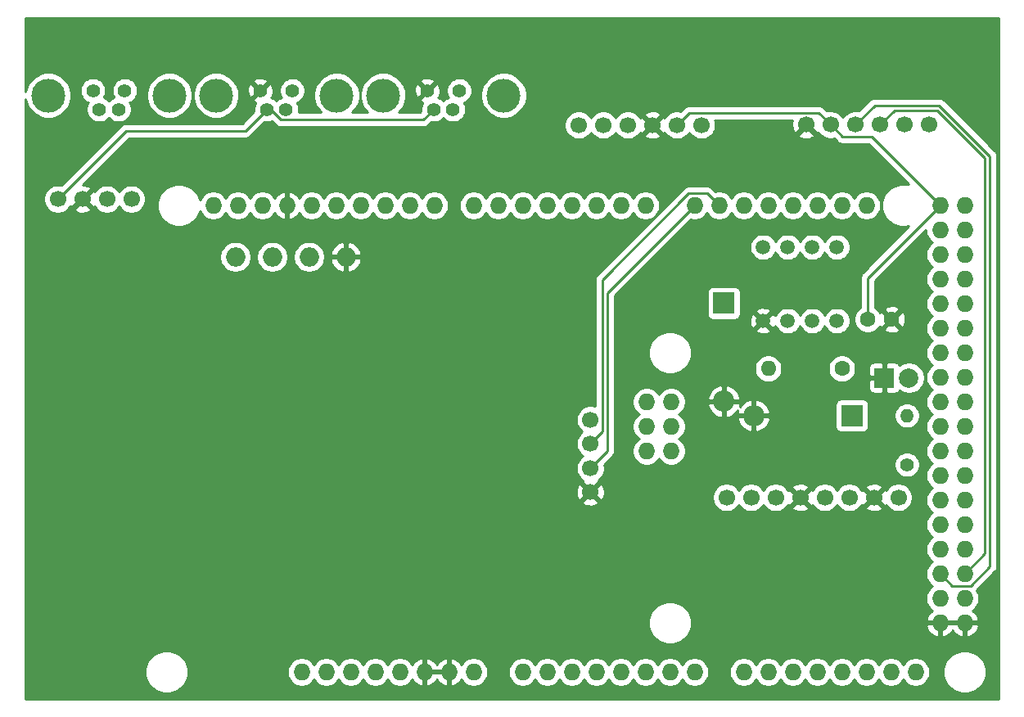
<source format=gbl>
%TF.GenerationSoftware,KiCad,Pcbnew,(5.1.8)-1*%
%TF.CreationDate,2021-01-24T12:13:59-05:00*%
%TF.ProjectId,Mega_Shield,4d656761-5f53-4686-9965-6c642e6b6963,rev?*%
%TF.SameCoordinates,Original*%
%TF.FileFunction,Copper,L2,Bot*%
%TF.FilePolarity,Positive*%
%FSLAX46Y46*%
G04 Gerber Fmt 4.6, Leading zero omitted, Abs format (unit mm)*
G04 Created by KiCad (PCBNEW (5.1.8)-1) date 2021-01-24 12:13:59*
%MOMM*%
%LPD*%
G01*
G04 APERTURE LIST*
%TA.AperFunction,ComponentPad*%
%ADD10O,1.727200X1.727200*%
%TD*%
%TA.AperFunction,ComponentPad*%
%ADD11C,1.700000*%
%TD*%
%TA.AperFunction,ComponentPad*%
%ADD12C,1.600000*%
%TD*%
%TA.AperFunction,ComponentPad*%
%ADD13O,2.000000X2.000000*%
%TD*%
%TA.AperFunction,ComponentPad*%
%ADD14O,1.600000X1.600000*%
%TD*%
%TA.AperFunction,ComponentPad*%
%ADD15C,1.500000*%
%TD*%
%TA.AperFunction,ComponentPad*%
%ADD16O,2.200000X2.200000*%
%TD*%
%TA.AperFunction,ComponentPad*%
%ADD17R,2.200000X2.200000*%
%TD*%
%TA.AperFunction,ComponentPad*%
%ADD18C,2.000000*%
%TD*%
%TA.AperFunction,ComponentPad*%
%ADD19R,2.000000X2.000000*%
%TD*%
%TA.AperFunction,ComponentPad*%
%ADD20C,1.400000*%
%TD*%
%TA.AperFunction,ComponentPad*%
%ADD21O,1.400000X1.400000*%
%TD*%
%TA.AperFunction,WasherPad*%
%ADD22C,3.500000*%
%TD*%
%TA.AperFunction,Conductor*%
%ADD23C,0.254000*%
%TD*%
%TA.AperFunction,Conductor*%
%ADD24C,0.100000*%
%TD*%
G04 APERTURE END LIST*
D10*
%TO.P,XA1,MISO*%
%TO.N,Net-(XA1-PadMISO)*%
X145796000Y-58166000D03*
%TO.P,XA1,GND6*%
%TO.N,GND*%
X178689000Y-81026000D03*
%TO.P,XA1,GND5*%
X176149000Y-81026000D03*
%TO.P,XA1,D53*%
%TO.N,/D53*%
X178689000Y-78486000D03*
%TO.P,XA1,D52*%
%TO.N,/D52*%
X176149000Y-78486000D03*
%TO.P,XA1,D51*%
%TO.N,/D51*%
X178689000Y-75946000D03*
%TO.P,XA1,D50*%
%TO.N,/D50*%
X176149000Y-75946000D03*
%TO.P,XA1,D49*%
%TO.N,/D49*%
X178689000Y-73406000D03*
%TO.P,XA1,D48*%
%TO.N,/D48*%
X176149000Y-73406000D03*
%TO.P,XA1,D47*%
%TO.N,/D47*%
X178689000Y-70866000D03*
%TO.P,XA1,D46*%
%TO.N,/D46*%
X176149000Y-70866000D03*
%TO.P,XA1,D45*%
%TO.N,/D45*%
X178689000Y-68326000D03*
%TO.P,XA1,D44*%
%TO.N,/D44*%
X176149000Y-68326000D03*
%TO.P,XA1,D43*%
%TO.N,/D43*%
X178689000Y-65786000D03*
%TO.P,XA1,D42*%
%TO.N,/D42*%
X176149000Y-65786000D03*
%TO.P,XA1,D41*%
%TO.N,/D41*%
X178689000Y-63246000D03*
%TO.P,XA1,D40*%
%TO.N,/D40*%
X176149000Y-63246000D03*
%TO.P,XA1,D39*%
%TO.N,/D39*%
X178689000Y-60706000D03*
%TO.P,XA1,D38*%
%TO.N,/D38*%
X176149000Y-60706000D03*
%TO.P,XA1,D37*%
%TO.N,/D37*%
X178689000Y-58166000D03*
%TO.P,XA1,D36*%
%TO.N,/D36*%
X176149000Y-58166000D03*
%TO.P,XA1,D35*%
%TO.N,/D35*%
X178689000Y-55626000D03*
%TO.P,XA1,D34*%
%TO.N,/D34*%
X176149000Y-55626000D03*
%TO.P,XA1,D33*%
%TO.N,/D33*%
X178689000Y-53086000D03*
%TO.P,XA1,D32*%
%TO.N,/D32*%
X176149000Y-53086000D03*
%TO.P,XA1,D31*%
%TO.N,/D31*%
X178689000Y-50546000D03*
%TO.P,XA1,D30*%
%TO.N,/D30*%
X176149000Y-50546000D03*
%TO.P,XA1,D29*%
%TO.N,/D29*%
X178689000Y-48006000D03*
%TO.P,XA1,D28*%
%TO.N,/D28*%
X176149000Y-48006000D03*
%TO.P,XA1,D27*%
%TO.N,/D27*%
X178689000Y-45466000D03*
%TO.P,XA1,D26*%
%TO.N,/D26*%
X176149000Y-45466000D03*
%TO.P,XA1,D25*%
%TO.N,/D25*%
X178689000Y-42926000D03*
%TO.P,XA1,D24*%
%TO.N,/D24*%
X176149000Y-42926000D03*
%TO.P,XA1,D23*%
%TO.N,/D23*%
X178689000Y-40386000D03*
%TO.P,XA1,D22*%
%TO.N,/D22*%
X176149000Y-40386000D03*
%TO.P,XA1,5V4*%
%TO.N,VCC*%
X178689000Y-37846000D03*
%TO.P,XA1,5V3*%
X176149000Y-37846000D03*
%TO.P,XA1,A15*%
%TO.N,/A15*%
X173609000Y-86106000D03*
%TO.P,XA1,A14*%
%TO.N,/A14*%
X171069000Y-86106000D03*
%TO.P,XA1,A13*%
%TO.N,/A13*%
X168529000Y-86106000D03*
%TO.P,XA1,A12*%
%TO.N,/A12*%
X165989000Y-86106000D03*
%TO.P,XA1,A11*%
%TO.N,/A11*%
X163449000Y-86106000D03*
%TO.P,XA1,A10*%
%TO.N,/A10*%
X160909000Y-86106000D03*
%TO.P,XA1,A9*%
%TO.N,/A9*%
X158369000Y-86106000D03*
%TO.P,XA1,A8*%
%TO.N,/A8*%
X155829000Y-86106000D03*
%TO.P,XA1,A7*%
%TO.N,/A7*%
X150749000Y-86106000D03*
%TO.P,XA1,A6*%
%TO.N,/A6*%
X148209000Y-86106000D03*
%TO.P,XA1,A5*%
%TO.N,/A5*%
X145669000Y-86106000D03*
%TO.P,XA1,A4*%
%TO.N,/A4*%
X143129000Y-86106000D03*
%TO.P,XA1,A3*%
%TO.N,/A3*%
X140589000Y-86106000D03*
%TO.P,XA1,A2*%
%TO.N,/A2*%
X138049000Y-86106000D03*
%TO.P,XA1,A1*%
%TO.N,/A1*%
X135509000Y-86106000D03*
%TO.P,XA1,*%
%TO.N,*%
X110109000Y-86106000D03*
%TO.P,XA1,D11*%
%TO.N,/D11*%
X116205000Y-37846000D03*
%TO.P,XA1,D12*%
%TO.N,/D12*%
X113665000Y-37846000D03*
%TO.P,XA1,D13*%
%TO.N,/D13*%
X111125000Y-37846000D03*
%TO.P,XA1,AREF*%
%TO.N,/AREF*%
X106045000Y-37846000D03*
%TO.P,XA1,SDA*%
%TO.N,SDA*%
X103505000Y-37846000D03*
%TO.P,XA1,SCL*%
%TO.N,SCL*%
X100965000Y-37846000D03*
%TO.P,XA1,D10*%
%TO.N,/D10*%
X118745000Y-37846000D03*
%TO.P,XA1,D9*%
%TO.N,/D9*%
X121285000Y-37846000D03*
%TO.P,XA1,D8*%
%TO.N,/D8*%
X123825000Y-37846000D03*
%TO.P,XA1,GND1*%
%TO.N,GND*%
X108585000Y-37846000D03*
%TO.P,XA1,D7*%
%TO.N,/D7*%
X127889000Y-37846000D03*
%TO.P,XA1,D6*%
%TO.N,/D6*%
X130429000Y-37846000D03*
%TO.P,XA1,D5*%
%TO.N,/D5*%
X132969000Y-37846000D03*
%TO.P,XA1,D4*%
%TO.N,/D4*%
X135509000Y-37846000D03*
%TO.P,XA1,D3*%
%TO.N,/D3*%
X138049000Y-37846000D03*
%TO.P,XA1,D2*%
%TO.N,/D2*%
X140589000Y-37846000D03*
%TO.P,XA1,D1*%
%TO.N,/D1*%
X143129000Y-37846000D03*
%TO.P,XA1,D0*%
%TO.N,/D0*%
X145669000Y-37846000D03*
%TO.P,XA1,D14*%
%TO.N,/D14*%
X150749000Y-37846000D03*
%TO.P,XA1,D15*%
%TO.N,/D15*%
X153289000Y-37846000D03*
%TO.P,XA1,D16*%
%TO.N,/D16*%
X155829000Y-37846000D03*
%TO.P,XA1,D17*%
%TO.N,/D17*%
X158369000Y-37846000D03*
%TO.P,XA1,D18*%
%TO.N,/D18*%
X160909000Y-37846000D03*
%TO.P,XA1,D19*%
%TO.N,/D19*%
X163449000Y-37846000D03*
%TO.P,XA1,D20*%
%TO.N,/D20*%
X165989000Y-37846000D03*
%TO.P,XA1,D21*%
%TO.N,/D21*%
X168529000Y-37846000D03*
%TO.P,XA1,IORF*%
%TO.N,/IOREF*%
X112649000Y-86106000D03*
%TO.P,XA1,RST1*%
%TO.N,/RESET*%
X115189000Y-86106000D03*
%TO.P,XA1,3V3*%
%TO.N,VDD*%
X117729000Y-86106000D03*
%TO.P,XA1,5V1*%
%TO.N,VCC*%
X120269000Y-86106000D03*
%TO.P,XA1,GND2*%
%TO.N,GND*%
X122809000Y-86106000D03*
%TO.P,XA1,GND3*%
X125349000Y-86106000D03*
%TO.P,XA1,VIN*%
%TO.N,/VIN*%
X127889000Y-86106000D03*
%TO.P,XA1,A0*%
%TO.N,/A0*%
X132969000Y-86106000D03*
%TO.P,XA1,5V2*%
%TO.N,Net-(XA1-Pad5V2)*%
X148336000Y-58166000D03*
%TO.P,XA1,SCK*%
%TO.N,Net-(XA1-PadSCK)*%
X145796000Y-60706000D03*
%TO.P,XA1,MOSI*%
%TO.N,Net-(XA1-PadMOSI)*%
X148336000Y-60706000D03*
%TO.P,XA1,GND4*%
%TO.N,Net-(XA1-PadGND4)*%
X148336000Y-63246000D03*
%TO.P,XA1,RST2*%
%TO.N,Net-(XA1-PadRST2)*%
X145796000Y-63246000D03*
%TD*%
D11*
%TO.P,J9,6*%
%TO.N,GND*%
X162280600Y-29510900D03*
%TO.P,J9,5*%
%TO.N,VCC*%
X164820600Y-29510900D03*
%TO.P,J9,4*%
%TO.N,/D50*%
X167360600Y-29510900D03*
%TO.P,J9,3*%
%TO.N,/D51*%
X169900600Y-29510900D03*
%TO.P,J9,2*%
%TO.N,/D52*%
X172440600Y-29510900D03*
%TO.P,J9,1*%
%TO.N,/D53*%
X174980600Y-29510900D03*
%TD*%
D12*
%TO.P,C1,2*%
%TO.N,VCC*%
X168645200Y-49631600D03*
%TO.P,C1,1*%
%TO.N,GND*%
X171145200Y-49631600D03*
%TD*%
D13*
%TO.P,D3,4*%
%TO.N,GND*%
X114681000Y-43180000D03*
%TO.P,D3,3*%
%TO.N,Net-(D3-Pad3)*%
X110871000Y-43180000D03*
%TO.P,D3,2*%
%TO.N,Net-(D3-Pad2)*%
X107061000Y-43180000D03*
%TO.P,D3,1*%
%TO.N,Net-(D3-Pad1)*%
X103251000Y-43180000D03*
%TD*%
D11*
%TO.P,J7,8*%
%TO.N,VCC*%
X171831000Y-68057000D03*
%TO.P,J7,7*%
%TO.N,GND*%
X169291000Y-68057000D03*
%TO.P,J7,6*%
%TO.N,/A5*%
X166751000Y-68057000D03*
%TO.P,J7,5*%
%TO.N,/A4*%
X164211000Y-68057000D03*
%TO.P,J7,4*%
%TO.N,GND*%
X161671000Y-68057000D03*
%TO.P,J7,3*%
%TO.N,/D2*%
X159131000Y-68057000D03*
%TO.P,J7,2*%
%TO.N,Net-(J7-Pad2)*%
X156591000Y-68057000D03*
%TO.P,J7,1*%
%TO.N,Net-(J7-Pad1)*%
X154051000Y-68057000D03*
%TD*%
%TO.P,J8,4*%
%TO.N,GND*%
X139970800Y-67484000D03*
%TO.P,J8,3*%
%TO.N,/D14*%
X139970800Y-65024000D03*
%TO.P,J8,2*%
%TO.N,/D15*%
X139970800Y-62484000D03*
%TO.P,J8,1*%
%TO.N,VCC*%
X139970800Y-60024000D03*
%TD*%
D14*
%TO.P,R1,2*%
%TO.N,Net-(D2-Pad1)*%
X158369000Y-54737000D03*
D12*
%TO.P,R1,1*%
%TO.N,Net-(D1-Pad1)*%
X165989000Y-54737000D03*
%TD*%
D15*
%TO.P,U1,4*%
%TO.N,/D18*%
X157835600Y-42164000D03*
%TO.P,U1,5*%
%TO.N,GND*%
X157835600Y-49784000D03*
%TO.P,U1,3*%
%TO.N,/D22*%
X160375600Y-42164000D03*
%TO.P,U1,6*%
%TO.N,Net-(D2-Pad1)*%
X160375600Y-49784000D03*
%TO.P,U1,2*%
%TO.N,/D22*%
X162915600Y-42164000D03*
%TO.P,U1,7*%
%TO.N,Net-(D1-Pad1)*%
X162915600Y-49784000D03*
%TO.P,U1,1*%
%TO.N,/D19*%
X165455600Y-42164000D03*
%TO.P,U1,8*%
%TO.N,VCC*%
X165455600Y-49784000D03*
%TD*%
D11*
%TO.P,J6,6*%
%TO.N,Net-(J6-Pad6)*%
X151460200Y-29537900D03*
%TO.P,J6,5*%
%TO.N,VCC*%
X148920200Y-29537900D03*
%TO.P,J6,4*%
%TO.N,GND*%
X146380200Y-29537900D03*
%TO.P,J6,3*%
%TO.N,/D17*%
X143840200Y-29537900D03*
%TO.P,J6,2*%
%TO.N,/D16*%
X141300200Y-29537900D03*
%TO.P,J6,1*%
%TO.N,Net-(J6-Pad1)*%
X138760200Y-29537900D03*
%TD*%
D16*
%TO.P,D1,2*%
%TO.N,GND*%
X156870400Y-59588400D03*
D17*
%TO.P,D1,1*%
%TO.N,Net-(D1-Pad1)*%
X167030400Y-59588400D03*
%TD*%
D16*
%TO.P,D2,2*%
%TO.N,GND*%
X153771600Y-58115200D03*
D17*
%TO.P,D2,1*%
%TO.N,Net-(D2-Pad1)*%
X153771600Y-47955200D03*
%TD*%
D11*
%TO.P,J2,1*%
%TO.N,Net-(J2-Pad1)*%
X92506800Y-37187900D03*
%TO.P,J2,2*%
%TO.N,Net-(D3-Pad1)*%
X89966800Y-37187900D03*
%TO.P,J2,3*%
%TO.N,GND*%
X87426800Y-37187900D03*
%TO.P,J2,4*%
%TO.N,/VIN*%
X84886800Y-37187900D03*
%TD*%
D18*
%TO.P,D4,2*%
%TO.N,Net-(D4-Pad2)*%
X172923200Y-55676800D03*
D19*
%TO.P,D4,1*%
%TO.N,GND*%
X170383200Y-55676800D03*
%TD*%
D20*
%TO.P,R2,1*%
%TO.N,/D38*%
X172720000Y-64668400D03*
D21*
%TO.P,R2,2*%
%TO.N,Net-(D4-Pad2)*%
X172720000Y-59588400D03*
%TD*%
D20*
%TO.P,J1,4*%
%TO.N,Net-(D1-Pad1)*%
X125764800Y-27916800D03*
%TO.P,J1,2*%
%TO.N,/VIN*%
X123764800Y-27916800D03*
%TO.P,J1,1*%
%TO.N,GND*%
X123114800Y-25966800D03*
%TO.P,J1,3*%
%TO.N,Net-(D2-Pad1)*%
X126414800Y-25966800D03*
D22*
%TO.P,J1,*%
%TO.N,*%
X118514800Y-26466800D03*
X131014800Y-26466800D03*
%TD*%
D20*
%TO.P,J3,4*%
%TO.N,Net-(J3-Pad4)*%
X91170000Y-27916800D03*
%TO.P,J3,2*%
%TO.N,Net-(D3-Pad3)*%
X89170000Y-27916800D03*
%TO.P,J3,1*%
%TO.N,Net-(D3-Pad2)*%
X88520000Y-25966800D03*
%TO.P,J3,3*%
%TO.N,Net-(J3-Pad3)*%
X91820000Y-25966800D03*
D22*
%TO.P,J3,*%
%TO.N,*%
X83920000Y-26466800D03*
X96420000Y-26466800D03*
%TD*%
%TO.P,J4,*%
%TO.N,*%
X113742800Y-26466800D03*
X101242800Y-26466800D03*
D20*
%TO.P,J4,3*%
%TO.N,Net-(D2-Pad1)*%
X109142800Y-25966800D03*
%TO.P,J4,1*%
%TO.N,GND*%
X105842800Y-25966800D03*
%TO.P,J4,2*%
%TO.N,/VIN*%
X106492800Y-27916800D03*
%TO.P,J4,4*%
%TO.N,Net-(D1-Pad1)*%
X108492800Y-27916800D03*
%TD*%
D23*
%TO.N,VCC*%
X150178201Y-28279899D02*
X148920200Y-29537900D01*
X163589599Y-28279899D02*
X150178201Y-28279899D01*
X164820600Y-29510900D02*
X163589599Y-28279899D01*
X169044901Y-30741901D02*
X176149000Y-37846000D01*
X166051601Y-30741901D02*
X169044901Y-30741901D01*
X164820600Y-29510900D02*
X166051601Y-30741901D01*
X168645200Y-45349800D02*
X168645200Y-49631600D01*
X176149000Y-37846000D02*
X168645200Y-45349800D01*
%TO.N,/VIN*%
X106492800Y-27916800D02*
X104285200Y-30124400D01*
X91950300Y-30124400D02*
X84886800Y-37187900D01*
X104285200Y-30124400D02*
X91950300Y-30124400D01*
X122683799Y-28997801D02*
X123764800Y-27916800D01*
X107973919Y-28997801D02*
X122683799Y-28997801D01*
X106892918Y-27916800D02*
X107973919Y-28997801D01*
X106492800Y-27916800D02*
X106892918Y-27916800D01*
%TO.N,/D15*%
X152044399Y-36601399D02*
X153289000Y-37846000D01*
X150151591Y-36601399D02*
X152044399Y-36601399D01*
X141201801Y-45551189D02*
X150151591Y-36601399D01*
X141201801Y-61252999D02*
X141201801Y-45551189D01*
X139970800Y-62484000D02*
X141201801Y-61252999D01*
%TO.N,/D14*%
X141709811Y-46885189D02*
X150749000Y-37846000D01*
X141709811Y-63284989D02*
X141709811Y-46885189D01*
X139970800Y-65024000D02*
X141709811Y-63284989D01*
%TO.N,/D51*%
X178689000Y-75946000D02*
X180797200Y-73837800D01*
X180797200Y-73837800D02*
X180797200Y-32969200D01*
X171420700Y-27990800D02*
X169900600Y-29510900D01*
X180797200Y-32969200D02*
X175818800Y-27990800D01*
X175818800Y-27990800D02*
X171420700Y-27990800D01*
%TO.N,/D50*%
X176029225Y-27482789D02*
X169388711Y-27482789D01*
X181305210Y-32758774D02*
X176029225Y-27482789D01*
X176149000Y-75946000D02*
X177393601Y-77190601D01*
X177393601Y-77190601D02*
X179286409Y-77190601D01*
X179286409Y-77190601D02*
X181305210Y-75171800D01*
X181305210Y-75171800D02*
X181305210Y-32758774D01*
X169388711Y-27482789D02*
X167360600Y-29510900D01*
%TD*%
%TO.N,GND*%
X182220000Y-88875000D02*
X81559000Y-88875000D01*
X81559000Y-85885872D01*
X93904000Y-85885872D01*
X93904000Y-86326128D01*
X93989890Y-86757925D01*
X94158369Y-87164669D01*
X94402962Y-87530729D01*
X94714271Y-87842038D01*
X95080331Y-88086631D01*
X95487075Y-88255110D01*
X95918872Y-88341000D01*
X96359128Y-88341000D01*
X96790925Y-88255110D01*
X97197669Y-88086631D01*
X97563729Y-87842038D01*
X97875038Y-87530729D01*
X98119631Y-87164669D01*
X98288110Y-86757925D01*
X98374000Y-86326128D01*
X98374000Y-85958401D01*
X108610400Y-85958401D01*
X108610400Y-86253599D01*
X108667990Y-86543125D01*
X108780958Y-86815853D01*
X108944961Y-87061302D01*
X109153698Y-87270039D01*
X109399147Y-87434042D01*
X109671875Y-87547010D01*
X109961401Y-87604600D01*
X110256599Y-87604600D01*
X110546125Y-87547010D01*
X110818853Y-87434042D01*
X111064302Y-87270039D01*
X111273039Y-87061302D01*
X111379000Y-86902719D01*
X111484961Y-87061302D01*
X111693698Y-87270039D01*
X111939147Y-87434042D01*
X112211875Y-87547010D01*
X112501401Y-87604600D01*
X112796599Y-87604600D01*
X113086125Y-87547010D01*
X113358853Y-87434042D01*
X113604302Y-87270039D01*
X113813039Y-87061302D01*
X113919000Y-86902719D01*
X114024961Y-87061302D01*
X114233698Y-87270039D01*
X114479147Y-87434042D01*
X114751875Y-87547010D01*
X115041401Y-87604600D01*
X115336599Y-87604600D01*
X115626125Y-87547010D01*
X115898853Y-87434042D01*
X116144302Y-87270039D01*
X116353039Y-87061302D01*
X116459000Y-86902719D01*
X116564961Y-87061302D01*
X116773698Y-87270039D01*
X117019147Y-87434042D01*
X117291875Y-87547010D01*
X117581401Y-87604600D01*
X117876599Y-87604600D01*
X118166125Y-87547010D01*
X118438853Y-87434042D01*
X118684302Y-87270039D01*
X118893039Y-87061302D01*
X118999000Y-86902719D01*
X119104961Y-87061302D01*
X119313698Y-87270039D01*
X119559147Y-87434042D01*
X119831875Y-87547010D01*
X120121401Y-87604600D01*
X120416599Y-87604600D01*
X120706125Y-87547010D01*
X120978853Y-87434042D01*
X121224302Y-87270039D01*
X121433039Y-87061302D01*
X121540692Y-86900187D01*
X121702146Y-87116293D01*
X121920512Y-87312817D01*
X122173022Y-87462964D01*
X122449973Y-87560963D01*
X122682000Y-87440464D01*
X122682000Y-86233000D01*
X122936000Y-86233000D01*
X122936000Y-87440464D01*
X123168027Y-87560963D01*
X123444978Y-87462964D01*
X123697488Y-87312817D01*
X123915854Y-87116293D01*
X124079000Y-86897922D01*
X124242146Y-87116293D01*
X124460512Y-87312817D01*
X124713022Y-87462964D01*
X124989973Y-87560963D01*
X125222000Y-87440464D01*
X125222000Y-86233000D01*
X122936000Y-86233000D01*
X122682000Y-86233000D01*
X122662000Y-86233000D01*
X122662000Y-85979000D01*
X122682000Y-85979000D01*
X122682000Y-84771536D01*
X122936000Y-84771536D01*
X122936000Y-85979000D01*
X125222000Y-85979000D01*
X125222000Y-84771536D01*
X125476000Y-84771536D01*
X125476000Y-85979000D01*
X125496000Y-85979000D01*
X125496000Y-86233000D01*
X125476000Y-86233000D01*
X125476000Y-87440464D01*
X125708027Y-87560963D01*
X125984978Y-87462964D01*
X126237488Y-87312817D01*
X126455854Y-87116293D01*
X126617308Y-86900187D01*
X126724961Y-87061302D01*
X126933698Y-87270039D01*
X127179147Y-87434042D01*
X127451875Y-87547010D01*
X127741401Y-87604600D01*
X128036599Y-87604600D01*
X128326125Y-87547010D01*
X128598853Y-87434042D01*
X128844302Y-87270039D01*
X129053039Y-87061302D01*
X129217042Y-86815853D01*
X129330010Y-86543125D01*
X129387600Y-86253599D01*
X129387600Y-85958401D01*
X131470400Y-85958401D01*
X131470400Y-86253599D01*
X131527990Y-86543125D01*
X131640958Y-86815853D01*
X131804961Y-87061302D01*
X132013698Y-87270039D01*
X132259147Y-87434042D01*
X132531875Y-87547010D01*
X132821401Y-87604600D01*
X133116599Y-87604600D01*
X133406125Y-87547010D01*
X133678853Y-87434042D01*
X133924302Y-87270039D01*
X134133039Y-87061302D01*
X134239000Y-86902719D01*
X134344961Y-87061302D01*
X134553698Y-87270039D01*
X134799147Y-87434042D01*
X135071875Y-87547010D01*
X135361401Y-87604600D01*
X135656599Y-87604600D01*
X135946125Y-87547010D01*
X136218853Y-87434042D01*
X136464302Y-87270039D01*
X136673039Y-87061302D01*
X136779000Y-86902719D01*
X136884961Y-87061302D01*
X137093698Y-87270039D01*
X137339147Y-87434042D01*
X137611875Y-87547010D01*
X137901401Y-87604600D01*
X138196599Y-87604600D01*
X138486125Y-87547010D01*
X138758853Y-87434042D01*
X139004302Y-87270039D01*
X139213039Y-87061302D01*
X139319000Y-86902719D01*
X139424961Y-87061302D01*
X139633698Y-87270039D01*
X139879147Y-87434042D01*
X140151875Y-87547010D01*
X140441401Y-87604600D01*
X140736599Y-87604600D01*
X141026125Y-87547010D01*
X141298853Y-87434042D01*
X141544302Y-87270039D01*
X141753039Y-87061302D01*
X141859000Y-86902719D01*
X141964961Y-87061302D01*
X142173698Y-87270039D01*
X142419147Y-87434042D01*
X142691875Y-87547010D01*
X142981401Y-87604600D01*
X143276599Y-87604600D01*
X143566125Y-87547010D01*
X143838853Y-87434042D01*
X144084302Y-87270039D01*
X144293039Y-87061302D01*
X144399000Y-86902719D01*
X144504961Y-87061302D01*
X144713698Y-87270039D01*
X144959147Y-87434042D01*
X145231875Y-87547010D01*
X145521401Y-87604600D01*
X145816599Y-87604600D01*
X146106125Y-87547010D01*
X146378853Y-87434042D01*
X146624302Y-87270039D01*
X146833039Y-87061302D01*
X146939000Y-86902719D01*
X147044961Y-87061302D01*
X147253698Y-87270039D01*
X147499147Y-87434042D01*
X147771875Y-87547010D01*
X148061401Y-87604600D01*
X148356599Y-87604600D01*
X148646125Y-87547010D01*
X148918853Y-87434042D01*
X149164302Y-87270039D01*
X149373039Y-87061302D01*
X149479000Y-86902719D01*
X149584961Y-87061302D01*
X149793698Y-87270039D01*
X150039147Y-87434042D01*
X150311875Y-87547010D01*
X150601401Y-87604600D01*
X150896599Y-87604600D01*
X151186125Y-87547010D01*
X151458853Y-87434042D01*
X151704302Y-87270039D01*
X151913039Y-87061302D01*
X152077042Y-86815853D01*
X152190010Y-86543125D01*
X152247600Y-86253599D01*
X152247600Y-85958401D01*
X154330400Y-85958401D01*
X154330400Y-86253599D01*
X154387990Y-86543125D01*
X154500958Y-86815853D01*
X154664961Y-87061302D01*
X154873698Y-87270039D01*
X155119147Y-87434042D01*
X155391875Y-87547010D01*
X155681401Y-87604600D01*
X155976599Y-87604600D01*
X156266125Y-87547010D01*
X156538853Y-87434042D01*
X156784302Y-87270039D01*
X156993039Y-87061302D01*
X157099000Y-86902719D01*
X157204961Y-87061302D01*
X157413698Y-87270039D01*
X157659147Y-87434042D01*
X157931875Y-87547010D01*
X158221401Y-87604600D01*
X158516599Y-87604600D01*
X158806125Y-87547010D01*
X159078853Y-87434042D01*
X159324302Y-87270039D01*
X159533039Y-87061302D01*
X159639000Y-86902719D01*
X159744961Y-87061302D01*
X159953698Y-87270039D01*
X160199147Y-87434042D01*
X160471875Y-87547010D01*
X160761401Y-87604600D01*
X161056599Y-87604600D01*
X161346125Y-87547010D01*
X161618853Y-87434042D01*
X161864302Y-87270039D01*
X162073039Y-87061302D01*
X162179000Y-86902719D01*
X162284961Y-87061302D01*
X162493698Y-87270039D01*
X162739147Y-87434042D01*
X163011875Y-87547010D01*
X163301401Y-87604600D01*
X163596599Y-87604600D01*
X163886125Y-87547010D01*
X164158853Y-87434042D01*
X164404302Y-87270039D01*
X164613039Y-87061302D01*
X164719000Y-86902719D01*
X164824961Y-87061302D01*
X165033698Y-87270039D01*
X165279147Y-87434042D01*
X165551875Y-87547010D01*
X165841401Y-87604600D01*
X166136599Y-87604600D01*
X166426125Y-87547010D01*
X166698853Y-87434042D01*
X166944302Y-87270039D01*
X167153039Y-87061302D01*
X167259000Y-86902719D01*
X167364961Y-87061302D01*
X167573698Y-87270039D01*
X167819147Y-87434042D01*
X168091875Y-87547010D01*
X168381401Y-87604600D01*
X168676599Y-87604600D01*
X168966125Y-87547010D01*
X169238853Y-87434042D01*
X169484302Y-87270039D01*
X169693039Y-87061302D01*
X169799000Y-86902719D01*
X169904961Y-87061302D01*
X170113698Y-87270039D01*
X170359147Y-87434042D01*
X170631875Y-87547010D01*
X170921401Y-87604600D01*
X171216599Y-87604600D01*
X171506125Y-87547010D01*
X171778853Y-87434042D01*
X172024302Y-87270039D01*
X172233039Y-87061302D01*
X172339000Y-86902719D01*
X172444961Y-87061302D01*
X172653698Y-87270039D01*
X172899147Y-87434042D01*
X173171875Y-87547010D01*
X173461401Y-87604600D01*
X173756599Y-87604600D01*
X174046125Y-87547010D01*
X174318853Y-87434042D01*
X174564302Y-87270039D01*
X174773039Y-87061302D01*
X174937042Y-86815853D01*
X175050010Y-86543125D01*
X175107600Y-86253599D01*
X175107600Y-85958401D01*
X175093174Y-85885872D01*
X176454000Y-85885872D01*
X176454000Y-86326128D01*
X176539890Y-86757925D01*
X176708369Y-87164669D01*
X176952962Y-87530729D01*
X177264271Y-87842038D01*
X177630331Y-88086631D01*
X178037075Y-88255110D01*
X178468872Y-88341000D01*
X178909128Y-88341000D01*
X179340925Y-88255110D01*
X179747669Y-88086631D01*
X180113729Y-87842038D01*
X180425038Y-87530729D01*
X180669631Y-87164669D01*
X180838110Y-86757925D01*
X180924000Y-86326128D01*
X180924000Y-85885872D01*
X180838110Y-85454075D01*
X180669631Y-85047331D01*
X180425038Y-84681271D01*
X180113729Y-84369962D01*
X179747669Y-84125369D01*
X179340925Y-83956890D01*
X178909128Y-83871000D01*
X178468872Y-83871000D01*
X178037075Y-83956890D01*
X177630331Y-84125369D01*
X177264271Y-84369962D01*
X176952962Y-84681271D01*
X176708369Y-85047331D01*
X176539890Y-85454075D01*
X176454000Y-85885872D01*
X175093174Y-85885872D01*
X175050010Y-85668875D01*
X174937042Y-85396147D01*
X174773039Y-85150698D01*
X174564302Y-84941961D01*
X174318853Y-84777958D01*
X174046125Y-84664990D01*
X173756599Y-84607400D01*
X173461401Y-84607400D01*
X173171875Y-84664990D01*
X172899147Y-84777958D01*
X172653698Y-84941961D01*
X172444961Y-85150698D01*
X172339000Y-85309281D01*
X172233039Y-85150698D01*
X172024302Y-84941961D01*
X171778853Y-84777958D01*
X171506125Y-84664990D01*
X171216599Y-84607400D01*
X170921401Y-84607400D01*
X170631875Y-84664990D01*
X170359147Y-84777958D01*
X170113698Y-84941961D01*
X169904961Y-85150698D01*
X169799000Y-85309281D01*
X169693039Y-85150698D01*
X169484302Y-84941961D01*
X169238853Y-84777958D01*
X168966125Y-84664990D01*
X168676599Y-84607400D01*
X168381401Y-84607400D01*
X168091875Y-84664990D01*
X167819147Y-84777958D01*
X167573698Y-84941961D01*
X167364961Y-85150698D01*
X167259000Y-85309281D01*
X167153039Y-85150698D01*
X166944302Y-84941961D01*
X166698853Y-84777958D01*
X166426125Y-84664990D01*
X166136599Y-84607400D01*
X165841401Y-84607400D01*
X165551875Y-84664990D01*
X165279147Y-84777958D01*
X165033698Y-84941961D01*
X164824961Y-85150698D01*
X164719000Y-85309281D01*
X164613039Y-85150698D01*
X164404302Y-84941961D01*
X164158853Y-84777958D01*
X163886125Y-84664990D01*
X163596599Y-84607400D01*
X163301401Y-84607400D01*
X163011875Y-84664990D01*
X162739147Y-84777958D01*
X162493698Y-84941961D01*
X162284961Y-85150698D01*
X162179000Y-85309281D01*
X162073039Y-85150698D01*
X161864302Y-84941961D01*
X161618853Y-84777958D01*
X161346125Y-84664990D01*
X161056599Y-84607400D01*
X160761401Y-84607400D01*
X160471875Y-84664990D01*
X160199147Y-84777958D01*
X159953698Y-84941961D01*
X159744961Y-85150698D01*
X159639000Y-85309281D01*
X159533039Y-85150698D01*
X159324302Y-84941961D01*
X159078853Y-84777958D01*
X158806125Y-84664990D01*
X158516599Y-84607400D01*
X158221401Y-84607400D01*
X157931875Y-84664990D01*
X157659147Y-84777958D01*
X157413698Y-84941961D01*
X157204961Y-85150698D01*
X157099000Y-85309281D01*
X156993039Y-85150698D01*
X156784302Y-84941961D01*
X156538853Y-84777958D01*
X156266125Y-84664990D01*
X155976599Y-84607400D01*
X155681401Y-84607400D01*
X155391875Y-84664990D01*
X155119147Y-84777958D01*
X154873698Y-84941961D01*
X154664961Y-85150698D01*
X154500958Y-85396147D01*
X154387990Y-85668875D01*
X154330400Y-85958401D01*
X152247600Y-85958401D01*
X152190010Y-85668875D01*
X152077042Y-85396147D01*
X151913039Y-85150698D01*
X151704302Y-84941961D01*
X151458853Y-84777958D01*
X151186125Y-84664990D01*
X150896599Y-84607400D01*
X150601401Y-84607400D01*
X150311875Y-84664990D01*
X150039147Y-84777958D01*
X149793698Y-84941961D01*
X149584961Y-85150698D01*
X149479000Y-85309281D01*
X149373039Y-85150698D01*
X149164302Y-84941961D01*
X148918853Y-84777958D01*
X148646125Y-84664990D01*
X148356599Y-84607400D01*
X148061401Y-84607400D01*
X147771875Y-84664990D01*
X147499147Y-84777958D01*
X147253698Y-84941961D01*
X147044961Y-85150698D01*
X146939000Y-85309281D01*
X146833039Y-85150698D01*
X146624302Y-84941961D01*
X146378853Y-84777958D01*
X146106125Y-84664990D01*
X145816599Y-84607400D01*
X145521401Y-84607400D01*
X145231875Y-84664990D01*
X144959147Y-84777958D01*
X144713698Y-84941961D01*
X144504961Y-85150698D01*
X144399000Y-85309281D01*
X144293039Y-85150698D01*
X144084302Y-84941961D01*
X143838853Y-84777958D01*
X143566125Y-84664990D01*
X143276599Y-84607400D01*
X142981401Y-84607400D01*
X142691875Y-84664990D01*
X142419147Y-84777958D01*
X142173698Y-84941961D01*
X141964961Y-85150698D01*
X141859000Y-85309281D01*
X141753039Y-85150698D01*
X141544302Y-84941961D01*
X141298853Y-84777958D01*
X141026125Y-84664990D01*
X140736599Y-84607400D01*
X140441401Y-84607400D01*
X140151875Y-84664990D01*
X139879147Y-84777958D01*
X139633698Y-84941961D01*
X139424961Y-85150698D01*
X139319000Y-85309281D01*
X139213039Y-85150698D01*
X139004302Y-84941961D01*
X138758853Y-84777958D01*
X138486125Y-84664990D01*
X138196599Y-84607400D01*
X137901401Y-84607400D01*
X137611875Y-84664990D01*
X137339147Y-84777958D01*
X137093698Y-84941961D01*
X136884961Y-85150698D01*
X136779000Y-85309281D01*
X136673039Y-85150698D01*
X136464302Y-84941961D01*
X136218853Y-84777958D01*
X135946125Y-84664990D01*
X135656599Y-84607400D01*
X135361401Y-84607400D01*
X135071875Y-84664990D01*
X134799147Y-84777958D01*
X134553698Y-84941961D01*
X134344961Y-85150698D01*
X134239000Y-85309281D01*
X134133039Y-85150698D01*
X133924302Y-84941961D01*
X133678853Y-84777958D01*
X133406125Y-84664990D01*
X133116599Y-84607400D01*
X132821401Y-84607400D01*
X132531875Y-84664990D01*
X132259147Y-84777958D01*
X132013698Y-84941961D01*
X131804961Y-85150698D01*
X131640958Y-85396147D01*
X131527990Y-85668875D01*
X131470400Y-85958401D01*
X129387600Y-85958401D01*
X129330010Y-85668875D01*
X129217042Y-85396147D01*
X129053039Y-85150698D01*
X128844302Y-84941961D01*
X128598853Y-84777958D01*
X128326125Y-84664990D01*
X128036599Y-84607400D01*
X127741401Y-84607400D01*
X127451875Y-84664990D01*
X127179147Y-84777958D01*
X126933698Y-84941961D01*
X126724961Y-85150698D01*
X126617308Y-85311813D01*
X126455854Y-85095707D01*
X126237488Y-84899183D01*
X125984978Y-84749036D01*
X125708027Y-84651037D01*
X125476000Y-84771536D01*
X125222000Y-84771536D01*
X124989973Y-84651037D01*
X124713022Y-84749036D01*
X124460512Y-84899183D01*
X124242146Y-85095707D01*
X124079000Y-85314078D01*
X123915854Y-85095707D01*
X123697488Y-84899183D01*
X123444978Y-84749036D01*
X123168027Y-84651037D01*
X122936000Y-84771536D01*
X122682000Y-84771536D01*
X122449973Y-84651037D01*
X122173022Y-84749036D01*
X121920512Y-84899183D01*
X121702146Y-85095707D01*
X121540692Y-85311813D01*
X121433039Y-85150698D01*
X121224302Y-84941961D01*
X120978853Y-84777958D01*
X120706125Y-84664990D01*
X120416599Y-84607400D01*
X120121401Y-84607400D01*
X119831875Y-84664990D01*
X119559147Y-84777958D01*
X119313698Y-84941961D01*
X119104961Y-85150698D01*
X118999000Y-85309281D01*
X118893039Y-85150698D01*
X118684302Y-84941961D01*
X118438853Y-84777958D01*
X118166125Y-84664990D01*
X117876599Y-84607400D01*
X117581401Y-84607400D01*
X117291875Y-84664990D01*
X117019147Y-84777958D01*
X116773698Y-84941961D01*
X116564961Y-85150698D01*
X116459000Y-85309281D01*
X116353039Y-85150698D01*
X116144302Y-84941961D01*
X115898853Y-84777958D01*
X115626125Y-84664990D01*
X115336599Y-84607400D01*
X115041401Y-84607400D01*
X114751875Y-84664990D01*
X114479147Y-84777958D01*
X114233698Y-84941961D01*
X114024961Y-85150698D01*
X113919000Y-85309281D01*
X113813039Y-85150698D01*
X113604302Y-84941961D01*
X113358853Y-84777958D01*
X113086125Y-84664990D01*
X112796599Y-84607400D01*
X112501401Y-84607400D01*
X112211875Y-84664990D01*
X111939147Y-84777958D01*
X111693698Y-84941961D01*
X111484961Y-85150698D01*
X111379000Y-85309281D01*
X111273039Y-85150698D01*
X111064302Y-84941961D01*
X110818853Y-84777958D01*
X110546125Y-84664990D01*
X110256599Y-84607400D01*
X109961401Y-84607400D01*
X109671875Y-84664990D01*
X109399147Y-84777958D01*
X109153698Y-84941961D01*
X108944961Y-85150698D01*
X108780958Y-85396147D01*
X108667990Y-85668875D01*
X108610400Y-85958401D01*
X98374000Y-85958401D01*
X98374000Y-85885872D01*
X98288110Y-85454075D01*
X98119631Y-85047331D01*
X97875038Y-84681271D01*
X97563729Y-84369962D01*
X97197669Y-84125369D01*
X96790925Y-83956890D01*
X96359128Y-83871000D01*
X95918872Y-83871000D01*
X95487075Y-83956890D01*
X95080331Y-84125369D01*
X94714271Y-84369962D01*
X94402962Y-84681271D01*
X94158369Y-85047331D01*
X93989890Y-85454075D01*
X93904000Y-85885872D01*
X81559000Y-85885872D01*
X81559000Y-80805872D01*
X145974000Y-80805872D01*
X145974000Y-81246128D01*
X146059890Y-81677925D01*
X146228369Y-82084669D01*
X146472962Y-82450729D01*
X146784271Y-82762038D01*
X147150331Y-83006631D01*
X147557075Y-83175110D01*
X147988872Y-83261000D01*
X148429128Y-83261000D01*
X148860925Y-83175110D01*
X149267669Y-83006631D01*
X149633729Y-82762038D01*
X149945038Y-82450729D01*
X150189631Y-82084669D01*
X150358110Y-81677925D01*
X150416371Y-81385026D01*
X174694042Y-81385026D01*
X174739778Y-81535814D01*
X174866316Y-81800944D01*
X175042146Y-82036293D01*
X175260512Y-82232817D01*
X175513022Y-82382964D01*
X175789973Y-82480963D01*
X176022000Y-82360464D01*
X176022000Y-81153000D01*
X176276000Y-81153000D01*
X176276000Y-82360464D01*
X176508027Y-82480963D01*
X176784978Y-82382964D01*
X177037488Y-82232817D01*
X177255854Y-82036293D01*
X177419000Y-81817922D01*
X177582146Y-82036293D01*
X177800512Y-82232817D01*
X178053022Y-82382964D01*
X178329973Y-82480963D01*
X178562000Y-82360464D01*
X178562000Y-81153000D01*
X178816000Y-81153000D01*
X178816000Y-82360464D01*
X179048027Y-82480963D01*
X179324978Y-82382964D01*
X179577488Y-82232817D01*
X179795854Y-82036293D01*
X179971684Y-81800944D01*
X180098222Y-81535814D01*
X180143958Y-81385026D01*
X180022817Y-81153000D01*
X178816000Y-81153000D01*
X178562000Y-81153000D01*
X176276000Y-81153000D01*
X176022000Y-81153000D01*
X174815183Y-81153000D01*
X174694042Y-81385026D01*
X150416371Y-81385026D01*
X150444000Y-81246128D01*
X150444000Y-80805872D01*
X150358110Y-80374075D01*
X150189631Y-79967331D01*
X149945038Y-79601271D01*
X149633729Y-79289962D01*
X149267669Y-79045369D01*
X148860925Y-78876890D01*
X148429128Y-78791000D01*
X147988872Y-78791000D01*
X147557075Y-78876890D01*
X147150331Y-79045369D01*
X146784271Y-79289962D01*
X146472962Y-79601271D01*
X146228369Y-79967331D01*
X146059890Y-80374075D01*
X145974000Y-80805872D01*
X81559000Y-80805872D01*
X81559000Y-68512397D01*
X139122008Y-68512397D01*
X139199643Y-68761472D01*
X139463683Y-68887371D01*
X139747211Y-68959339D01*
X140039331Y-68974611D01*
X140328819Y-68932599D01*
X140604547Y-68834919D01*
X140741957Y-68761472D01*
X140819592Y-68512397D01*
X139970800Y-67663605D01*
X139122008Y-68512397D01*
X81559000Y-68512397D01*
X81559000Y-67552531D01*
X138480189Y-67552531D01*
X138522201Y-67842019D01*
X138619881Y-68117747D01*
X138693328Y-68255157D01*
X138942403Y-68332792D01*
X139791195Y-67484000D01*
X140150405Y-67484000D01*
X140999197Y-68332792D01*
X141248272Y-68255157D01*
X141374171Y-67991117D01*
X141394573Y-67910740D01*
X152566000Y-67910740D01*
X152566000Y-68203260D01*
X152623068Y-68490158D01*
X152735010Y-68760411D01*
X152897525Y-69003632D01*
X153104368Y-69210475D01*
X153347589Y-69372990D01*
X153617842Y-69484932D01*
X153904740Y-69542000D01*
X154197260Y-69542000D01*
X154484158Y-69484932D01*
X154754411Y-69372990D01*
X154997632Y-69210475D01*
X155204475Y-69003632D01*
X155321000Y-68829240D01*
X155437525Y-69003632D01*
X155644368Y-69210475D01*
X155887589Y-69372990D01*
X156157842Y-69484932D01*
X156444740Y-69542000D01*
X156737260Y-69542000D01*
X157024158Y-69484932D01*
X157294411Y-69372990D01*
X157537632Y-69210475D01*
X157744475Y-69003632D01*
X157861000Y-68829240D01*
X157977525Y-69003632D01*
X158184368Y-69210475D01*
X158427589Y-69372990D01*
X158697842Y-69484932D01*
X158984740Y-69542000D01*
X159277260Y-69542000D01*
X159564158Y-69484932D01*
X159834411Y-69372990D01*
X160077632Y-69210475D01*
X160202710Y-69085397D01*
X160822208Y-69085397D01*
X160899843Y-69334472D01*
X161163883Y-69460371D01*
X161447411Y-69532339D01*
X161739531Y-69547611D01*
X162029019Y-69505599D01*
X162304747Y-69407919D01*
X162442157Y-69334472D01*
X162519792Y-69085397D01*
X161671000Y-68236605D01*
X160822208Y-69085397D01*
X160202710Y-69085397D01*
X160284475Y-69003632D01*
X160400311Y-68830271D01*
X160642603Y-68905792D01*
X161491395Y-68057000D01*
X161850605Y-68057000D01*
X162699397Y-68905792D01*
X162941689Y-68830271D01*
X163057525Y-69003632D01*
X163264368Y-69210475D01*
X163507589Y-69372990D01*
X163777842Y-69484932D01*
X164064740Y-69542000D01*
X164357260Y-69542000D01*
X164644158Y-69484932D01*
X164914411Y-69372990D01*
X165157632Y-69210475D01*
X165364475Y-69003632D01*
X165481000Y-68829240D01*
X165597525Y-69003632D01*
X165804368Y-69210475D01*
X166047589Y-69372990D01*
X166317842Y-69484932D01*
X166604740Y-69542000D01*
X166897260Y-69542000D01*
X167184158Y-69484932D01*
X167454411Y-69372990D01*
X167697632Y-69210475D01*
X167822710Y-69085397D01*
X168442208Y-69085397D01*
X168519843Y-69334472D01*
X168783883Y-69460371D01*
X169067411Y-69532339D01*
X169359531Y-69547611D01*
X169649019Y-69505599D01*
X169924747Y-69407919D01*
X170062157Y-69334472D01*
X170139792Y-69085397D01*
X169291000Y-68236605D01*
X168442208Y-69085397D01*
X167822710Y-69085397D01*
X167904475Y-69003632D01*
X168020311Y-68830271D01*
X168262603Y-68905792D01*
X169111395Y-68057000D01*
X169470605Y-68057000D01*
X170319397Y-68905792D01*
X170561689Y-68830271D01*
X170677525Y-69003632D01*
X170884368Y-69210475D01*
X171127589Y-69372990D01*
X171397842Y-69484932D01*
X171684740Y-69542000D01*
X171977260Y-69542000D01*
X172264158Y-69484932D01*
X172534411Y-69372990D01*
X172777632Y-69210475D01*
X172984475Y-69003632D01*
X173146990Y-68760411D01*
X173258932Y-68490158D01*
X173316000Y-68203260D01*
X173316000Y-67910740D01*
X173258932Y-67623842D01*
X173146990Y-67353589D01*
X172984475Y-67110368D01*
X172777632Y-66903525D01*
X172534411Y-66741010D01*
X172264158Y-66629068D01*
X171977260Y-66572000D01*
X171684740Y-66572000D01*
X171397842Y-66629068D01*
X171127589Y-66741010D01*
X170884368Y-66903525D01*
X170677525Y-67110368D01*
X170561689Y-67283729D01*
X170319397Y-67208208D01*
X169470605Y-68057000D01*
X169111395Y-68057000D01*
X168262603Y-67208208D01*
X168020311Y-67283729D01*
X167904475Y-67110368D01*
X167822710Y-67028603D01*
X168442208Y-67028603D01*
X169291000Y-67877395D01*
X170139792Y-67028603D01*
X170062157Y-66779528D01*
X169798117Y-66653629D01*
X169514589Y-66581661D01*
X169222469Y-66566389D01*
X168932981Y-66608401D01*
X168657253Y-66706081D01*
X168519843Y-66779528D01*
X168442208Y-67028603D01*
X167822710Y-67028603D01*
X167697632Y-66903525D01*
X167454411Y-66741010D01*
X167184158Y-66629068D01*
X166897260Y-66572000D01*
X166604740Y-66572000D01*
X166317842Y-66629068D01*
X166047589Y-66741010D01*
X165804368Y-66903525D01*
X165597525Y-67110368D01*
X165481000Y-67284760D01*
X165364475Y-67110368D01*
X165157632Y-66903525D01*
X164914411Y-66741010D01*
X164644158Y-66629068D01*
X164357260Y-66572000D01*
X164064740Y-66572000D01*
X163777842Y-66629068D01*
X163507589Y-66741010D01*
X163264368Y-66903525D01*
X163057525Y-67110368D01*
X162941689Y-67283729D01*
X162699397Y-67208208D01*
X161850605Y-68057000D01*
X161491395Y-68057000D01*
X160642603Y-67208208D01*
X160400311Y-67283729D01*
X160284475Y-67110368D01*
X160202710Y-67028603D01*
X160822208Y-67028603D01*
X161671000Y-67877395D01*
X162519792Y-67028603D01*
X162442157Y-66779528D01*
X162178117Y-66653629D01*
X161894589Y-66581661D01*
X161602469Y-66566389D01*
X161312981Y-66608401D01*
X161037253Y-66706081D01*
X160899843Y-66779528D01*
X160822208Y-67028603D01*
X160202710Y-67028603D01*
X160077632Y-66903525D01*
X159834411Y-66741010D01*
X159564158Y-66629068D01*
X159277260Y-66572000D01*
X158984740Y-66572000D01*
X158697842Y-66629068D01*
X158427589Y-66741010D01*
X158184368Y-66903525D01*
X157977525Y-67110368D01*
X157861000Y-67284760D01*
X157744475Y-67110368D01*
X157537632Y-66903525D01*
X157294411Y-66741010D01*
X157024158Y-66629068D01*
X156737260Y-66572000D01*
X156444740Y-66572000D01*
X156157842Y-66629068D01*
X155887589Y-66741010D01*
X155644368Y-66903525D01*
X155437525Y-67110368D01*
X155321000Y-67284760D01*
X155204475Y-67110368D01*
X154997632Y-66903525D01*
X154754411Y-66741010D01*
X154484158Y-66629068D01*
X154197260Y-66572000D01*
X153904740Y-66572000D01*
X153617842Y-66629068D01*
X153347589Y-66741010D01*
X153104368Y-66903525D01*
X152897525Y-67110368D01*
X152735010Y-67353589D01*
X152623068Y-67623842D01*
X152566000Y-67910740D01*
X141394573Y-67910740D01*
X141446139Y-67707589D01*
X141461411Y-67415469D01*
X141419399Y-67125981D01*
X141321719Y-66850253D01*
X141248272Y-66712843D01*
X140999197Y-66635208D01*
X140150405Y-67484000D01*
X139791195Y-67484000D01*
X138942403Y-66635208D01*
X138693328Y-66712843D01*
X138567429Y-66976883D01*
X138495461Y-67260411D01*
X138480189Y-67552531D01*
X81559000Y-67552531D01*
X81559000Y-59877740D01*
X138485800Y-59877740D01*
X138485800Y-60170260D01*
X138542868Y-60457158D01*
X138654810Y-60727411D01*
X138817325Y-60970632D01*
X139024168Y-61177475D01*
X139138696Y-61254000D01*
X139024168Y-61330525D01*
X138817325Y-61537368D01*
X138654810Y-61780589D01*
X138542868Y-62050842D01*
X138485800Y-62337740D01*
X138485800Y-62630260D01*
X138542868Y-62917158D01*
X138654810Y-63187411D01*
X138817325Y-63430632D01*
X139024168Y-63637475D01*
X139198560Y-63754000D01*
X139024168Y-63870525D01*
X138817325Y-64077368D01*
X138654810Y-64320589D01*
X138542868Y-64590842D01*
X138485800Y-64877740D01*
X138485800Y-65170260D01*
X138542868Y-65457158D01*
X138654810Y-65727411D01*
X138817325Y-65970632D01*
X139024168Y-66177475D01*
X139176891Y-66279521D01*
X139122008Y-66455603D01*
X139970800Y-67304395D01*
X140819592Y-66455603D01*
X140764709Y-66279521D01*
X140917432Y-66177475D01*
X141124275Y-65970632D01*
X141286790Y-65727411D01*
X141398732Y-65457158D01*
X141455800Y-65170260D01*
X141455800Y-64877740D01*
X141412479Y-64659952D01*
X142222164Y-63850267D01*
X142251233Y-63826411D01*
X142278583Y-63793085D01*
X142346456Y-63710382D01*
X142388652Y-63631438D01*
X142417213Y-63578004D01*
X142460785Y-63434367D01*
X142471811Y-63322415D01*
X142471811Y-63322412D01*
X142475497Y-63284989D01*
X142471811Y-63247566D01*
X142471811Y-58018401D01*
X144297400Y-58018401D01*
X144297400Y-58313599D01*
X144354990Y-58603125D01*
X144467958Y-58875853D01*
X144631961Y-59121302D01*
X144840698Y-59330039D01*
X144999281Y-59436000D01*
X144840698Y-59541961D01*
X144631961Y-59750698D01*
X144467958Y-59996147D01*
X144354990Y-60268875D01*
X144297400Y-60558401D01*
X144297400Y-60853599D01*
X144354990Y-61143125D01*
X144467958Y-61415853D01*
X144631961Y-61661302D01*
X144840698Y-61870039D01*
X144999281Y-61976000D01*
X144840698Y-62081961D01*
X144631961Y-62290698D01*
X144467958Y-62536147D01*
X144354990Y-62808875D01*
X144297400Y-63098401D01*
X144297400Y-63393599D01*
X144354990Y-63683125D01*
X144467958Y-63955853D01*
X144631961Y-64201302D01*
X144840698Y-64410039D01*
X145086147Y-64574042D01*
X145358875Y-64687010D01*
X145648401Y-64744600D01*
X145943599Y-64744600D01*
X146233125Y-64687010D01*
X146505853Y-64574042D01*
X146751302Y-64410039D01*
X146960039Y-64201302D01*
X147066000Y-64042719D01*
X147171961Y-64201302D01*
X147380698Y-64410039D01*
X147626147Y-64574042D01*
X147898875Y-64687010D01*
X148188401Y-64744600D01*
X148483599Y-64744600D01*
X148773125Y-64687010D01*
X149045853Y-64574042D01*
X149101419Y-64536914D01*
X171385000Y-64536914D01*
X171385000Y-64799886D01*
X171436304Y-65057805D01*
X171536939Y-65300759D01*
X171683038Y-65519413D01*
X171868987Y-65705362D01*
X172087641Y-65851461D01*
X172330595Y-65952096D01*
X172588514Y-66003400D01*
X172851486Y-66003400D01*
X173109405Y-65952096D01*
X173352359Y-65851461D01*
X173571013Y-65705362D01*
X173756962Y-65519413D01*
X173903061Y-65300759D01*
X174003696Y-65057805D01*
X174055000Y-64799886D01*
X174055000Y-64536914D01*
X174003696Y-64278995D01*
X173903061Y-64036041D01*
X173756962Y-63817387D01*
X173571013Y-63631438D01*
X173352359Y-63485339D01*
X173109405Y-63384704D01*
X172851486Y-63333400D01*
X172588514Y-63333400D01*
X172330595Y-63384704D01*
X172087641Y-63485339D01*
X171868987Y-63631438D01*
X171683038Y-63817387D01*
X171536939Y-64036041D01*
X171436304Y-64278995D01*
X171385000Y-64536914D01*
X149101419Y-64536914D01*
X149291302Y-64410039D01*
X149500039Y-64201302D01*
X149664042Y-63955853D01*
X149777010Y-63683125D01*
X149834600Y-63393599D01*
X149834600Y-63098401D01*
X149777010Y-62808875D01*
X149664042Y-62536147D01*
X149500039Y-62290698D01*
X149291302Y-62081961D01*
X149132719Y-61976000D01*
X149291302Y-61870039D01*
X149500039Y-61661302D01*
X149664042Y-61415853D01*
X149777010Y-61143125D01*
X149834600Y-60853599D01*
X149834600Y-60558401D01*
X149777010Y-60268875D01*
X149664042Y-59996147D01*
X149656275Y-59984522D01*
X155181225Y-59984522D01*
X155245825Y-60197494D01*
X155395869Y-60502729D01*
X155602578Y-60772827D01*
X155858009Y-60997408D01*
X156152346Y-61167842D01*
X156474277Y-61277579D01*
X156743400Y-61160000D01*
X156743400Y-59715400D01*
X156997400Y-59715400D01*
X156997400Y-61160000D01*
X157266523Y-61277579D01*
X157588454Y-61167842D01*
X157882791Y-60997408D01*
X158138222Y-60772827D01*
X158344931Y-60502729D01*
X158494975Y-60197494D01*
X158559575Y-59984522D01*
X158441525Y-59715400D01*
X156997400Y-59715400D01*
X156743400Y-59715400D01*
X155299275Y-59715400D01*
X155181225Y-59984522D01*
X149656275Y-59984522D01*
X149500039Y-59750698D01*
X149291302Y-59541961D01*
X149132719Y-59436000D01*
X149291302Y-59330039D01*
X149500039Y-59121302D01*
X149664042Y-58875853D01*
X149777010Y-58603125D01*
X149795270Y-58511323D01*
X152082421Y-58511323D01*
X152192158Y-58833254D01*
X152362592Y-59127591D01*
X152587173Y-59383022D01*
X152857271Y-59589731D01*
X153162506Y-59739775D01*
X153375478Y-59804375D01*
X153644600Y-59686325D01*
X153644600Y-58242200D01*
X153898600Y-58242200D01*
X153898600Y-59686325D01*
X154167722Y-59804375D01*
X154380694Y-59739775D01*
X154685929Y-59589731D01*
X154956027Y-59383022D01*
X155180608Y-59127591D01*
X155223111Y-59054189D01*
X155181225Y-59192278D01*
X155299275Y-59461400D01*
X156743400Y-59461400D01*
X156743400Y-58016800D01*
X156997400Y-58016800D01*
X156997400Y-59461400D01*
X158441525Y-59461400D01*
X158559575Y-59192278D01*
X158494975Y-58979306D01*
X158344931Y-58674071D01*
X158202835Y-58488400D01*
X165292328Y-58488400D01*
X165292328Y-60688400D01*
X165304588Y-60812882D01*
X165340898Y-60932580D01*
X165399863Y-61042894D01*
X165479215Y-61139585D01*
X165575906Y-61218937D01*
X165686220Y-61277902D01*
X165805918Y-61314212D01*
X165930400Y-61326472D01*
X168130400Y-61326472D01*
X168254882Y-61314212D01*
X168374580Y-61277902D01*
X168484894Y-61218937D01*
X168581585Y-61139585D01*
X168660937Y-61042894D01*
X168719902Y-60932580D01*
X168756212Y-60812882D01*
X168768472Y-60688400D01*
X168768472Y-59456914D01*
X171385000Y-59456914D01*
X171385000Y-59719886D01*
X171436304Y-59977805D01*
X171536939Y-60220759D01*
X171683038Y-60439413D01*
X171868987Y-60625362D01*
X172087641Y-60771461D01*
X172330595Y-60872096D01*
X172588514Y-60923400D01*
X172851486Y-60923400D01*
X173109405Y-60872096D01*
X173352359Y-60771461D01*
X173571013Y-60625362D01*
X173756962Y-60439413D01*
X173903061Y-60220759D01*
X174003696Y-59977805D01*
X174055000Y-59719886D01*
X174055000Y-59456914D01*
X174003696Y-59198995D01*
X173903061Y-58956041D01*
X173756962Y-58737387D01*
X173571013Y-58551438D01*
X173352359Y-58405339D01*
X173109405Y-58304704D01*
X172851486Y-58253400D01*
X172588514Y-58253400D01*
X172330595Y-58304704D01*
X172087641Y-58405339D01*
X171868987Y-58551438D01*
X171683038Y-58737387D01*
X171536939Y-58956041D01*
X171436304Y-59198995D01*
X171385000Y-59456914D01*
X168768472Y-59456914D01*
X168768472Y-58488400D01*
X168756212Y-58363918D01*
X168719902Y-58244220D01*
X168660937Y-58133906D01*
X168581585Y-58037215D01*
X168484894Y-57957863D01*
X168374580Y-57898898D01*
X168254882Y-57862588D01*
X168130400Y-57850328D01*
X165930400Y-57850328D01*
X165805918Y-57862588D01*
X165686220Y-57898898D01*
X165575906Y-57957863D01*
X165479215Y-58037215D01*
X165399863Y-58133906D01*
X165340898Y-58244220D01*
X165304588Y-58363918D01*
X165292328Y-58488400D01*
X158202835Y-58488400D01*
X158138222Y-58403973D01*
X157882791Y-58179392D01*
X157588454Y-58008958D01*
X157266523Y-57899221D01*
X156997400Y-58016800D01*
X156743400Y-58016800D01*
X156474277Y-57899221D01*
X156152346Y-58008958D01*
X155858009Y-58179392D01*
X155602578Y-58403973D01*
X155412879Y-58651844D01*
X155460779Y-58511323D01*
X155343200Y-58242200D01*
X153898600Y-58242200D01*
X153644600Y-58242200D01*
X152200000Y-58242200D01*
X152082421Y-58511323D01*
X149795270Y-58511323D01*
X149834600Y-58313599D01*
X149834600Y-58018401D01*
X149777010Y-57728875D01*
X149772952Y-57719077D01*
X152082421Y-57719077D01*
X152200000Y-57988200D01*
X153644600Y-57988200D01*
X153644600Y-56544075D01*
X153898600Y-56544075D01*
X153898600Y-57988200D01*
X155343200Y-57988200D01*
X155460779Y-57719077D01*
X155351042Y-57397146D01*
X155180608Y-57102809D01*
X154956027Y-56847378D01*
X154733140Y-56676800D01*
X168745128Y-56676800D01*
X168757388Y-56801282D01*
X168793698Y-56920980D01*
X168852663Y-57031294D01*
X168932015Y-57127985D01*
X169028706Y-57207337D01*
X169139020Y-57266302D01*
X169258718Y-57302612D01*
X169383200Y-57314872D01*
X170097450Y-57311800D01*
X170256200Y-57153050D01*
X170256200Y-55803800D01*
X168906950Y-55803800D01*
X168748200Y-55962550D01*
X168745128Y-56676800D01*
X154733140Y-56676800D01*
X154685929Y-56640669D01*
X154380694Y-56490625D01*
X154167722Y-56426025D01*
X153898600Y-56544075D01*
X153644600Y-56544075D01*
X153375478Y-56426025D01*
X153162506Y-56490625D01*
X152857271Y-56640669D01*
X152587173Y-56847378D01*
X152362592Y-57102809D01*
X152192158Y-57397146D01*
X152082421Y-57719077D01*
X149772952Y-57719077D01*
X149664042Y-57456147D01*
X149500039Y-57210698D01*
X149291302Y-57001961D01*
X149045853Y-56837958D01*
X148773125Y-56724990D01*
X148483599Y-56667400D01*
X148188401Y-56667400D01*
X147898875Y-56724990D01*
X147626147Y-56837958D01*
X147380698Y-57001961D01*
X147171961Y-57210698D01*
X147066000Y-57369281D01*
X146960039Y-57210698D01*
X146751302Y-57001961D01*
X146505853Y-56837958D01*
X146233125Y-56724990D01*
X145943599Y-56667400D01*
X145648401Y-56667400D01*
X145358875Y-56724990D01*
X145086147Y-56837958D01*
X144840698Y-57001961D01*
X144631961Y-57210698D01*
X144467958Y-57456147D01*
X144354990Y-57728875D01*
X144297400Y-58018401D01*
X142471811Y-58018401D01*
X142471811Y-52865872D01*
X145974000Y-52865872D01*
X145974000Y-53306128D01*
X146059890Y-53737925D01*
X146228369Y-54144669D01*
X146472962Y-54510729D01*
X146784271Y-54822038D01*
X147150331Y-55066631D01*
X147557075Y-55235110D01*
X147988872Y-55321000D01*
X148429128Y-55321000D01*
X148860925Y-55235110D01*
X149267669Y-55066631D01*
X149633729Y-54822038D01*
X149860102Y-54595665D01*
X156934000Y-54595665D01*
X156934000Y-54878335D01*
X156989147Y-55155574D01*
X157097320Y-55416727D01*
X157254363Y-55651759D01*
X157454241Y-55851637D01*
X157689273Y-56008680D01*
X157950426Y-56116853D01*
X158227665Y-56172000D01*
X158510335Y-56172000D01*
X158787574Y-56116853D01*
X159048727Y-56008680D01*
X159283759Y-55851637D01*
X159483637Y-55651759D01*
X159640680Y-55416727D01*
X159748853Y-55155574D01*
X159804000Y-54878335D01*
X159804000Y-54595665D01*
X164554000Y-54595665D01*
X164554000Y-54878335D01*
X164609147Y-55155574D01*
X164717320Y-55416727D01*
X164874363Y-55651759D01*
X165074241Y-55851637D01*
X165309273Y-56008680D01*
X165570426Y-56116853D01*
X165847665Y-56172000D01*
X166130335Y-56172000D01*
X166407574Y-56116853D01*
X166668727Y-56008680D01*
X166903759Y-55851637D01*
X167103637Y-55651759D01*
X167260680Y-55416727D01*
X167368853Y-55155574D01*
X167424000Y-54878335D01*
X167424000Y-54676800D01*
X168745128Y-54676800D01*
X168748200Y-55391050D01*
X168906950Y-55549800D01*
X170256200Y-55549800D01*
X170256200Y-54200550D01*
X170510200Y-54200550D01*
X170510200Y-55549800D01*
X170530200Y-55549800D01*
X170530200Y-55803800D01*
X170510200Y-55803800D01*
X170510200Y-57153050D01*
X170668950Y-57311800D01*
X171383200Y-57314872D01*
X171507682Y-57302612D01*
X171627380Y-57266302D01*
X171737694Y-57207337D01*
X171834385Y-57127985D01*
X171913737Y-57031294D01*
X171938391Y-56985170D01*
X172148737Y-57125718D01*
X172446288Y-57248968D01*
X172762167Y-57311800D01*
X173084233Y-57311800D01*
X173400112Y-57248968D01*
X173697663Y-57125718D01*
X173965452Y-56946787D01*
X174193187Y-56719052D01*
X174372118Y-56451263D01*
X174495368Y-56153712D01*
X174558200Y-55837833D01*
X174558200Y-55515767D01*
X174495368Y-55199888D01*
X174372118Y-54902337D01*
X174193187Y-54634548D01*
X173965452Y-54406813D01*
X173697663Y-54227882D01*
X173400112Y-54104632D01*
X173084233Y-54041800D01*
X172762167Y-54041800D01*
X172446288Y-54104632D01*
X172148737Y-54227882D01*
X171938391Y-54368430D01*
X171913737Y-54322306D01*
X171834385Y-54225615D01*
X171737694Y-54146263D01*
X171627380Y-54087298D01*
X171507682Y-54050988D01*
X171383200Y-54038728D01*
X170668950Y-54041800D01*
X170510200Y-54200550D01*
X170256200Y-54200550D01*
X170097450Y-54041800D01*
X169383200Y-54038728D01*
X169258718Y-54050988D01*
X169139020Y-54087298D01*
X169028706Y-54146263D01*
X168932015Y-54225615D01*
X168852663Y-54322306D01*
X168793698Y-54432620D01*
X168757388Y-54552318D01*
X168745128Y-54676800D01*
X167424000Y-54676800D01*
X167424000Y-54595665D01*
X167368853Y-54318426D01*
X167260680Y-54057273D01*
X167103637Y-53822241D01*
X166903759Y-53622363D01*
X166668727Y-53465320D01*
X166407574Y-53357147D01*
X166130335Y-53302000D01*
X165847665Y-53302000D01*
X165570426Y-53357147D01*
X165309273Y-53465320D01*
X165074241Y-53622363D01*
X164874363Y-53822241D01*
X164717320Y-54057273D01*
X164609147Y-54318426D01*
X164554000Y-54595665D01*
X159804000Y-54595665D01*
X159748853Y-54318426D01*
X159640680Y-54057273D01*
X159483637Y-53822241D01*
X159283759Y-53622363D01*
X159048727Y-53465320D01*
X158787574Y-53357147D01*
X158510335Y-53302000D01*
X158227665Y-53302000D01*
X157950426Y-53357147D01*
X157689273Y-53465320D01*
X157454241Y-53622363D01*
X157254363Y-53822241D01*
X157097320Y-54057273D01*
X156989147Y-54318426D01*
X156934000Y-54595665D01*
X149860102Y-54595665D01*
X149945038Y-54510729D01*
X150189631Y-54144669D01*
X150358110Y-53737925D01*
X150444000Y-53306128D01*
X150444000Y-52865872D01*
X150358110Y-52434075D01*
X150189631Y-52027331D01*
X149945038Y-51661271D01*
X149633729Y-51349962D01*
X149267669Y-51105369D01*
X148860925Y-50936890D01*
X148429128Y-50851000D01*
X147988872Y-50851000D01*
X147557075Y-50936890D01*
X147150331Y-51105369D01*
X146784271Y-51349962D01*
X146472962Y-51661271D01*
X146228369Y-52027331D01*
X146059890Y-52434075D01*
X145974000Y-52865872D01*
X142471811Y-52865872D01*
X142471811Y-50740993D01*
X157058212Y-50740993D01*
X157123737Y-50979860D01*
X157370716Y-51095760D01*
X157635560Y-51161250D01*
X157908092Y-51173812D01*
X158177838Y-51132965D01*
X158434432Y-51040277D01*
X158547463Y-50979860D01*
X158612988Y-50740993D01*
X157835600Y-49963605D01*
X157058212Y-50740993D01*
X142471811Y-50740993D01*
X142471811Y-49856492D01*
X156445788Y-49856492D01*
X156486635Y-50126238D01*
X156579323Y-50382832D01*
X156639740Y-50495863D01*
X156878607Y-50561388D01*
X157655995Y-49784000D01*
X158015205Y-49784000D01*
X158792593Y-50561388D01*
X159031460Y-50495863D01*
X159105764Y-50337523D01*
X159148229Y-50440043D01*
X159299801Y-50666886D01*
X159492714Y-50859799D01*
X159719557Y-51011371D01*
X159971611Y-51115775D01*
X160239189Y-51169000D01*
X160512011Y-51169000D01*
X160779589Y-51115775D01*
X161031643Y-51011371D01*
X161258486Y-50859799D01*
X161451399Y-50666886D01*
X161602971Y-50440043D01*
X161645600Y-50337127D01*
X161688229Y-50440043D01*
X161839801Y-50666886D01*
X162032714Y-50859799D01*
X162259557Y-51011371D01*
X162511611Y-51115775D01*
X162779189Y-51169000D01*
X163052011Y-51169000D01*
X163319589Y-51115775D01*
X163571643Y-51011371D01*
X163798486Y-50859799D01*
X163991399Y-50666886D01*
X164142971Y-50440043D01*
X164185600Y-50337127D01*
X164228229Y-50440043D01*
X164379801Y-50666886D01*
X164572714Y-50859799D01*
X164799557Y-51011371D01*
X165051611Y-51115775D01*
X165319189Y-51169000D01*
X165592011Y-51169000D01*
X165859589Y-51115775D01*
X166111643Y-51011371D01*
X166338486Y-50859799D01*
X166531399Y-50666886D01*
X166682971Y-50440043D01*
X166787375Y-50187989D01*
X166840600Y-49920411D01*
X166840600Y-49647589D01*
X166787375Y-49380011D01*
X166682971Y-49127957D01*
X166531399Y-48901114D01*
X166338486Y-48708201D01*
X166111643Y-48556629D01*
X165859589Y-48452225D01*
X165592011Y-48399000D01*
X165319189Y-48399000D01*
X165051611Y-48452225D01*
X164799557Y-48556629D01*
X164572714Y-48708201D01*
X164379801Y-48901114D01*
X164228229Y-49127957D01*
X164185600Y-49230873D01*
X164142971Y-49127957D01*
X163991399Y-48901114D01*
X163798486Y-48708201D01*
X163571643Y-48556629D01*
X163319589Y-48452225D01*
X163052011Y-48399000D01*
X162779189Y-48399000D01*
X162511611Y-48452225D01*
X162259557Y-48556629D01*
X162032714Y-48708201D01*
X161839801Y-48901114D01*
X161688229Y-49127957D01*
X161645600Y-49230873D01*
X161602971Y-49127957D01*
X161451399Y-48901114D01*
X161258486Y-48708201D01*
X161031643Y-48556629D01*
X160779589Y-48452225D01*
X160512011Y-48399000D01*
X160239189Y-48399000D01*
X159971611Y-48452225D01*
X159719557Y-48556629D01*
X159492714Y-48708201D01*
X159299801Y-48901114D01*
X159148229Y-49127957D01*
X159107089Y-49227279D01*
X159091877Y-49185168D01*
X159031460Y-49072137D01*
X158792593Y-49006612D01*
X158015205Y-49784000D01*
X157655995Y-49784000D01*
X156878607Y-49006612D01*
X156639740Y-49072137D01*
X156523840Y-49319116D01*
X156458350Y-49583960D01*
X156445788Y-49856492D01*
X142471811Y-49856492D01*
X142471811Y-47200819D01*
X142817430Y-46855200D01*
X152033528Y-46855200D01*
X152033528Y-49055200D01*
X152045788Y-49179682D01*
X152082098Y-49299380D01*
X152141063Y-49409694D01*
X152220415Y-49506385D01*
X152317106Y-49585737D01*
X152427420Y-49644702D01*
X152547118Y-49681012D01*
X152671600Y-49693272D01*
X154871600Y-49693272D01*
X154996082Y-49681012D01*
X155115780Y-49644702D01*
X155226094Y-49585737D01*
X155322785Y-49506385D01*
X155402137Y-49409694D01*
X155461102Y-49299380D01*
X155497412Y-49179682D01*
X155509672Y-49055200D01*
X155509672Y-48827007D01*
X157058212Y-48827007D01*
X157835600Y-49604395D01*
X158612988Y-48827007D01*
X158547463Y-48588140D01*
X158300484Y-48472240D01*
X158035640Y-48406750D01*
X157763108Y-48394188D01*
X157493362Y-48435035D01*
X157236768Y-48527723D01*
X157123737Y-48588140D01*
X157058212Y-48827007D01*
X155509672Y-48827007D01*
X155509672Y-46855200D01*
X155497412Y-46730718D01*
X155461102Y-46611020D01*
X155402137Y-46500706D01*
X155322785Y-46404015D01*
X155226094Y-46324663D01*
X155115780Y-46265698D01*
X154996082Y-46229388D01*
X154871600Y-46217128D01*
X152671600Y-46217128D01*
X152547118Y-46229388D01*
X152427420Y-46265698D01*
X152317106Y-46324663D01*
X152220415Y-46404015D01*
X152141063Y-46500706D01*
X152082098Y-46611020D01*
X152045788Y-46730718D01*
X152033528Y-46855200D01*
X142817430Y-46855200D01*
X147645041Y-42027589D01*
X156450600Y-42027589D01*
X156450600Y-42300411D01*
X156503825Y-42567989D01*
X156608229Y-42820043D01*
X156759801Y-43046886D01*
X156952714Y-43239799D01*
X157179557Y-43391371D01*
X157431611Y-43495775D01*
X157699189Y-43549000D01*
X157972011Y-43549000D01*
X158239589Y-43495775D01*
X158491643Y-43391371D01*
X158718486Y-43239799D01*
X158911399Y-43046886D01*
X159062971Y-42820043D01*
X159105600Y-42717127D01*
X159148229Y-42820043D01*
X159299801Y-43046886D01*
X159492714Y-43239799D01*
X159719557Y-43391371D01*
X159971611Y-43495775D01*
X160239189Y-43549000D01*
X160512011Y-43549000D01*
X160779589Y-43495775D01*
X161031643Y-43391371D01*
X161258486Y-43239799D01*
X161451399Y-43046886D01*
X161602971Y-42820043D01*
X161645600Y-42717127D01*
X161688229Y-42820043D01*
X161839801Y-43046886D01*
X162032714Y-43239799D01*
X162259557Y-43391371D01*
X162511611Y-43495775D01*
X162779189Y-43549000D01*
X163052011Y-43549000D01*
X163319589Y-43495775D01*
X163571643Y-43391371D01*
X163798486Y-43239799D01*
X163991399Y-43046886D01*
X164142971Y-42820043D01*
X164185600Y-42717127D01*
X164228229Y-42820043D01*
X164379801Y-43046886D01*
X164572714Y-43239799D01*
X164799557Y-43391371D01*
X165051611Y-43495775D01*
X165319189Y-43549000D01*
X165592011Y-43549000D01*
X165859589Y-43495775D01*
X166111643Y-43391371D01*
X166338486Y-43239799D01*
X166531399Y-43046886D01*
X166682971Y-42820043D01*
X166787375Y-42567989D01*
X166840600Y-42300411D01*
X166840600Y-42027589D01*
X166787375Y-41760011D01*
X166682971Y-41507957D01*
X166531399Y-41281114D01*
X166338486Y-41088201D01*
X166111643Y-40936629D01*
X165859589Y-40832225D01*
X165592011Y-40779000D01*
X165319189Y-40779000D01*
X165051611Y-40832225D01*
X164799557Y-40936629D01*
X164572714Y-41088201D01*
X164379801Y-41281114D01*
X164228229Y-41507957D01*
X164185600Y-41610873D01*
X164142971Y-41507957D01*
X163991399Y-41281114D01*
X163798486Y-41088201D01*
X163571643Y-40936629D01*
X163319589Y-40832225D01*
X163052011Y-40779000D01*
X162779189Y-40779000D01*
X162511611Y-40832225D01*
X162259557Y-40936629D01*
X162032714Y-41088201D01*
X161839801Y-41281114D01*
X161688229Y-41507957D01*
X161645600Y-41610873D01*
X161602971Y-41507957D01*
X161451399Y-41281114D01*
X161258486Y-41088201D01*
X161031643Y-40936629D01*
X160779589Y-40832225D01*
X160512011Y-40779000D01*
X160239189Y-40779000D01*
X159971611Y-40832225D01*
X159719557Y-40936629D01*
X159492714Y-41088201D01*
X159299801Y-41281114D01*
X159148229Y-41507957D01*
X159105600Y-41610873D01*
X159062971Y-41507957D01*
X158911399Y-41281114D01*
X158718486Y-41088201D01*
X158491643Y-40936629D01*
X158239589Y-40832225D01*
X157972011Y-40779000D01*
X157699189Y-40779000D01*
X157431611Y-40832225D01*
X157179557Y-40936629D01*
X156952714Y-41088201D01*
X156759801Y-41281114D01*
X156608229Y-41507957D01*
X156503825Y-41760011D01*
X156450600Y-42027589D01*
X147645041Y-42027589D01*
X150373385Y-39299245D01*
X150601401Y-39344600D01*
X150896599Y-39344600D01*
X151186125Y-39287010D01*
X151458853Y-39174042D01*
X151704302Y-39010039D01*
X151913039Y-38801302D01*
X152019000Y-38642719D01*
X152124961Y-38801302D01*
X152333698Y-39010039D01*
X152579147Y-39174042D01*
X152851875Y-39287010D01*
X153141401Y-39344600D01*
X153436599Y-39344600D01*
X153726125Y-39287010D01*
X153998853Y-39174042D01*
X154244302Y-39010039D01*
X154453039Y-38801302D01*
X154559000Y-38642719D01*
X154664961Y-38801302D01*
X154873698Y-39010039D01*
X155119147Y-39174042D01*
X155391875Y-39287010D01*
X155681401Y-39344600D01*
X155976599Y-39344600D01*
X156266125Y-39287010D01*
X156538853Y-39174042D01*
X156784302Y-39010039D01*
X156993039Y-38801302D01*
X157099000Y-38642719D01*
X157204961Y-38801302D01*
X157413698Y-39010039D01*
X157659147Y-39174042D01*
X157931875Y-39287010D01*
X158221401Y-39344600D01*
X158516599Y-39344600D01*
X158806125Y-39287010D01*
X159078853Y-39174042D01*
X159324302Y-39010039D01*
X159533039Y-38801302D01*
X159639000Y-38642719D01*
X159744961Y-38801302D01*
X159953698Y-39010039D01*
X160199147Y-39174042D01*
X160471875Y-39287010D01*
X160761401Y-39344600D01*
X161056599Y-39344600D01*
X161346125Y-39287010D01*
X161618853Y-39174042D01*
X161864302Y-39010039D01*
X162073039Y-38801302D01*
X162179000Y-38642719D01*
X162284961Y-38801302D01*
X162493698Y-39010039D01*
X162739147Y-39174042D01*
X163011875Y-39287010D01*
X163301401Y-39344600D01*
X163596599Y-39344600D01*
X163886125Y-39287010D01*
X164158853Y-39174042D01*
X164404302Y-39010039D01*
X164613039Y-38801302D01*
X164719000Y-38642719D01*
X164824961Y-38801302D01*
X165033698Y-39010039D01*
X165279147Y-39174042D01*
X165551875Y-39287010D01*
X165841401Y-39344600D01*
X166136599Y-39344600D01*
X166426125Y-39287010D01*
X166698853Y-39174042D01*
X166944302Y-39010039D01*
X167153039Y-38801302D01*
X167259000Y-38642719D01*
X167364961Y-38801302D01*
X167573698Y-39010039D01*
X167819147Y-39174042D01*
X168091875Y-39287010D01*
X168381401Y-39344600D01*
X168676599Y-39344600D01*
X168966125Y-39287010D01*
X169238853Y-39174042D01*
X169484302Y-39010039D01*
X169693039Y-38801302D01*
X169857042Y-38555853D01*
X169970010Y-38283125D01*
X170027600Y-37993599D01*
X170027600Y-37698401D01*
X169970010Y-37408875D01*
X169857042Y-37136147D01*
X169693039Y-36890698D01*
X169484302Y-36681961D01*
X169238853Y-36517958D01*
X168966125Y-36404990D01*
X168676599Y-36347400D01*
X168381401Y-36347400D01*
X168091875Y-36404990D01*
X167819147Y-36517958D01*
X167573698Y-36681961D01*
X167364961Y-36890698D01*
X167259000Y-37049281D01*
X167153039Y-36890698D01*
X166944302Y-36681961D01*
X166698853Y-36517958D01*
X166426125Y-36404990D01*
X166136599Y-36347400D01*
X165841401Y-36347400D01*
X165551875Y-36404990D01*
X165279147Y-36517958D01*
X165033698Y-36681961D01*
X164824961Y-36890698D01*
X164719000Y-37049281D01*
X164613039Y-36890698D01*
X164404302Y-36681961D01*
X164158853Y-36517958D01*
X163886125Y-36404990D01*
X163596599Y-36347400D01*
X163301401Y-36347400D01*
X163011875Y-36404990D01*
X162739147Y-36517958D01*
X162493698Y-36681961D01*
X162284961Y-36890698D01*
X162179000Y-37049281D01*
X162073039Y-36890698D01*
X161864302Y-36681961D01*
X161618853Y-36517958D01*
X161346125Y-36404990D01*
X161056599Y-36347400D01*
X160761401Y-36347400D01*
X160471875Y-36404990D01*
X160199147Y-36517958D01*
X159953698Y-36681961D01*
X159744961Y-36890698D01*
X159639000Y-37049281D01*
X159533039Y-36890698D01*
X159324302Y-36681961D01*
X159078853Y-36517958D01*
X158806125Y-36404990D01*
X158516599Y-36347400D01*
X158221401Y-36347400D01*
X157931875Y-36404990D01*
X157659147Y-36517958D01*
X157413698Y-36681961D01*
X157204961Y-36890698D01*
X157099000Y-37049281D01*
X156993039Y-36890698D01*
X156784302Y-36681961D01*
X156538853Y-36517958D01*
X156266125Y-36404990D01*
X155976599Y-36347400D01*
X155681401Y-36347400D01*
X155391875Y-36404990D01*
X155119147Y-36517958D01*
X154873698Y-36681961D01*
X154664961Y-36890698D01*
X154559000Y-37049281D01*
X154453039Y-36890698D01*
X154244302Y-36681961D01*
X153998853Y-36517958D01*
X153726125Y-36404990D01*
X153436599Y-36347400D01*
X153141401Y-36347400D01*
X152913385Y-36392755D01*
X152609683Y-36089053D01*
X152585821Y-36059977D01*
X152469791Y-35964754D01*
X152337414Y-35893997D01*
X152193777Y-35850425D01*
X152081825Y-35839399D01*
X152081822Y-35839399D01*
X152044399Y-35835713D01*
X152006976Y-35839399D01*
X150189013Y-35839399D01*
X150151590Y-35835713D01*
X150114167Y-35839399D01*
X150114165Y-35839399D01*
X150002213Y-35850425D01*
X149858576Y-35893997D01*
X149726199Y-35964754D01*
X149610169Y-36059977D01*
X149586312Y-36089047D01*
X140689450Y-44985910D01*
X140660380Y-45009767D01*
X140636523Y-45038837D01*
X140636522Y-45038838D01*
X140565156Y-45125797D01*
X140494400Y-45258174D01*
X140450828Y-45401811D01*
X140436115Y-45551189D01*
X140439802Y-45588622D01*
X140439801Y-58610915D01*
X140403958Y-58596068D01*
X140117060Y-58539000D01*
X139824540Y-58539000D01*
X139537642Y-58596068D01*
X139267389Y-58708010D01*
X139024168Y-58870525D01*
X138817325Y-59077368D01*
X138654810Y-59320589D01*
X138542868Y-59590842D01*
X138485800Y-59877740D01*
X81559000Y-59877740D01*
X81559000Y-43018967D01*
X101616000Y-43018967D01*
X101616000Y-43341033D01*
X101678832Y-43656912D01*
X101802082Y-43954463D01*
X101981013Y-44222252D01*
X102208748Y-44449987D01*
X102476537Y-44628918D01*
X102774088Y-44752168D01*
X103089967Y-44815000D01*
X103412033Y-44815000D01*
X103727912Y-44752168D01*
X104025463Y-44628918D01*
X104293252Y-44449987D01*
X104520987Y-44222252D01*
X104699918Y-43954463D01*
X104823168Y-43656912D01*
X104886000Y-43341033D01*
X104886000Y-43018967D01*
X105426000Y-43018967D01*
X105426000Y-43341033D01*
X105488832Y-43656912D01*
X105612082Y-43954463D01*
X105791013Y-44222252D01*
X106018748Y-44449987D01*
X106286537Y-44628918D01*
X106584088Y-44752168D01*
X106899967Y-44815000D01*
X107222033Y-44815000D01*
X107537912Y-44752168D01*
X107835463Y-44628918D01*
X108103252Y-44449987D01*
X108330987Y-44222252D01*
X108509918Y-43954463D01*
X108633168Y-43656912D01*
X108696000Y-43341033D01*
X108696000Y-43018967D01*
X109236000Y-43018967D01*
X109236000Y-43341033D01*
X109298832Y-43656912D01*
X109422082Y-43954463D01*
X109601013Y-44222252D01*
X109828748Y-44449987D01*
X110096537Y-44628918D01*
X110394088Y-44752168D01*
X110709967Y-44815000D01*
X111032033Y-44815000D01*
X111347912Y-44752168D01*
X111645463Y-44628918D01*
X111913252Y-44449987D01*
X112140987Y-44222252D01*
X112319918Y-43954463D01*
X112443168Y-43656912D01*
X112462358Y-43560434D01*
X113090876Y-43560434D01*
X113147498Y-43747107D01*
X113287601Y-44035382D01*
X113481252Y-44290785D01*
X113721008Y-44503501D01*
X113997656Y-44665356D01*
X114300565Y-44770129D01*
X114554000Y-44651315D01*
X114554000Y-43307000D01*
X114808000Y-43307000D01*
X114808000Y-44651315D01*
X115061435Y-44770129D01*
X115364344Y-44665356D01*
X115640992Y-44503501D01*
X115880748Y-44290785D01*
X116074399Y-44035382D01*
X116214502Y-43747107D01*
X116271124Y-43560434D01*
X116151777Y-43307000D01*
X114808000Y-43307000D01*
X114554000Y-43307000D01*
X113210223Y-43307000D01*
X113090876Y-43560434D01*
X112462358Y-43560434D01*
X112506000Y-43341033D01*
X112506000Y-43018967D01*
X112462359Y-42799566D01*
X113090876Y-42799566D01*
X113210223Y-43053000D01*
X114554000Y-43053000D01*
X114554000Y-41708685D01*
X114808000Y-41708685D01*
X114808000Y-43053000D01*
X116151777Y-43053000D01*
X116271124Y-42799566D01*
X116214502Y-42612893D01*
X116074399Y-42324618D01*
X115880748Y-42069215D01*
X115640992Y-41856499D01*
X115364344Y-41694644D01*
X115061435Y-41589871D01*
X114808000Y-41708685D01*
X114554000Y-41708685D01*
X114300565Y-41589871D01*
X113997656Y-41694644D01*
X113721008Y-41856499D01*
X113481252Y-42069215D01*
X113287601Y-42324618D01*
X113147498Y-42612893D01*
X113090876Y-42799566D01*
X112462359Y-42799566D01*
X112443168Y-42703088D01*
X112319918Y-42405537D01*
X112140987Y-42137748D01*
X111913252Y-41910013D01*
X111645463Y-41731082D01*
X111347912Y-41607832D01*
X111032033Y-41545000D01*
X110709967Y-41545000D01*
X110394088Y-41607832D01*
X110096537Y-41731082D01*
X109828748Y-41910013D01*
X109601013Y-42137748D01*
X109422082Y-42405537D01*
X109298832Y-42703088D01*
X109236000Y-43018967D01*
X108696000Y-43018967D01*
X108633168Y-42703088D01*
X108509918Y-42405537D01*
X108330987Y-42137748D01*
X108103252Y-41910013D01*
X107835463Y-41731082D01*
X107537912Y-41607832D01*
X107222033Y-41545000D01*
X106899967Y-41545000D01*
X106584088Y-41607832D01*
X106286537Y-41731082D01*
X106018748Y-41910013D01*
X105791013Y-42137748D01*
X105612082Y-42405537D01*
X105488832Y-42703088D01*
X105426000Y-43018967D01*
X104886000Y-43018967D01*
X104823168Y-42703088D01*
X104699918Y-42405537D01*
X104520987Y-42137748D01*
X104293252Y-41910013D01*
X104025463Y-41731082D01*
X103727912Y-41607832D01*
X103412033Y-41545000D01*
X103089967Y-41545000D01*
X102774088Y-41607832D01*
X102476537Y-41731082D01*
X102208748Y-41910013D01*
X101981013Y-42137748D01*
X101802082Y-42405537D01*
X101678832Y-42703088D01*
X101616000Y-43018967D01*
X81559000Y-43018967D01*
X81559000Y-37041640D01*
X83401800Y-37041640D01*
X83401800Y-37334160D01*
X83458868Y-37621058D01*
X83570810Y-37891311D01*
X83733325Y-38134532D01*
X83940168Y-38341375D01*
X84183389Y-38503890D01*
X84453642Y-38615832D01*
X84740540Y-38672900D01*
X85033060Y-38672900D01*
X85319958Y-38615832D01*
X85590211Y-38503890D01*
X85833432Y-38341375D01*
X85958510Y-38216297D01*
X86578008Y-38216297D01*
X86655643Y-38465372D01*
X86919683Y-38591271D01*
X87203211Y-38663239D01*
X87495331Y-38678511D01*
X87784819Y-38636499D01*
X88060547Y-38538819D01*
X88197957Y-38465372D01*
X88275592Y-38216297D01*
X87426800Y-37367505D01*
X86578008Y-38216297D01*
X85958510Y-38216297D01*
X86040275Y-38134532D01*
X86156111Y-37961171D01*
X86398403Y-38036692D01*
X87247195Y-37187900D01*
X87606405Y-37187900D01*
X88455197Y-38036692D01*
X88697489Y-37961171D01*
X88813325Y-38134532D01*
X89020168Y-38341375D01*
X89263389Y-38503890D01*
X89533642Y-38615832D01*
X89820540Y-38672900D01*
X90113060Y-38672900D01*
X90399958Y-38615832D01*
X90670211Y-38503890D01*
X90913432Y-38341375D01*
X91120275Y-38134532D01*
X91236800Y-37960140D01*
X91353325Y-38134532D01*
X91560168Y-38341375D01*
X91803389Y-38503890D01*
X92073642Y-38615832D01*
X92360540Y-38672900D01*
X92653060Y-38672900D01*
X92939958Y-38615832D01*
X93210211Y-38503890D01*
X93453432Y-38341375D01*
X93660275Y-38134532D01*
X93822790Y-37891311D01*
X93932737Y-37625872D01*
X95174000Y-37625872D01*
X95174000Y-38066128D01*
X95259890Y-38497925D01*
X95428369Y-38904669D01*
X95672962Y-39270729D01*
X95984271Y-39582038D01*
X96350331Y-39826631D01*
X96757075Y-39995110D01*
X97188872Y-40081000D01*
X97629128Y-40081000D01*
X98060925Y-39995110D01*
X98467669Y-39826631D01*
X98833729Y-39582038D01*
X99145038Y-39270729D01*
X99389631Y-38904669D01*
X99558110Y-38497925D01*
X99575906Y-38408460D01*
X99636958Y-38555853D01*
X99800961Y-38801302D01*
X100009698Y-39010039D01*
X100255147Y-39174042D01*
X100527875Y-39287010D01*
X100817401Y-39344600D01*
X101112599Y-39344600D01*
X101402125Y-39287010D01*
X101674853Y-39174042D01*
X101920302Y-39010039D01*
X102129039Y-38801302D01*
X102235000Y-38642719D01*
X102340961Y-38801302D01*
X102549698Y-39010039D01*
X102795147Y-39174042D01*
X103067875Y-39287010D01*
X103357401Y-39344600D01*
X103652599Y-39344600D01*
X103942125Y-39287010D01*
X104214853Y-39174042D01*
X104460302Y-39010039D01*
X104669039Y-38801302D01*
X104775000Y-38642719D01*
X104880961Y-38801302D01*
X105089698Y-39010039D01*
X105335147Y-39174042D01*
X105607875Y-39287010D01*
X105897401Y-39344600D01*
X106192599Y-39344600D01*
X106482125Y-39287010D01*
X106754853Y-39174042D01*
X107000302Y-39010039D01*
X107209039Y-38801302D01*
X107316692Y-38640187D01*
X107478146Y-38856293D01*
X107696512Y-39052817D01*
X107949022Y-39202964D01*
X108225973Y-39300963D01*
X108458000Y-39180464D01*
X108458000Y-37973000D01*
X108438000Y-37973000D01*
X108438000Y-37719000D01*
X108458000Y-37719000D01*
X108458000Y-36511536D01*
X108712000Y-36511536D01*
X108712000Y-37719000D01*
X108732000Y-37719000D01*
X108732000Y-37973000D01*
X108712000Y-37973000D01*
X108712000Y-39180464D01*
X108944027Y-39300963D01*
X109220978Y-39202964D01*
X109473488Y-39052817D01*
X109691854Y-38856293D01*
X109853308Y-38640187D01*
X109960961Y-38801302D01*
X110169698Y-39010039D01*
X110415147Y-39174042D01*
X110687875Y-39287010D01*
X110977401Y-39344600D01*
X111272599Y-39344600D01*
X111562125Y-39287010D01*
X111834853Y-39174042D01*
X112080302Y-39010039D01*
X112289039Y-38801302D01*
X112395000Y-38642719D01*
X112500961Y-38801302D01*
X112709698Y-39010039D01*
X112955147Y-39174042D01*
X113227875Y-39287010D01*
X113517401Y-39344600D01*
X113812599Y-39344600D01*
X114102125Y-39287010D01*
X114374853Y-39174042D01*
X114620302Y-39010039D01*
X114829039Y-38801302D01*
X114935000Y-38642719D01*
X115040961Y-38801302D01*
X115249698Y-39010039D01*
X115495147Y-39174042D01*
X115767875Y-39287010D01*
X116057401Y-39344600D01*
X116352599Y-39344600D01*
X116642125Y-39287010D01*
X116914853Y-39174042D01*
X117160302Y-39010039D01*
X117369039Y-38801302D01*
X117475000Y-38642719D01*
X117580961Y-38801302D01*
X117789698Y-39010039D01*
X118035147Y-39174042D01*
X118307875Y-39287010D01*
X118597401Y-39344600D01*
X118892599Y-39344600D01*
X119182125Y-39287010D01*
X119454853Y-39174042D01*
X119700302Y-39010039D01*
X119909039Y-38801302D01*
X120015000Y-38642719D01*
X120120961Y-38801302D01*
X120329698Y-39010039D01*
X120575147Y-39174042D01*
X120847875Y-39287010D01*
X121137401Y-39344600D01*
X121432599Y-39344600D01*
X121722125Y-39287010D01*
X121994853Y-39174042D01*
X122240302Y-39010039D01*
X122449039Y-38801302D01*
X122555000Y-38642719D01*
X122660961Y-38801302D01*
X122869698Y-39010039D01*
X123115147Y-39174042D01*
X123387875Y-39287010D01*
X123677401Y-39344600D01*
X123972599Y-39344600D01*
X124262125Y-39287010D01*
X124534853Y-39174042D01*
X124780302Y-39010039D01*
X124989039Y-38801302D01*
X125153042Y-38555853D01*
X125266010Y-38283125D01*
X125323600Y-37993599D01*
X125323600Y-37698401D01*
X126390400Y-37698401D01*
X126390400Y-37993599D01*
X126447990Y-38283125D01*
X126560958Y-38555853D01*
X126724961Y-38801302D01*
X126933698Y-39010039D01*
X127179147Y-39174042D01*
X127451875Y-39287010D01*
X127741401Y-39344600D01*
X128036599Y-39344600D01*
X128326125Y-39287010D01*
X128598853Y-39174042D01*
X128844302Y-39010039D01*
X129053039Y-38801302D01*
X129159000Y-38642719D01*
X129264961Y-38801302D01*
X129473698Y-39010039D01*
X129719147Y-39174042D01*
X129991875Y-39287010D01*
X130281401Y-39344600D01*
X130576599Y-39344600D01*
X130866125Y-39287010D01*
X131138853Y-39174042D01*
X131384302Y-39010039D01*
X131593039Y-38801302D01*
X131699000Y-38642719D01*
X131804961Y-38801302D01*
X132013698Y-39010039D01*
X132259147Y-39174042D01*
X132531875Y-39287010D01*
X132821401Y-39344600D01*
X133116599Y-39344600D01*
X133406125Y-39287010D01*
X133678853Y-39174042D01*
X133924302Y-39010039D01*
X134133039Y-38801302D01*
X134239000Y-38642719D01*
X134344961Y-38801302D01*
X134553698Y-39010039D01*
X134799147Y-39174042D01*
X135071875Y-39287010D01*
X135361401Y-39344600D01*
X135656599Y-39344600D01*
X135946125Y-39287010D01*
X136218853Y-39174042D01*
X136464302Y-39010039D01*
X136673039Y-38801302D01*
X136779000Y-38642719D01*
X136884961Y-38801302D01*
X137093698Y-39010039D01*
X137339147Y-39174042D01*
X137611875Y-39287010D01*
X137901401Y-39344600D01*
X138196599Y-39344600D01*
X138486125Y-39287010D01*
X138758853Y-39174042D01*
X139004302Y-39010039D01*
X139213039Y-38801302D01*
X139319000Y-38642719D01*
X139424961Y-38801302D01*
X139633698Y-39010039D01*
X139879147Y-39174042D01*
X140151875Y-39287010D01*
X140441401Y-39344600D01*
X140736599Y-39344600D01*
X141026125Y-39287010D01*
X141298853Y-39174042D01*
X141544302Y-39010039D01*
X141753039Y-38801302D01*
X141859000Y-38642719D01*
X141964961Y-38801302D01*
X142173698Y-39010039D01*
X142419147Y-39174042D01*
X142691875Y-39287010D01*
X142981401Y-39344600D01*
X143276599Y-39344600D01*
X143566125Y-39287010D01*
X143838853Y-39174042D01*
X144084302Y-39010039D01*
X144293039Y-38801302D01*
X144399000Y-38642719D01*
X144504961Y-38801302D01*
X144713698Y-39010039D01*
X144959147Y-39174042D01*
X145231875Y-39287010D01*
X145521401Y-39344600D01*
X145816599Y-39344600D01*
X146106125Y-39287010D01*
X146378853Y-39174042D01*
X146624302Y-39010039D01*
X146833039Y-38801302D01*
X146997042Y-38555853D01*
X147110010Y-38283125D01*
X147167600Y-37993599D01*
X147167600Y-37698401D01*
X147110010Y-37408875D01*
X146997042Y-37136147D01*
X146833039Y-36890698D01*
X146624302Y-36681961D01*
X146378853Y-36517958D01*
X146106125Y-36404990D01*
X145816599Y-36347400D01*
X145521401Y-36347400D01*
X145231875Y-36404990D01*
X144959147Y-36517958D01*
X144713698Y-36681961D01*
X144504961Y-36890698D01*
X144399000Y-37049281D01*
X144293039Y-36890698D01*
X144084302Y-36681961D01*
X143838853Y-36517958D01*
X143566125Y-36404990D01*
X143276599Y-36347400D01*
X142981401Y-36347400D01*
X142691875Y-36404990D01*
X142419147Y-36517958D01*
X142173698Y-36681961D01*
X141964961Y-36890698D01*
X141859000Y-37049281D01*
X141753039Y-36890698D01*
X141544302Y-36681961D01*
X141298853Y-36517958D01*
X141026125Y-36404990D01*
X140736599Y-36347400D01*
X140441401Y-36347400D01*
X140151875Y-36404990D01*
X139879147Y-36517958D01*
X139633698Y-36681961D01*
X139424961Y-36890698D01*
X139319000Y-37049281D01*
X139213039Y-36890698D01*
X139004302Y-36681961D01*
X138758853Y-36517958D01*
X138486125Y-36404990D01*
X138196599Y-36347400D01*
X137901401Y-36347400D01*
X137611875Y-36404990D01*
X137339147Y-36517958D01*
X137093698Y-36681961D01*
X136884961Y-36890698D01*
X136779000Y-37049281D01*
X136673039Y-36890698D01*
X136464302Y-36681961D01*
X136218853Y-36517958D01*
X135946125Y-36404990D01*
X135656599Y-36347400D01*
X135361401Y-36347400D01*
X135071875Y-36404990D01*
X134799147Y-36517958D01*
X134553698Y-36681961D01*
X134344961Y-36890698D01*
X134239000Y-37049281D01*
X134133039Y-36890698D01*
X133924302Y-36681961D01*
X133678853Y-36517958D01*
X133406125Y-36404990D01*
X133116599Y-36347400D01*
X132821401Y-36347400D01*
X132531875Y-36404990D01*
X132259147Y-36517958D01*
X132013698Y-36681961D01*
X131804961Y-36890698D01*
X131699000Y-37049281D01*
X131593039Y-36890698D01*
X131384302Y-36681961D01*
X131138853Y-36517958D01*
X130866125Y-36404990D01*
X130576599Y-36347400D01*
X130281401Y-36347400D01*
X129991875Y-36404990D01*
X129719147Y-36517958D01*
X129473698Y-36681961D01*
X129264961Y-36890698D01*
X129159000Y-37049281D01*
X129053039Y-36890698D01*
X128844302Y-36681961D01*
X128598853Y-36517958D01*
X128326125Y-36404990D01*
X128036599Y-36347400D01*
X127741401Y-36347400D01*
X127451875Y-36404990D01*
X127179147Y-36517958D01*
X126933698Y-36681961D01*
X126724961Y-36890698D01*
X126560958Y-37136147D01*
X126447990Y-37408875D01*
X126390400Y-37698401D01*
X125323600Y-37698401D01*
X125266010Y-37408875D01*
X125153042Y-37136147D01*
X124989039Y-36890698D01*
X124780302Y-36681961D01*
X124534853Y-36517958D01*
X124262125Y-36404990D01*
X123972599Y-36347400D01*
X123677401Y-36347400D01*
X123387875Y-36404990D01*
X123115147Y-36517958D01*
X122869698Y-36681961D01*
X122660961Y-36890698D01*
X122555000Y-37049281D01*
X122449039Y-36890698D01*
X122240302Y-36681961D01*
X121994853Y-36517958D01*
X121722125Y-36404990D01*
X121432599Y-36347400D01*
X121137401Y-36347400D01*
X120847875Y-36404990D01*
X120575147Y-36517958D01*
X120329698Y-36681961D01*
X120120961Y-36890698D01*
X120015000Y-37049281D01*
X119909039Y-36890698D01*
X119700302Y-36681961D01*
X119454853Y-36517958D01*
X119182125Y-36404990D01*
X118892599Y-36347400D01*
X118597401Y-36347400D01*
X118307875Y-36404990D01*
X118035147Y-36517958D01*
X117789698Y-36681961D01*
X117580961Y-36890698D01*
X117475000Y-37049281D01*
X117369039Y-36890698D01*
X117160302Y-36681961D01*
X116914853Y-36517958D01*
X116642125Y-36404990D01*
X116352599Y-36347400D01*
X116057401Y-36347400D01*
X115767875Y-36404990D01*
X115495147Y-36517958D01*
X115249698Y-36681961D01*
X115040961Y-36890698D01*
X114935000Y-37049281D01*
X114829039Y-36890698D01*
X114620302Y-36681961D01*
X114374853Y-36517958D01*
X114102125Y-36404990D01*
X113812599Y-36347400D01*
X113517401Y-36347400D01*
X113227875Y-36404990D01*
X112955147Y-36517958D01*
X112709698Y-36681961D01*
X112500961Y-36890698D01*
X112395000Y-37049281D01*
X112289039Y-36890698D01*
X112080302Y-36681961D01*
X111834853Y-36517958D01*
X111562125Y-36404990D01*
X111272599Y-36347400D01*
X110977401Y-36347400D01*
X110687875Y-36404990D01*
X110415147Y-36517958D01*
X110169698Y-36681961D01*
X109960961Y-36890698D01*
X109853308Y-37051813D01*
X109691854Y-36835707D01*
X109473488Y-36639183D01*
X109220978Y-36489036D01*
X108944027Y-36391037D01*
X108712000Y-36511536D01*
X108458000Y-36511536D01*
X108225973Y-36391037D01*
X107949022Y-36489036D01*
X107696512Y-36639183D01*
X107478146Y-36835707D01*
X107316692Y-37051813D01*
X107209039Y-36890698D01*
X107000302Y-36681961D01*
X106754853Y-36517958D01*
X106482125Y-36404990D01*
X106192599Y-36347400D01*
X105897401Y-36347400D01*
X105607875Y-36404990D01*
X105335147Y-36517958D01*
X105089698Y-36681961D01*
X104880961Y-36890698D01*
X104775000Y-37049281D01*
X104669039Y-36890698D01*
X104460302Y-36681961D01*
X104214853Y-36517958D01*
X103942125Y-36404990D01*
X103652599Y-36347400D01*
X103357401Y-36347400D01*
X103067875Y-36404990D01*
X102795147Y-36517958D01*
X102549698Y-36681961D01*
X102340961Y-36890698D01*
X102235000Y-37049281D01*
X102129039Y-36890698D01*
X101920302Y-36681961D01*
X101674853Y-36517958D01*
X101402125Y-36404990D01*
X101112599Y-36347400D01*
X100817401Y-36347400D01*
X100527875Y-36404990D01*
X100255147Y-36517958D01*
X100009698Y-36681961D01*
X99800961Y-36890698D01*
X99636958Y-37136147D01*
X99575906Y-37283540D01*
X99558110Y-37194075D01*
X99389631Y-36787331D01*
X99145038Y-36421271D01*
X98833729Y-36109962D01*
X98467669Y-35865369D01*
X98060925Y-35696890D01*
X97629128Y-35611000D01*
X97188872Y-35611000D01*
X96757075Y-35696890D01*
X96350331Y-35865369D01*
X95984271Y-36109962D01*
X95672962Y-36421271D01*
X95428369Y-36787331D01*
X95259890Y-37194075D01*
X95174000Y-37625872D01*
X93932737Y-37625872D01*
X93934732Y-37621058D01*
X93991800Y-37334160D01*
X93991800Y-37041640D01*
X93934732Y-36754742D01*
X93822790Y-36484489D01*
X93660275Y-36241268D01*
X93453432Y-36034425D01*
X93210211Y-35871910D01*
X92939958Y-35759968D01*
X92653060Y-35702900D01*
X92360540Y-35702900D01*
X92073642Y-35759968D01*
X91803389Y-35871910D01*
X91560168Y-36034425D01*
X91353325Y-36241268D01*
X91236800Y-36415660D01*
X91120275Y-36241268D01*
X90913432Y-36034425D01*
X90670211Y-35871910D01*
X90399958Y-35759968D01*
X90113060Y-35702900D01*
X89820540Y-35702900D01*
X89533642Y-35759968D01*
X89263389Y-35871910D01*
X89020168Y-36034425D01*
X88813325Y-36241268D01*
X88697489Y-36414629D01*
X88455197Y-36339108D01*
X87606405Y-37187900D01*
X87247195Y-37187900D01*
X87233053Y-37173758D01*
X87412658Y-36994153D01*
X87426800Y-37008295D01*
X88275592Y-36159503D01*
X88197957Y-35910428D01*
X87933917Y-35784529D01*
X87650389Y-35712561D01*
X87450233Y-35702097D01*
X92265931Y-30886400D01*
X104247777Y-30886400D01*
X104285200Y-30890086D01*
X104322623Y-30886400D01*
X104322626Y-30886400D01*
X104434578Y-30875374D01*
X104578215Y-30831802D01*
X104710592Y-30761045D01*
X104826622Y-30665822D01*
X104850484Y-30636746D01*
X106256316Y-29230914D01*
X106361314Y-29251800D01*
X106624286Y-29251800D01*
X106882205Y-29200496D01*
X107035490Y-29137003D01*
X107408640Y-29510153D01*
X107432497Y-29539223D01*
X107548527Y-29634446D01*
X107680904Y-29705203D01*
X107824541Y-29748775D01*
X107936493Y-29759801D01*
X107936495Y-29759801D01*
X107973918Y-29763487D01*
X108011341Y-29759801D01*
X122646376Y-29759801D01*
X122683799Y-29763487D01*
X122721222Y-29759801D01*
X122721225Y-29759801D01*
X122833177Y-29748775D01*
X122976814Y-29705203D01*
X123109191Y-29634446D01*
X123225221Y-29539223D01*
X123249083Y-29510147D01*
X123367590Y-29391640D01*
X137275200Y-29391640D01*
X137275200Y-29684160D01*
X137332268Y-29971058D01*
X137444210Y-30241311D01*
X137606725Y-30484532D01*
X137813568Y-30691375D01*
X138056789Y-30853890D01*
X138327042Y-30965832D01*
X138613940Y-31022900D01*
X138906460Y-31022900D01*
X139193358Y-30965832D01*
X139463611Y-30853890D01*
X139706832Y-30691375D01*
X139913675Y-30484532D01*
X140030200Y-30310140D01*
X140146725Y-30484532D01*
X140353568Y-30691375D01*
X140596789Y-30853890D01*
X140867042Y-30965832D01*
X141153940Y-31022900D01*
X141446460Y-31022900D01*
X141733358Y-30965832D01*
X142003611Y-30853890D01*
X142246832Y-30691375D01*
X142453675Y-30484532D01*
X142570200Y-30310140D01*
X142686725Y-30484532D01*
X142893568Y-30691375D01*
X143136789Y-30853890D01*
X143407042Y-30965832D01*
X143693940Y-31022900D01*
X143986460Y-31022900D01*
X144273358Y-30965832D01*
X144543611Y-30853890D01*
X144786832Y-30691375D01*
X144911910Y-30566297D01*
X145531408Y-30566297D01*
X145609043Y-30815372D01*
X145873083Y-30941271D01*
X146156611Y-31013239D01*
X146448731Y-31028511D01*
X146738219Y-30986499D01*
X147013947Y-30888819D01*
X147151357Y-30815372D01*
X147228992Y-30566297D01*
X146380200Y-29717505D01*
X145531408Y-30566297D01*
X144911910Y-30566297D01*
X144993675Y-30484532D01*
X145109511Y-30311171D01*
X145351803Y-30386692D01*
X146200595Y-29537900D01*
X146559805Y-29537900D01*
X147408597Y-30386692D01*
X147650889Y-30311171D01*
X147766725Y-30484532D01*
X147973568Y-30691375D01*
X148216789Y-30853890D01*
X148487042Y-30965832D01*
X148773940Y-31022900D01*
X149066460Y-31022900D01*
X149353358Y-30965832D01*
X149623611Y-30853890D01*
X149866832Y-30691375D01*
X150073675Y-30484532D01*
X150190200Y-30310140D01*
X150306725Y-30484532D01*
X150513568Y-30691375D01*
X150756789Y-30853890D01*
X151027042Y-30965832D01*
X151313940Y-31022900D01*
X151606460Y-31022900D01*
X151893358Y-30965832D01*
X152163611Y-30853890D01*
X152406832Y-30691375D01*
X152558910Y-30539297D01*
X161431808Y-30539297D01*
X161509443Y-30788372D01*
X161773483Y-30914271D01*
X162057011Y-30986239D01*
X162349131Y-31001511D01*
X162638619Y-30959499D01*
X162914347Y-30861819D01*
X163051757Y-30788372D01*
X163129392Y-30539297D01*
X162280600Y-29690505D01*
X161431808Y-30539297D01*
X152558910Y-30539297D01*
X152613675Y-30484532D01*
X152776190Y-30241311D01*
X152888132Y-29971058D01*
X152945200Y-29684160D01*
X152945200Y-29391640D01*
X152888132Y-29104742D01*
X152862102Y-29041899D01*
X160867554Y-29041899D01*
X160805261Y-29287311D01*
X160789989Y-29579431D01*
X160832001Y-29868919D01*
X160929681Y-30144647D01*
X161003128Y-30282057D01*
X161252203Y-30359692D01*
X162100995Y-29510900D01*
X162086853Y-29496758D01*
X162266458Y-29317153D01*
X162280600Y-29331295D01*
X162294743Y-29317153D01*
X162474348Y-29496758D01*
X162460205Y-29510900D01*
X163308997Y-30359692D01*
X163551289Y-30284171D01*
X163667125Y-30457532D01*
X163873968Y-30664375D01*
X164117189Y-30826890D01*
X164387442Y-30938832D01*
X164674340Y-30995900D01*
X164966860Y-30995900D01*
X165184648Y-30952579D01*
X165486321Y-31254252D01*
X165510179Y-31283323D01*
X165626209Y-31378546D01*
X165758586Y-31449303D01*
X165902223Y-31492875D01*
X166014175Y-31503901D01*
X166014177Y-31503901D01*
X166051600Y-31507587D01*
X166089023Y-31503901D01*
X168729271Y-31503901D01*
X172905209Y-35679840D01*
X172559128Y-35611000D01*
X172118872Y-35611000D01*
X171687075Y-35696890D01*
X171280331Y-35865369D01*
X170914271Y-36109962D01*
X170602962Y-36421271D01*
X170358369Y-36787331D01*
X170189890Y-37194075D01*
X170104000Y-37625872D01*
X170104000Y-38066128D01*
X170189890Y-38497925D01*
X170358369Y-38904669D01*
X170602962Y-39270729D01*
X170914271Y-39582038D01*
X171280331Y-39826631D01*
X171687075Y-39995110D01*
X172118872Y-40081000D01*
X172559128Y-40081000D01*
X172905210Y-40012160D01*
X168132854Y-44784516D01*
X168103778Y-44808378D01*
X168074719Y-44843787D01*
X168008555Y-44924408D01*
X167970735Y-44995165D01*
X167937798Y-45056786D01*
X167894226Y-45200423D01*
X167883200Y-45312374D01*
X167879514Y-45349800D01*
X167883200Y-45387223D01*
X167883201Y-48414892D01*
X167730441Y-48516963D01*
X167530563Y-48716841D01*
X167373520Y-48951873D01*
X167265347Y-49213026D01*
X167210200Y-49490265D01*
X167210200Y-49772935D01*
X167265347Y-50050174D01*
X167373520Y-50311327D01*
X167530563Y-50546359D01*
X167730441Y-50746237D01*
X167965473Y-50903280D01*
X168226626Y-51011453D01*
X168503865Y-51066600D01*
X168786535Y-51066600D01*
X169063774Y-51011453D01*
X169324927Y-50903280D01*
X169559959Y-50746237D01*
X169681894Y-50624302D01*
X170332103Y-50624302D01*
X170403686Y-50868271D01*
X170659196Y-50989171D01*
X170933384Y-51057900D01*
X171215712Y-51071817D01*
X171495330Y-51030387D01*
X171761492Y-50935203D01*
X171886714Y-50868271D01*
X171958297Y-50624302D01*
X171145200Y-49811205D01*
X170332103Y-50624302D01*
X169681894Y-50624302D01*
X169759837Y-50546359D01*
X169893892Y-50345731D01*
X169908529Y-50373114D01*
X170152498Y-50444697D01*
X170965595Y-49631600D01*
X171324805Y-49631600D01*
X172137902Y-50444697D01*
X172381871Y-50373114D01*
X172502771Y-50117604D01*
X172571500Y-49843416D01*
X172585417Y-49561088D01*
X172543987Y-49281470D01*
X172448803Y-49015308D01*
X172381871Y-48890086D01*
X172137902Y-48818503D01*
X171324805Y-49631600D01*
X170965595Y-49631600D01*
X170152498Y-48818503D01*
X169908529Y-48890086D01*
X169894876Y-48918941D01*
X169759837Y-48716841D01*
X169681894Y-48638898D01*
X170332103Y-48638898D01*
X171145200Y-49451995D01*
X171958297Y-48638898D01*
X171886714Y-48394929D01*
X171631204Y-48274029D01*
X171357016Y-48205300D01*
X171074688Y-48191383D01*
X170795070Y-48232813D01*
X170528908Y-48327997D01*
X170403686Y-48394929D01*
X170332103Y-48638898D01*
X169681894Y-48638898D01*
X169559959Y-48516963D01*
X169407200Y-48414893D01*
X169407200Y-45665430D01*
X174650400Y-40422230D01*
X174650400Y-40533599D01*
X174707990Y-40823125D01*
X174820958Y-41095853D01*
X174984961Y-41341302D01*
X175193698Y-41550039D01*
X175352281Y-41656000D01*
X175193698Y-41761961D01*
X174984961Y-41970698D01*
X174820958Y-42216147D01*
X174707990Y-42488875D01*
X174650400Y-42778401D01*
X174650400Y-43073599D01*
X174707990Y-43363125D01*
X174820958Y-43635853D01*
X174984961Y-43881302D01*
X175193698Y-44090039D01*
X175352281Y-44196000D01*
X175193698Y-44301961D01*
X174984961Y-44510698D01*
X174820958Y-44756147D01*
X174707990Y-45028875D01*
X174650400Y-45318401D01*
X174650400Y-45613599D01*
X174707990Y-45903125D01*
X174820958Y-46175853D01*
X174984961Y-46421302D01*
X175193698Y-46630039D01*
X175352281Y-46736000D01*
X175193698Y-46841961D01*
X174984961Y-47050698D01*
X174820958Y-47296147D01*
X174707990Y-47568875D01*
X174650400Y-47858401D01*
X174650400Y-48153599D01*
X174707990Y-48443125D01*
X174820958Y-48715853D01*
X174984961Y-48961302D01*
X175193698Y-49170039D01*
X175352281Y-49276000D01*
X175193698Y-49381961D01*
X174984961Y-49590698D01*
X174820958Y-49836147D01*
X174707990Y-50108875D01*
X174650400Y-50398401D01*
X174650400Y-50693599D01*
X174707990Y-50983125D01*
X174820958Y-51255853D01*
X174984961Y-51501302D01*
X175193698Y-51710039D01*
X175352281Y-51816000D01*
X175193698Y-51921961D01*
X174984961Y-52130698D01*
X174820958Y-52376147D01*
X174707990Y-52648875D01*
X174650400Y-52938401D01*
X174650400Y-53233599D01*
X174707990Y-53523125D01*
X174820958Y-53795853D01*
X174984961Y-54041302D01*
X175193698Y-54250039D01*
X175352281Y-54356000D01*
X175193698Y-54461961D01*
X174984961Y-54670698D01*
X174820958Y-54916147D01*
X174707990Y-55188875D01*
X174650400Y-55478401D01*
X174650400Y-55773599D01*
X174707990Y-56063125D01*
X174820958Y-56335853D01*
X174984961Y-56581302D01*
X175193698Y-56790039D01*
X175352281Y-56896000D01*
X175193698Y-57001961D01*
X174984961Y-57210698D01*
X174820958Y-57456147D01*
X174707990Y-57728875D01*
X174650400Y-58018401D01*
X174650400Y-58313599D01*
X174707990Y-58603125D01*
X174820958Y-58875853D01*
X174984961Y-59121302D01*
X175193698Y-59330039D01*
X175352281Y-59436000D01*
X175193698Y-59541961D01*
X174984961Y-59750698D01*
X174820958Y-59996147D01*
X174707990Y-60268875D01*
X174650400Y-60558401D01*
X174650400Y-60853599D01*
X174707990Y-61143125D01*
X174820958Y-61415853D01*
X174984961Y-61661302D01*
X175193698Y-61870039D01*
X175352281Y-61976000D01*
X175193698Y-62081961D01*
X174984961Y-62290698D01*
X174820958Y-62536147D01*
X174707990Y-62808875D01*
X174650400Y-63098401D01*
X174650400Y-63393599D01*
X174707990Y-63683125D01*
X174820958Y-63955853D01*
X174984961Y-64201302D01*
X175193698Y-64410039D01*
X175352281Y-64516000D01*
X175193698Y-64621961D01*
X174984961Y-64830698D01*
X174820958Y-65076147D01*
X174707990Y-65348875D01*
X174650400Y-65638401D01*
X174650400Y-65933599D01*
X174707990Y-66223125D01*
X174820958Y-66495853D01*
X174984961Y-66741302D01*
X175193698Y-66950039D01*
X175352281Y-67056000D01*
X175193698Y-67161961D01*
X174984961Y-67370698D01*
X174820958Y-67616147D01*
X174707990Y-67888875D01*
X174650400Y-68178401D01*
X174650400Y-68473599D01*
X174707990Y-68763125D01*
X174820958Y-69035853D01*
X174984961Y-69281302D01*
X175193698Y-69490039D01*
X175352281Y-69596000D01*
X175193698Y-69701961D01*
X174984961Y-69910698D01*
X174820958Y-70156147D01*
X174707990Y-70428875D01*
X174650400Y-70718401D01*
X174650400Y-71013599D01*
X174707990Y-71303125D01*
X174820958Y-71575853D01*
X174984961Y-71821302D01*
X175193698Y-72030039D01*
X175352281Y-72136000D01*
X175193698Y-72241961D01*
X174984961Y-72450698D01*
X174820958Y-72696147D01*
X174707990Y-72968875D01*
X174650400Y-73258401D01*
X174650400Y-73553599D01*
X174707990Y-73843125D01*
X174820958Y-74115853D01*
X174984961Y-74361302D01*
X175193698Y-74570039D01*
X175352281Y-74676000D01*
X175193698Y-74781961D01*
X174984961Y-74990698D01*
X174820958Y-75236147D01*
X174707990Y-75508875D01*
X174650400Y-75798401D01*
X174650400Y-76093599D01*
X174707990Y-76383125D01*
X174820958Y-76655853D01*
X174984961Y-76901302D01*
X175193698Y-77110039D01*
X175352281Y-77216000D01*
X175193698Y-77321961D01*
X174984961Y-77530698D01*
X174820958Y-77776147D01*
X174707990Y-78048875D01*
X174650400Y-78338401D01*
X174650400Y-78633599D01*
X174707990Y-78923125D01*
X174820958Y-79195853D01*
X174984961Y-79441302D01*
X175193698Y-79650039D01*
X175359103Y-79760559D01*
X175260512Y-79819183D01*
X175042146Y-80015707D01*
X174866316Y-80251056D01*
X174739778Y-80516186D01*
X174694042Y-80666974D01*
X174815183Y-80899000D01*
X176022000Y-80899000D01*
X176022000Y-80879000D01*
X176276000Y-80879000D01*
X176276000Y-80899000D01*
X178562000Y-80899000D01*
X178562000Y-80879000D01*
X178816000Y-80879000D01*
X178816000Y-80899000D01*
X180022817Y-80899000D01*
X180143958Y-80666974D01*
X180098222Y-80516186D01*
X179971684Y-80251056D01*
X179795854Y-80015707D01*
X179577488Y-79819183D01*
X179478897Y-79760559D01*
X179644302Y-79650039D01*
X179853039Y-79441302D01*
X180017042Y-79195853D01*
X180130010Y-78923125D01*
X180187600Y-78633599D01*
X180187600Y-78338401D01*
X180130010Y-78048875D01*
X180017042Y-77776147D01*
X179921493Y-77633147D01*
X181817563Y-75737078D01*
X181846632Y-75713222D01*
X181896067Y-75652985D01*
X181941855Y-75597193D01*
X182012611Y-75464816D01*
X182012612Y-75464815D01*
X182056184Y-75321178D01*
X182067210Y-75209226D01*
X182067210Y-75209223D01*
X182070896Y-75171800D01*
X182067210Y-75134377D01*
X182067210Y-32796197D01*
X182070896Y-32758774D01*
X182067210Y-32721348D01*
X182056184Y-32609396D01*
X182012612Y-32465759D01*
X181979675Y-32404138D01*
X181941855Y-32333381D01*
X181907067Y-32290993D01*
X181846632Y-32217352D01*
X181817556Y-32193490D01*
X176594509Y-26970443D01*
X176570647Y-26941367D01*
X176454617Y-26846144D01*
X176322240Y-26775387D01*
X176178603Y-26731815D01*
X176066651Y-26720789D01*
X176066648Y-26720789D01*
X176029225Y-26717103D01*
X175991802Y-26720789D01*
X169426133Y-26720789D01*
X169388710Y-26717103D01*
X169351287Y-26720789D01*
X169351285Y-26720789D01*
X169239333Y-26731815D01*
X169095696Y-26775387D01*
X168963319Y-26846144D01*
X168847289Y-26941367D01*
X168823432Y-26970437D01*
X167724648Y-28069221D01*
X167506860Y-28025900D01*
X167214340Y-28025900D01*
X166927442Y-28082968D01*
X166657189Y-28194910D01*
X166413968Y-28357425D01*
X166207125Y-28564268D01*
X166090600Y-28738660D01*
X165974075Y-28564268D01*
X165767232Y-28357425D01*
X165524011Y-28194910D01*
X165253758Y-28082968D01*
X164966860Y-28025900D01*
X164674340Y-28025900D01*
X164456551Y-28069221D01*
X164154883Y-27767553D01*
X164131021Y-27738477D01*
X164014991Y-27643254D01*
X163882614Y-27572497D01*
X163738977Y-27528925D01*
X163627025Y-27517899D01*
X163627022Y-27517899D01*
X163589599Y-27514213D01*
X163552176Y-27517899D01*
X150215623Y-27517899D01*
X150178200Y-27514213D01*
X150140777Y-27517899D01*
X150140775Y-27517899D01*
X150028823Y-27528925D01*
X149885186Y-27572497D01*
X149752809Y-27643254D01*
X149636779Y-27738477D01*
X149612922Y-27767547D01*
X149284248Y-28096221D01*
X149066460Y-28052900D01*
X148773940Y-28052900D01*
X148487042Y-28109968D01*
X148216789Y-28221910D01*
X147973568Y-28384425D01*
X147766725Y-28591268D01*
X147650889Y-28764629D01*
X147408597Y-28689108D01*
X146559805Y-29537900D01*
X146200595Y-29537900D01*
X145351803Y-28689108D01*
X145109511Y-28764629D01*
X144993675Y-28591268D01*
X144911910Y-28509503D01*
X145531408Y-28509503D01*
X146380200Y-29358295D01*
X147228992Y-28509503D01*
X147151357Y-28260428D01*
X146887317Y-28134529D01*
X146603789Y-28062561D01*
X146311669Y-28047289D01*
X146022181Y-28089301D01*
X145746453Y-28186981D01*
X145609043Y-28260428D01*
X145531408Y-28509503D01*
X144911910Y-28509503D01*
X144786832Y-28384425D01*
X144543611Y-28221910D01*
X144273358Y-28109968D01*
X143986460Y-28052900D01*
X143693940Y-28052900D01*
X143407042Y-28109968D01*
X143136789Y-28221910D01*
X142893568Y-28384425D01*
X142686725Y-28591268D01*
X142570200Y-28765660D01*
X142453675Y-28591268D01*
X142246832Y-28384425D01*
X142003611Y-28221910D01*
X141733358Y-28109968D01*
X141446460Y-28052900D01*
X141153940Y-28052900D01*
X140867042Y-28109968D01*
X140596789Y-28221910D01*
X140353568Y-28384425D01*
X140146725Y-28591268D01*
X140030200Y-28765660D01*
X139913675Y-28591268D01*
X139706832Y-28384425D01*
X139463611Y-28221910D01*
X139193358Y-28109968D01*
X138906460Y-28052900D01*
X138613940Y-28052900D01*
X138327042Y-28109968D01*
X138056789Y-28221910D01*
X137813568Y-28384425D01*
X137606725Y-28591268D01*
X137444210Y-28834489D01*
X137332268Y-29104742D01*
X137275200Y-29391640D01*
X123367590Y-29391640D01*
X123528316Y-29230914D01*
X123633314Y-29251800D01*
X123896286Y-29251800D01*
X124154205Y-29200496D01*
X124397159Y-29099861D01*
X124615813Y-28953762D01*
X124764800Y-28804775D01*
X124913787Y-28953762D01*
X125132441Y-29099861D01*
X125375395Y-29200496D01*
X125633314Y-29251800D01*
X125896286Y-29251800D01*
X126154205Y-29200496D01*
X126397159Y-29099861D01*
X126615813Y-28953762D01*
X126801762Y-28767813D01*
X126947861Y-28549159D01*
X127048496Y-28306205D01*
X127099800Y-28048286D01*
X127099800Y-27785314D01*
X127048496Y-27527395D01*
X126947861Y-27284441D01*
X126898956Y-27211249D01*
X127047159Y-27149861D01*
X127265813Y-27003762D01*
X127451762Y-26817813D01*
X127597861Y-26599159D01*
X127698496Y-26356205D01*
X127723222Y-26231898D01*
X128629800Y-26231898D01*
X128629800Y-26701702D01*
X128721454Y-27162479D01*
X128901240Y-27596521D01*
X129162250Y-27987149D01*
X129494451Y-28319350D01*
X129885079Y-28580360D01*
X130319121Y-28760146D01*
X130779898Y-28851800D01*
X131249702Y-28851800D01*
X131710479Y-28760146D01*
X132144521Y-28580360D01*
X132535149Y-28319350D01*
X132867350Y-27987149D01*
X133128360Y-27596521D01*
X133308146Y-27162479D01*
X133399800Y-26701702D01*
X133399800Y-26231898D01*
X133308146Y-25771121D01*
X133128360Y-25337079D01*
X132867350Y-24946451D01*
X132535149Y-24614250D01*
X132144521Y-24353240D01*
X131710479Y-24173454D01*
X131249702Y-24081800D01*
X130779898Y-24081800D01*
X130319121Y-24173454D01*
X129885079Y-24353240D01*
X129494451Y-24614250D01*
X129162250Y-24946451D01*
X128901240Y-25337079D01*
X128721454Y-25771121D01*
X128629800Y-26231898D01*
X127723222Y-26231898D01*
X127749800Y-26098286D01*
X127749800Y-25835314D01*
X127698496Y-25577395D01*
X127597861Y-25334441D01*
X127451762Y-25115787D01*
X127265813Y-24929838D01*
X127047159Y-24783739D01*
X126804205Y-24683104D01*
X126546286Y-24631800D01*
X126283314Y-24631800D01*
X126025395Y-24683104D01*
X125782441Y-24783739D01*
X125563787Y-24929838D01*
X125377838Y-25115787D01*
X125231739Y-25334441D01*
X125131104Y-25577395D01*
X125079800Y-25835314D01*
X125079800Y-26098286D01*
X125131104Y-26356205D01*
X125231739Y-26599159D01*
X125280644Y-26672351D01*
X125132441Y-26733739D01*
X124913787Y-26879838D01*
X124764800Y-27028825D01*
X124615813Y-26879838D01*
X124397159Y-26733739D01*
X124221978Y-26661176D01*
X124269837Y-26649003D01*
X124380734Y-26410558D01*
X124442983Y-26155060D01*
X124454190Y-25892327D01*
X124413925Y-25632456D01*
X124323735Y-25385434D01*
X124269837Y-25284597D01*
X124036069Y-25225136D01*
X123294405Y-25966800D01*
X123308548Y-25980943D01*
X123128943Y-26160548D01*
X123114800Y-26146405D01*
X122373136Y-26888069D01*
X122432597Y-27121837D01*
X122629269Y-27213306D01*
X122581739Y-27284441D01*
X122481104Y-27527395D01*
X122429800Y-27785314D01*
X122429800Y-28048286D01*
X122450686Y-28153284D01*
X122368169Y-28235801D01*
X120118698Y-28235801D01*
X120367350Y-27987149D01*
X120628360Y-27596521D01*
X120808146Y-27162479D01*
X120899800Y-26701702D01*
X120899800Y-26231898D01*
X120861883Y-26041273D01*
X121775410Y-26041273D01*
X121815675Y-26301144D01*
X121905865Y-26548166D01*
X121959763Y-26649003D01*
X122193531Y-26708464D01*
X122935195Y-25966800D01*
X122193531Y-25225136D01*
X121959763Y-25284597D01*
X121848866Y-25523042D01*
X121786617Y-25778540D01*
X121775410Y-26041273D01*
X120861883Y-26041273D01*
X120808146Y-25771121D01*
X120628360Y-25337079D01*
X120433554Y-25045531D01*
X122373136Y-25045531D01*
X123114800Y-25787195D01*
X123856464Y-25045531D01*
X123797003Y-24811763D01*
X123558558Y-24700866D01*
X123303060Y-24638617D01*
X123040327Y-24627410D01*
X122780456Y-24667675D01*
X122533434Y-24757865D01*
X122432597Y-24811763D01*
X122373136Y-25045531D01*
X120433554Y-25045531D01*
X120367350Y-24946451D01*
X120035149Y-24614250D01*
X119644521Y-24353240D01*
X119210479Y-24173454D01*
X118749702Y-24081800D01*
X118279898Y-24081800D01*
X117819121Y-24173454D01*
X117385079Y-24353240D01*
X116994451Y-24614250D01*
X116662250Y-24946451D01*
X116401240Y-25337079D01*
X116221454Y-25771121D01*
X116129800Y-26231898D01*
X116129800Y-26701702D01*
X116221454Y-27162479D01*
X116401240Y-27596521D01*
X116662250Y-27987149D01*
X116910902Y-28235801D01*
X115346698Y-28235801D01*
X115595350Y-27987149D01*
X115856360Y-27596521D01*
X116036146Y-27162479D01*
X116127800Y-26701702D01*
X116127800Y-26231898D01*
X116036146Y-25771121D01*
X115856360Y-25337079D01*
X115595350Y-24946451D01*
X115263149Y-24614250D01*
X114872521Y-24353240D01*
X114438479Y-24173454D01*
X113977702Y-24081800D01*
X113507898Y-24081800D01*
X113047121Y-24173454D01*
X112613079Y-24353240D01*
X112222451Y-24614250D01*
X111890250Y-24946451D01*
X111629240Y-25337079D01*
X111449454Y-25771121D01*
X111357800Y-26231898D01*
X111357800Y-26701702D01*
X111449454Y-27162479D01*
X111629240Y-27596521D01*
X111890250Y-27987149D01*
X112138902Y-28235801D01*
X109790500Y-28235801D01*
X109827800Y-28048286D01*
X109827800Y-27785314D01*
X109776496Y-27527395D01*
X109675861Y-27284441D01*
X109626956Y-27211249D01*
X109775159Y-27149861D01*
X109993813Y-27003762D01*
X110179762Y-26817813D01*
X110325861Y-26599159D01*
X110426496Y-26356205D01*
X110477800Y-26098286D01*
X110477800Y-25835314D01*
X110426496Y-25577395D01*
X110325861Y-25334441D01*
X110179762Y-25115787D01*
X109993813Y-24929838D01*
X109775159Y-24783739D01*
X109532205Y-24683104D01*
X109274286Y-24631800D01*
X109011314Y-24631800D01*
X108753395Y-24683104D01*
X108510441Y-24783739D01*
X108291787Y-24929838D01*
X108105838Y-25115787D01*
X107959739Y-25334441D01*
X107859104Y-25577395D01*
X107807800Y-25835314D01*
X107807800Y-26098286D01*
X107859104Y-26356205D01*
X107959739Y-26599159D01*
X108008644Y-26672351D01*
X107860441Y-26733739D01*
X107641787Y-26879838D01*
X107492800Y-27028825D01*
X107343813Y-26879838D01*
X107125159Y-26733739D01*
X106949978Y-26661176D01*
X106997837Y-26649003D01*
X107108734Y-26410558D01*
X107170983Y-26155060D01*
X107182190Y-25892327D01*
X107141925Y-25632456D01*
X107051735Y-25385434D01*
X106997837Y-25284597D01*
X106764069Y-25225136D01*
X106022405Y-25966800D01*
X106036548Y-25980943D01*
X105856943Y-26160548D01*
X105842800Y-26146405D01*
X105101136Y-26888069D01*
X105160597Y-27121837D01*
X105357269Y-27213306D01*
X105309739Y-27284441D01*
X105209104Y-27527395D01*
X105157800Y-27785314D01*
X105157800Y-28048286D01*
X105178686Y-28153284D01*
X103969570Y-29362400D01*
X91987715Y-29362400D01*
X91950299Y-29358715D01*
X91912883Y-29362400D01*
X91912874Y-29362400D01*
X91800922Y-29373426D01*
X91657285Y-29416998D01*
X91524908Y-29487755D01*
X91408878Y-29582978D01*
X91385021Y-29612048D01*
X85250849Y-35746221D01*
X85033060Y-35702900D01*
X84740540Y-35702900D01*
X84453642Y-35759968D01*
X84183389Y-35871910D01*
X83940168Y-36034425D01*
X83733325Y-36241268D01*
X83570810Y-36484489D01*
X83458868Y-36754742D01*
X83401800Y-37041640D01*
X81559000Y-37041640D01*
X81559000Y-26822358D01*
X81626654Y-27162479D01*
X81806440Y-27596521D01*
X82067450Y-27987149D01*
X82399651Y-28319350D01*
X82790279Y-28580360D01*
X83224321Y-28760146D01*
X83685098Y-28851800D01*
X84154902Y-28851800D01*
X84615679Y-28760146D01*
X85049721Y-28580360D01*
X85440349Y-28319350D01*
X85772550Y-27987149D01*
X86033560Y-27596521D01*
X86213346Y-27162479D01*
X86305000Y-26701702D01*
X86305000Y-26231898D01*
X86226115Y-25835314D01*
X87185000Y-25835314D01*
X87185000Y-26098286D01*
X87236304Y-26356205D01*
X87336939Y-26599159D01*
X87483038Y-26817813D01*
X87668987Y-27003762D01*
X87887641Y-27149861D01*
X88035844Y-27211249D01*
X87986939Y-27284441D01*
X87886304Y-27527395D01*
X87835000Y-27785314D01*
X87835000Y-28048286D01*
X87886304Y-28306205D01*
X87986939Y-28549159D01*
X88133038Y-28767813D01*
X88318987Y-28953762D01*
X88537641Y-29099861D01*
X88780595Y-29200496D01*
X89038514Y-29251800D01*
X89301486Y-29251800D01*
X89559405Y-29200496D01*
X89802359Y-29099861D01*
X90021013Y-28953762D01*
X90170000Y-28804775D01*
X90318987Y-28953762D01*
X90537641Y-29099861D01*
X90780595Y-29200496D01*
X91038514Y-29251800D01*
X91301486Y-29251800D01*
X91559405Y-29200496D01*
X91802359Y-29099861D01*
X92021013Y-28953762D01*
X92206962Y-28767813D01*
X92353061Y-28549159D01*
X92453696Y-28306205D01*
X92505000Y-28048286D01*
X92505000Y-27785314D01*
X92453696Y-27527395D01*
X92353061Y-27284441D01*
X92304156Y-27211249D01*
X92452359Y-27149861D01*
X92671013Y-27003762D01*
X92856962Y-26817813D01*
X93003061Y-26599159D01*
X93103696Y-26356205D01*
X93128422Y-26231898D01*
X94035000Y-26231898D01*
X94035000Y-26701702D01*
X94126654Y-27162479D01*
X94306440Y-27596521D01*
X94567450Y-27987149D01*
X94899651Y-28319350D01*
X95290279Y-28580360D01*
X95724321Y-28760146D01*
X96185098Y-28851800D01*
X96654902Y-28851800D01*
X97115679Y-28760146D01*
X97549721Y-28580360D01*
X97940349Y-28319350D01*
X98272550Y-27987149D01*
X98533560Y-27596521D01*
X98713346Y-27162479D01*
X98805000Y-26701702D01*
X98805000Y-26231898D01*
X98857800Y-26231898D01*
X98857800Y-26701702D01*
X98949454Y-27162479D01*
X99129240Y-27596521D01*
X99390250Y-27987149D01*
X99722451Y-28319350D01*
X100113079Y-28580360D01*
X100547121Y-28760146D01*
X101007898Y-28851800D01*
X101477702Y-28851800D01*
X101938479Y-28760146D01*
X102372521Y-28580360D01*
X102763149Y-28319350D01*
X103095350Y-27987149D01*
X103356360Y-27596521D01*
X103536146Y-27162479D01*
X103627800Y-26701702D01*
X103627800Y-26231898D01*
X103589883Y-26041273D01*
X104503410Y-26041273D01*
X104543675Y-26301144D01*
X104633865Y-26548166D01*
X104687763Y-26649003D01*
X104921531Y-26708464D01*
X105663195Y-25966800D01*
X104921531Y-25225136D01*
X104687763Y-25284597D01*
X104576866Y-25523042D01*
X104514617Y-25778540D01*
X104503410Y-26041273D01*
X103589883Y-26041273D01*
X103536146Y-25771121D01*
X103356360Y-25337079D01*
X103161554Y-25045531D01*
X105101136Y-25045531D01*
X105842800Y-25787195D01*
X106584464Y-25045531D01*
X106525003Y-24811763D01*
X106286558Y-24700866D01*
X106031060Y-24638617D01*
X105768327Y-24627410D01*
X105508456Y-24667675D01*
X105261434Y-24757865D01*
X105160597Y-24811763D01*
X105101136Y-25045531D01*
X103161554Y-25045531D01*
X103095350Y-24946451D01*
X102763149Y-24614250D01*
X102372521Y-24353240D01*
X101938479Y-24173454D01*
X101477702Y-24081800D01*
X101007898Y-24081800D01*
X100547121Y-24173454D01*
X100113079Y-24353240D01*
X99722451Y-24614250D01*
X99390250Y-24946451D01*
X99129240Y-25337079D01*
X98949454Y-25771121D01*
X98857800Y-26231898D01*
X98805000Y-26231898D01*
X98713346Y-25771121D01*
X98533560Y-25337079D01*
X98272550Y-24946451D01*
X97940349Y-24614250D01*
X97549721Y-24353240D01*
X97115679Y-24173454D01*
X96654902Y-24081800D01*
X96185098Y-24081800D01*
X95724321Y-24173454D01*
X95290279Y-24353240D01*
X94899651Y-24614250D01*
X94567450Y-24946451D01*
X94306440Y-25337079D01*
X94126654Y-25771121D01*
X94035000Y-26231898D01*
X93128422Y-26231898D01*
X93155000Y-26098286D01*
X93155000Y-25835314D01*
X93103696Y-25577395D01*
X93003061Y-25334441D01*
X92856962Y-25115787D01*
X92671013Y-24929838D01*
X92452359Y-24783739D01*
X92209405Y-24683104D01*
X91951486Y-24631800D01*
X91688514Y-24631800D01*
X91430595Y-24683104D01*
X91187641Y-24783739D01*
X90968987Y-24929838D01*
X90783038Y-25115787D01*
X90636939Y-25334441D01*
X90536304Y-25577395D01*
X90485000Y-25835314D01*
X90485000Y-26098286D01*
X90536304Y-26356205D01*
X90636939Y-26599159D01*
X90685844Y-26672351D01*
X90537641Y-26733739D01*
X90318987Y-26879838D01*
X90170000Y-27028825D01*
X90021013Y-26879838D01*
X89802359Y-26733739D01*
X89654156Y-26672351D01*
X89703061Y-26599159D01*
X89803696Y-26356205D01*
X89855000Y-26098286D01*
X89855000Y-25835314D01*
X89803696Y-25577395D01*
X89703061Y-25334441D01*
X89556962Y-25115787D01*
X89371013Y-24929838D01*
X89152359Y-24783739D01*
X88909405Y-24683104D01*
X88651486Y-24631800D01*
X88388514Y-24631800D01*
X88130595Y-24683104D01*
X87887641Y-24783739D01*
X87668987Y-24929838D01*
X87483038Y-25115787D01*
X87336939Y-25334441D01*
X87236304Y-25577395D01*
X87185000Y-25835314D01*
X86226115Y-25835314D01*
X86213346Y-25771121D01*
X86033560Y-25337079D01*
X85772550Y-24946451D01*
X85440349Y-24614250D01*
X85049721Y-24353240D01*
X84615679Y-24173454D01*
X84154902Y-24081800D01*
X83685098Y-24081800D01*
X83224321Y-24173454D01*
X82790279Y-24353240D01*
X82399651Y-24614250D01*
X82067450Y-24946451D01*
X81806440Y-25337079D01*
X81626654Y-25771121D01*
X81559000Y-26111242D01*
X81559000Y-18440000D01*
X182220001Y-18440000D01*
X182220000Y-88875000D01*
%TA.AperFunction,Conductor*%
D24*
G36*
X182220000Y-88875000D02*
G01*
X81559000Y-88875000D01*
X81559000Y-85885872D01*
X93904000Y-85885872D01*
X93904000Y-86326128D01*
X93989890Y-86757925D01*
X94158369Y-87164669D01*
X94402962Y-87530729D01*
X94714271Y-87842038D01*
X95080331Y-88086631D01*
X95487075Y-88255110D01*
X95918872Y-88341000D01*
X96359128Y-88341000D01*
X96790925Y-88255110D01*
X97197669Y-88086631D01*
X97563729Y-87842038D01*
X97875038Y-87530729D01*
X98119631Y-87164669D01*
X98288110Y-86757925D01*
X98374000Y-86326128D01*
X98374000Y-85958401D01*
X108610400Y-85958401D01*
X108610400Y-86253599D01*
X108667990Y-86543125D01*
X108780958Y-86815853D01*
X108944961Y-87061302D01*
X109153698Y-87270039D01*
X109399147Y-87434042D01*
X109671875Y-87547010D01*
X109961401Y-87604600D01*
X110256599Y-87604600D01*
X110546125Y-87547010D01*
X110818853Y-87434042D01*
X111064302Y-87270039D01*
X111273039Y-87061302D01*
X111379000Y-86902719D01*
X111484961Y-87061302D01*
X111693698Y-87270039D01*
X111939147Y-87434042D01*
X112211875Y-87547010D01*
X112501401Y-87604600D01*
X112796599Y-87604600D01*
X113086125Y-87547010D01*
X113358853Y-87434042D01*
X113604302Y-87270039D01*
X113813039Y-87061302D01*
X113919000Y-86902719D01*
X114024961Y-87061302D01*
X114233698Y-87270039D01*
X114479147Y-87434042D01*
X114751875Y-87547010D01*
X115041401Y-87604600D01*
X115336599Y-87604600D01*
X115626125Y-87547010D01*
X115898853Y-87434042D01*
X116144302Y-87270039D01*
X116353039Y-87061302D01*
X116459000Y-86902719D01*
X116564961Y-87061302D01*
X116773698Y-87270039D01*
X117019147Y-87434042D01*
X117291875Y-87547010D01*
X117581401Y-87604600D01*
X117876599Y-87604600D01*
X118166125Y-87547010D01*
X118438853Y-87434042D01*
X118684302Y-87270039D01*
X118893039Y-87061302D01*
X118999000Y-86902719D01*
X119104961Y-87061302D01*
X119313698Y-87270039D01*
X119559147Y-87434042D01*
X119831875Y-87547010D01*
X120121401Y-87604600D01*
X120416599Y-87604600D01*
X120706125Y-87547010D01*
X120978853Y-87434042D01*
X121224302Y-87270039D01*
X121433039Y-87061302D01*
X121540692Y-86900187D01*
X121702146Y-87116293D01*
X121920512Y-87312817D01*
X122173022Y-87462964D01*
X122449973Y-87560963D01*
X122682000Y-87440464D01*
X122682000Y-86233000D01*
X122936000Y-86233000D01*
X122936000Y-87440464D01*
X123168027Y-87560963D01*
X123444978Y-87462964D01*
X123697488Y-87312817D01*
X123915854Y-87116293D01*
X124079000Y-86897922D01*
X124242146Y-87116293D01*
X124460512Y-87312817D01*
X124713022Y-87462964D01*
X124989973Y-87560963D01*
X125222000Y-87440464D01*
X125222000Y-86233000D01*
X122936000Y-86233000D01*
X122682000Y-86233000D01*
X122662000Y-86233000D01*
X122662000Y-85979000D01*
X122682000Y-85979000D01*
X122682000Y-84771536D01*
X122936000Y-84771536D01*
X122936000Y-85979000D01*
X125222000Y-85979000D01*
X125222000Y-84771536D01*
X125476000Y-84771536D01*
X125476000Y-85979000D01*
X125496000Y-85979000D01*
X125496000Y-86233000D01*
X125476000Y-86233000D01*
X125476000Y-87440464D01*
X125708027Y-87560963D01*
X125984978Y-87462964D01*
X126237488Y-87312817D01*
X126455854Y-87116293D01*
X126617308Y-86900187D01*
X126724961Y-87061302D01*
X126933698Y-87270039D01*
X127179147Y-87434042D01*
X127451875Y-87547010D01*
X127741401Y-87604600D01*
X128036599Y-87604600D01*
X128326125Y-87547010D01*
X128598853Y-87434042D01*
X128844302Y-87270039D01*
X129053039Y-87061302D01*
X129217042Y-86815853D01*
X129330010Y-86543125D01*
X129387600Y-86253599D01*
X129387600Y-85958401D01*
X131470400Y-85958401D01*
X131470400Y-86253599D01*
X131527990Y-86543125D01*
X131640958Y-86815853D01*
X131804961Y-87061302D01*
X132013698Y-87270039D01*
X132259147Y-87434042D01*
X132531875Y-87547010D01*
X132821401Y-87604600D01*
X133116599Y-87604600D01*
X133406125Y-87547010D01*
X133678853Y-87434042D01*
X133924302Y-87270039D01*
X134133039Y-87061302D01*
X134239000Y-86902719D01*
X134344961Y-87061302D01*
X134553698Y-87270039D01*
X134799147Y-87434042D01*
X135071875Y-87547010D01*
X135361401Y-87604600D01*
X135656599Y-87604600D01*
X135946125Y-87547010D01*
X136218853Y-87434042D01*
X136464302Y-87270039D01*
X136673039Y-87061302D01*
X136779000Y-86902719D01*
X136884961Y-87061302D01*
X137093698Y-87270039D01*
X137339147Y-87434042D01*
X137611875Y-87547010D01*
X137901401Y-87604600D01*
X138196599Y-87604600D01*
X138486125Y-87547010D01*
X138758853Y-87434042D01*
X139004302Y-87270039D01*
X139213039Y-87061302D01*
X139319000Y-86902719D01*
X139424961Y-87061302D01*
X139633698Y-87270039D01*
X139879147Y-87434042D01*
X140151875Y-87547010D01*
X140441401Y-87604600D01*
X140736599Y-87604600D01*
X141026125Y-87547010D01*
X141298853Y-87434042D01*
X141544302Y-87270039D01*
X141753039Y-87061302D01*
X141859000Y-86902719D01*
X141964961Y-87061302D01*
X142173698Y-87270039D01*
X142419147Y-87434042D01*
X142691875Y-87547010D01*
X142981401Y-87604600D01*
X143276599Y-87604600D01*
X143566125Y-87547010D01*
X143838853Y-87434042D01*
X144084302Y-87270039D01*
X144293039Y-87061302D01*
X144399000Y-86902719D01*
X144504961Y-87061302D01*
X144713698Y-87270039D01*
X144959147Y-87434042D01*
X145231875Y-87547010D01*
X145521401Y-87604600D01*
X145816599Y-87604600D01*
X146106125Y-87547010D01*
X146378853Y-87434042D01*
X146624302Y-87270039D01*
X146833039Y-87061302D01*
X146939000Y-86902719D01*
X147044961Y-87061302D01*
X147253698Y-87270039D01*
X147499147Y-87434042D01*
X147771875Y-87547010D01*
X148061401Y-87604600D01*
X148356599Y-87604600D01*
X148646125Y-87547010D01*
X148918853Y-87434042D01*
X149164302Y-87270039D01*
X149373039Y-87061302D01*
X149479000Y-86902719D01*
X149584961Y-87061302D01*
X149793698Y-87270039D01*
X150039147Y-87434042D01*
X150311875Y-87547010D01*
X150601401Y-87604600D01*
X150896599Y-87604600D01*
X151186125Y-87547010D01*
X151458853Y-87434042D01*
X151704302Y-87270039D01*
X151913039Y-87061302D01*
X152077042Y-86815853D01*
X152190010Y-86543125D01*
X152247600Y-86253599D01*
X152247600Y-85958401D01*
X154330400Y-85958401D01*
X154330400Y-86253599D01*
X154387990Y-86543125D01*
X154500958Y-86815853D01*
X154664961Y-87061302D01*
X154873698Y-87270039D01*
X155119147Y-87434042D01*
X155391875Y-87547010D01*
X155681401Y-87604600D01*
X155976599Y-87604600D01*
X156266125Y-87547010D01*
X156538853Y-87434042D01*
X156784302Y-87270039D01*
X156993039Y-87061302D01*
X157099000Y-86902719D01*
X157204961Y-87061302D01*
X157413698Y-87270039D01*
X157659147Y-87434042D01*
X157931875Y-87547010D01*
X158221401Y-87604600D01*
X158516599Y-87604600D01*
X158806125Y-87547010D01*
X159078853Y-87434042D01*
X159324302Y-87270039D01*
X159533039Y-87061302D01*
X159639000Y-86902719D01*
X159744961Y-87061302D01*
X159953698Y-87270039D01*
X160199147Y-87434042D01*
X160471875Y-87547010D01*
X160761401Y-87604600D01*
X161056599Y-87604600D01*
X161346125Y-87547010D01*
X161618853Y-87434042D01*
X161864302Y-87270039D01*
X162073039Y-87061302D01*
X162179000Y-86902719D01*
X162284961Y-87061302D01*
X162493698Y-87270039D01*
X162739147Y-87434042D01*
X163011875Y-87547010D01*
X163301401Y-87604600D01*
X163596599Y-87604600D01*
X163886125Y-87547010D01*
X164158853Y-87434042D01*
X164404302Y-87270039D01*
X164613039Y-87061302D01*
X164719000Y-86902719D01*
X164824961Y-87061302D01*
X165033698Y-87270039D01*
X165279147Y-87434042D01*
X165551875Y-87547010D01*
X165841401Y-87604600D01*
X166136599Y-87604600D01*
X166426125Y-87547010D01*
X166698853Y-87434042D01*
X166944302Y-87270039D01*
X167153039Y-87061302D01*
X167259000Y-86902719D01*
X167364961Y-87061302D01*
X167573698Y-87270039D01*
X167819147Y-87434042D01*
X168091875Y-87547010D01*
X168381401Y-87604600D01*
X168676599Y-87604600D01*
X168966125Y-87547010D01*
X169238853Y-87434042D01*
X169484302Y-87270039D01*
X169693039Y-87061302D01*
X169799000Y-86902719D01*
X169904961Y-87061302D01*
X170113698Y-87270039D01*
X170359147Y-87434042D01*
X170631875Y-87547010D01*
X170921401Y-87604600D01*
X171216599Y-87604600D01*
X171506125Y-87547010D01*
X171778853Y-87434042D01*
X172024302Y-87270039D01*
X172233039Y-87061302D01*
X172339000Y-86902719D01*
X172444961Y-87061302D01*
X172653698Y-87270039D01*
X172899147Y-87434042D01*
X173171875Y-87547010D01*
X173461401Y-87604600D01*
X173756599Y-87604600D01*
X174046125Y-87547010D01*
X174318853Y-87434042D01*
X174564302Y-87270039D01*
X174773039Y-87061302D01*
X174937042Y-86815853D01*
X175050010Y-86543125D01*
X175107600Y-86253599D01*
X175107600Y-85958401D01*
X175093174Y-85885872D01*
X176454000Y-85885872D01*
X176454000Y-86326128D01*
X176539890Y-86757925D01*
X176708369Y-87164669D01*
X176952962Y-87530729D01*
X177264271Y-87842038D01*
X177630331Y-88086631D01*
X178037075Y-88255110D01*
X178468872Y-88341000D01*
X178909128Y-88341000D01*
X179340925Y-88255110D01*
X179747669Y-88086631D01*
X180113729Y-87842038D01*
X180425038Y-87530729D01*
X180669631Y-87164669D01*
X180838110Y-86757925D01*
X180924000Y-86326128D01*
X180924000Y-85885872D01*
X180838110Y-85454075D01*
X180669631Y-85047331D01*
X180425038Y-84681271D01*
X180113729Y-84369962D01*
X179747669Y-84125369D01*
X179340925Y-83956890D01*
X178909128Y-83871000D01*
X178468872Y-83871000D01*
X178037075Y-83956890D01*
X177630331Y-84125369D01*
X177264271Y-84369962D01*
X176952962Y-84681271D01*
X176708369Y-85047331D01*
X176539890Y-85454075D01*
X176454000Y-85885872D01*
X175093174Y-85885872D01*
X175050010Y-85668875D01*
X174937042Y-85396147D01*
X174773039Y-85150698D01*
X174564302Y-84941961D01*
X174318853Y-84777958D01*
X174046125Y-84664990D01*
X173756599Y-84607400D01*
X173461401Y-84607400D01*
X173171875Y-84664990D01*
X172899147Y-84777958D01*
X172653698Y-84941961D01*
X172444961Y-85150698D01*
X172339000Y-85309281D01*
X172233039Y-85150698D01*
X172024302Y-84941961D01*
X171778853Y-84777958D01*
X171506125Y-84664990D01*
X171216599Y-84607400D01*
X170921401Y-84607400D01*
X170631875Y-84664990D01*
X170359147Y-84777958D01*
X170113698Y-84941961D01*
X169904961Y-85150698D01*
X169799000Y-85309281D01*
X169693039Y-85150698D01*
X169484302Y-84941961D01*
X169238853Y-84777958D01*
X168966125Y-84664990D01*
X168676599Y-84607400D01*
X168381401Y-84607400D01*
X168091875Y-84664990D01*
X167819147Y-84777958D01*
X167573698Y-84941961D01*
X167364961Y-85150698D01*
X167259000Y-85309281D01*
X167153039Y-85150698D01*
X166944302Y-84941961D01*
X166698853Y-84777958D01*
X166426125Y-84664990D01*
X166136599Y-84607400D01*
X165841401Y-84607400D01*
X165551875Y-84664990D01*
X165279147Y-84777958D01*
X165033698Y-84941961D01*
X164824961Y-85150698D01*
X164719000Y-85309281D01*
X164613039Y-85150698D01*
X164404302Y-84941961D01*
X164158853Y-84777958D01*
X163886125Y-84664990D01*
X163596599Y-84607400D01*
X163301401Y-84607400D01*
X163011875Y-84664990D01*
X162739147Y-84777958D01*
X162493698Y-84941961D01*
X162284961Y-85150698D01*
X162179000Y-85309281D01*
X162073039Y-85150698D01*
X161864302Y-84941961D01*
X161618853Y-84777958D01*
X161346125Y-84664990D01*
X161056599Y-84607400D01*
X160761401Y-84607400D01*
X160471875Y-84664990D01*
X160199147Y-84777958D01*
X159953698Y-84941961D01*
X159744961Y-85150698D01*
X159639000Y-85309281D01*
X159533039Y-85150698D01*
X159324302Y-84941961D01*
X159078853Y-84777958D01*
X158806125Y-84664990D01*
X158516599Y-84607400D01*
X158221401Y-84607400D01*
X157931875Y-84664990D01*
X157659147Y-84777958D01*
X157413698Y-84941961D01*
X157204961Y-85150698D01*
X157099000Y-85309281D01*
X156993039Y-85150698D01*
X156784302Y-84941961D01*
X156538853Y-84777958D01*
X156266125Y-84664990D01*
X155976599Y-84607400D01*
X155681401Y-84607400D01*
X155391875Y-84664990D01*
X155119147Y-84777958D01*
X154873698Y-84941961D01*
X154664961Y-85150698D01*
X154500958Y-85396147D01*
X154387990Y-85668875D01*
X154330400Y-85958401D01*
X152247600Y-85958401D01*
X152190010Y-85668875D01*
X152077042Y-85396147D01*
X151913039Y-85150698D01*
X151704302Y-84941961D01*
X151458853Y-84777958D01*
X151186125Y-84664990D01*
X150896599Y-84607400D01*
X150601401Y-84607400D01*
X150311875Y-84664990D01*
X150039147Y-84777958D01*
X149793698Y-84941961D01*
X149584961Y-85150698D01*
X149479000Y-85309281D01*
X149373039Y-85150698D01*
X149164302Y-84941961D01*
X148918853Y-84777958D01*
X148646125Y-84664990D01*
X148356599Y-84607400D01*
X148061401Y-84607400D01*
X147771875Y-84664990D01*
X147499147Y-84777958D01*
X147253698Y-84941961D01*
X147044961Y-85150698D01*
X146939000Y-85309281D01*
X146833039Y-85150698D01*
X146624302Y-84941961D01*
X146378853Y-84777958D01*
X146106125Y-84664990D01*
X145816599Y-84607400D01*
X145521401Y-84607400D01*
X145231875Y-84664990D01*
X144959147Y-84777958D01*
X144713698Y-84941961D01*
X144504961Y-85150698D01*
X144399000Y-85309281D01*
X144293039Y-85150698D01*
X144084302Y-84941961D01*
X143838853Y-84777958D01*
X143566125Y-84664990D01*
X143276599Y-84607400D01*
X142981401Y-84607400D01*
X142691875Y-84664990D01*
X142419147Y-84777958D01*
X142173698Y-84941961D01*
X141964961Y-85150698D01*
X141859000Y-85309281D01*
X141753039Y-85150698D01*
X141544302Y-84941961D01*
X141298853Y-84777958D01*
X141026125Y-84664990D01*
X140736599Y-84607400D01*
X140441401Y-84607400D01*
X140151875Y-84664990D01*
X139879147Y-84777958D01*
X139633698Y-84941961D01*
X139424961Y-85150698D01*
X139319000Y-85309281D01*
X139213039Y-85150698D01*
X139004302Y-84941961D01*
X138758853Y-84777958D01*
X138486125Y-84664990D01*
X138196599Y-84607400D01*
X137901401Y-84607400D01*
X137611875Y-84664990D01*
X137339147Y-84777958D01*
X137093698Y-84941961D01*
X136884961Y-85150698D01*
X136779000Y-85309281D01*
X136673039Y-85150698D01*
X136464302Y-84941961D01*
X136218853Y-84777958D01*
X135946125Y-84664990D01*
X135656599Y-84607400D01*
X135361401Y-84607400D01*
X135071875Y-84664990D01*
X134799147Y-84777958D01*
X134553698Y-84941961D01*
X134344961Y-85150698D01*
X134239000Y-85309281D01*
X134133039Y-85150698D01*
X133924302Y-84941961D01*
X133678853Y-84777958D01*
X133406125Y-84664990D01*
X133116599Y-84607400D01*
X132821401Y-84607400D01*
X132531875Y-84664990D01*
X132259147Y-84777958D01*
X132013698Y-84941961D01*
X131804961Y-85150698D01*
X131640958Y-85396147D01*
X131527990Y-85668875D01*
X131470400Y-85958401D01*
X129387600Y-85958401D01*
X129330010Y-85668875D01*
X129217042Y-85396147D01*
X129053039Y-85150698D01*
X128844302Y-84941961D01*
X128598853Y-84777958D01*
X128326125Y-84664990D01*
X128036599Y-84607400D01*
X127741401Y-84607400D01*
X127451875Y-84664990D01*
X127179147Y-84777958D01*
X126933698Y-84941961D01*
X126724961Y-85150698D01*
X126617308Y-85311813D01*
X126455854Y-85095707D01*
X126237488Y-84899183D01*
X125984978Y-84749036D01*
X125708027Y-84651037D01*
X125476000Y-84771536D01*
X125222000Y-84771536D01*
X124989973Y-84651037D01*
X124713022Y-84749036D01*
X124460512Y-84899183D01*
X124242146Y-85095707D01*
X124079000Y-85314078D01*
X123915854Y-85095707D01*
X123697488Y-84899183D01*
X123444978Y-84749036D01*
X123168027Y-84651037D01*
X122936000Y-84771536D01*
X122682000Y-84771536D01*
X122449973Y-84651037D01*
X122173022Y-84749036D01*
X121920512Y-84899183D01*
X121702146Y-85095707D01*
X121540692Y-85311813D01*
X121433039Y-85150698D01*
X121224302Y-84941961D01*
X120978853Y-84777958D01*
X120706125Y-84664990D01*
X120416599Y-84607400D01*
X120121401Y-84607400D01*
X119831875Y-84664990D01*
X119559147Y-84777958D01*
X119313698Y-84941961D01*
X119104961Y-85150698D01*
X118999000Y-85309281D01*
X118893039Y-85150698D01*
X118684302Y-84941961D01*
X118438853Y-84777958D01*
X118166125Y-84664990D01*
X117876599Y-84607400D01*
X117581401Y-84607400D01*
X117291875Y-84664990D01*
X117019147Y-84777958D01*
X116773698Y-84941961D01*
X116564961Y-85150698D01*
X116459000Y-85309281D01*
X116353039Y-85150698D01*
X116144302Y-84941961D01*
X115898853Y-84777958D01*
X115626125Y-84664990D01*
X115336599Y-84607400D01*
X115041401Y-84607400D01*
X114751875Y-84664990D01*
X114479147Y-84777958D01*
X114233698Y-84941961D01*
X114024961Y-85150698D01*
X113919000Y-85309281D01*
X113813039Y-85150698D01*
X113604302Y-84941961D01*
X113358853Y-84777958D01*
X113086125Y-84664990D01*
X112796599Y-84607400D01*
X112501401Y-84607400D01*
X112211875Y-84664990D01*
X111939147Y-84777958D01*
X111693698Y-84941961D01*
X111484961Y-85150698D01*
X111379000Y-85309281D01*
X111273039Y-85150698D01*
X111064302Y-84941961D01*
X110818853Y-84777958D01*
X110546125Y-84664990D01*
X110256599Y-84607400D01*
X109961401Y-84607400D01*
X109671875Y-84664990D01*
X109399147Y-84777958D01*
X109153698Y-84941961D01*
X108944961Y-85150698D01*
X108780958Y-85396147D01*
X108667990Y-85668875D01*
X108610400Y-85958401D01*
X98374000Y-85958401D01*
X98374000Y-85885872D01*
X98288110Y-85454075D01*
X98119631Y-85047331D01*
X97875038Y-84681271D01*
X97563729Y-84369962D01*
X97197669Y-84125369D01*
X96790925Y-83956890D01*
X96359128Y-83871000D01*
X95918872Y-83871000D01*
X95487075Y-83956890D01*
X95080331Y-84125369D01*
X94714271Y-84369962D01*
X94402962Y-84681271D01*
X94158369Y-85047331D01*
X93989890Y-85454075D01*
X93904000Y-85885872D01*
X81559000Y-85885872D01*
X81559000Y-80805872D01*
X145974000Y-80805872D01*
X145974000Y-81246128D01*
X146059890Y-81677925D01*
X146228369Y-82084669D01*
X146472962Y-82450729D01*
X146784271Y-82762038D01*
X147150331Y-83006631D01*
X147557075Y-83175110D01*
X147988872Y-83261000D01*
X148429128Y-83261000D01*
X148860925Y-83175110D01*
X149267669Y-83006631D01*
X149633729Y-82762038D01*
X149945038Y-82450729D01*
X150189631Y-82084669D01*
X150358110Y-81677925D01*
X150416371Y-81385026D01*
X174694042Y-81385026D01*
X174739778Y-81535814D01*
X174866316Y-81800944D01*
X175042146Y-82036293D01*
X175260512Y-82232817D01*
X175513022Y-82382964D01*
X175789973Y-82480963D01*
X176022000Y-82360464D01*
X176022000Y-81153000D01*
X176276000Y-81153000D01*
X176276000Y-82360464D01*
X176508027Y-82480963D01*
X176784978Y-82382964D01*
X177037488Y-82232817D01*
X177255854Y-82036293D01*
X177419000Y-81817922D01*
X177582146Y-82036293D01*
X177800512Y-82232817D01*
X178053022Y-82382964D01*
X178329973Y-82480963D01*
X178562000Y-82360464D01*
X178562000Y-81153000D01*
X178816000Y-81153000D01*
X178816000Y-82360464D01*
X179048027Y-82480963D01*
X179324978Y-82382964D01*
X179577488Y-82232817D01*
X179795854Y-82036293D01*
X179971684Y-81800944D01*
X180098222Y-81535814D01*
X180143958Y-81385026D01*
X180022817Y-81153000D01*
X178816000Y-81153000D01*
X178562000Y-81153000D01*
X176276000Y-81153000D01*
X176022000Y-81153000D01*
X174815183Y-81153000D01*
X174694042Y-81385026D01*
X150416371Y-81385026D01*
X150444000Y-81246128D01*
X150444000Y-80805872D01*
X150358110Y-80374075D01*
X150189631Y-79967331D01*
X149945038Y-79601271D01*
X149633729Y-79289962D01*
X149267669Y-79045369D01*
X148860925Y-78876890D01*
X148429128Y-78791000D01*
X147988872Y-78791000D01*
X147557075Y-78876890D01*
X147150331Y-79045369D01*
X146784271Y-79289962D01*
X146472962Y-79601271D01*
X146228369Y-79967331D01*
X146059890Y-80374075D01*
X145974000Y-80805872D01*
X81559000Y-80805872D01*
X81559000Y-68512397D01*
X139122008Y-68512397D01*
X139199643Y-68761472D01*
X139463683Y-68887371D01*
X139747211Y-68959339D01*
X140039331Y-68974611D01*
X140328819Y-68932599D01*
X140604547Y-68834919D01*
X140741957Y-68761472D01*
X140819592Y-68512397D01*
X139970800Y-67663605D01*
X139122008Y-68512397D01*
X81559000Y-68512397D01*
X81559000Y-67552531D01*
X138480189Y-67552531D01*
X138522201Y-67842019D01*
X138619881Y-68117747D01*
X138693328Y-68255157D01*
X138942403Y-68332792D01*
X139791195Y-67484000D01*
X140150405Y-67484000D01*
X140999197Y-68332792D01*
X141248272Y-68255157D01*
X141374171Y-67991117D01*
X141394573Y-67910740D01*
X152566000Y-67910740D01*
X152566000Y-68203260D01*
X152623068Y-68490158D01*
X152735010Y-68760411D01*
X152897525Y-69003632D01*
X153104368Y-69210475D01*
X153347589Y-69372990D01*
X153617842Y-69484932D01*
X153904740Y-69542000D01*
X154197260Y-69542000D01*
X154484158Y-69484932D01*
X154754411Y-69372990D01*
X154997632Y-69210475D01*
X155204475Y-69003632D01*
X155321000Y-68829240D01*
X155437525Y-69003632D01*
X155644368Y-69210475D01*
X155887589Y-69372990D01*
X156157842Y-69484932D01*
X156444740Y-69542000D01*
X156737260Y-69542000D01*
X157024158Y-69484932D01*
X157294411Y-69372990D01*
X157537632Y-69210475D01*
X157744475Y-69003632D01*
X157861000Y-68829240D01*
X157977525Y-69003632D01*
X158184368Y-69210475D01*
X158427589Y-69372990D01*
X158697842Y-69484932D01*
X158984740Y-69542000D01*
X159277260Y-69542000D01*
X159564158Y-69484932D01*
X159834411Y-69372990D01*
X160077632Y-69210475D01*
X160202710Y-69085397D01*
X160822208Y-69085397D01*
X160899843Y-69334472D01*
X161163883Y-69460371D01*
X161447411Y-69532339D01*
X161739531Y-69547611D01*
X162029019Y-69505599D01*
X162304747Y-69407919D01*
X162442157Y-69334472D01*
X162519792Y-69085397D01*
X161671000Y-68236605D01*
X160822208Y-69085397D01*
X160202710Y-69085397D01*
X160284475Y-69003632D01*
X160400311Y-68830271D01*
X160642603Y-68905792D01*
X161491395Y-68057000D01*
X161850605Y-68057000D01*
X162699397Y-68905792D01*
X162941689Y-68830271D01*
X163057525Y-69003632D01*
X163264368Y-69210475D01*
X163507589Y-69372990D01*
X163777842Y-69484932D01*
X164064740Y-69542000D01*
X164357260Y-69542000D01*
X164644158Y-69484932D01*
X164914411Y-69372990D01*
X165157632Y-69210475D01*
X165364475Y-69003632D01*
X165481000Y-68829240D01*
X165597525Y-69003632D01*
X165804368Y-69210475D01*
X166047589Y-69372990D01*
X166317842Y-69484932D01*
X166604740Y-69542000D01*
X166897260Y-69542000D01*
X167184158Y-69484932D01*
X167454411Y-69372990D01*
X167697632Y-69210475D01*
X167822710Y-69085397D01*
X168442208Y-69085397D01*
X168519843Y-69334472D01*
X168783883Y-69460371D01*
X169067411Y-69532339D01*
X169359531Y-69547611D01*
X169649019Y-69505599D01*
X169924747Y-69407919D01*
X170062157Y-69334472D01*
X170139792Y-69085397D01*
X169291000Y-68236605D01*
X168442208Y-69085397D01*
X167822710Y-69085397D01*
X167904475Y-69003632D01*
X168020311Y-68830271D01*
X168262603Y-68905792D01*
X169111395Y-68057000D01*
X169470605Y-68057000D01*
X170319397Y-68905792D01*
X170561689Y-68830271D01*
X170677525Y-69003632D01*
X170884368Y-69210475D01*
X171127589Y-69372990D01*
X171397842Y-69484932D01*
X171684740Y-69542000D01*
X171977260Y-69542000D01*
X172264158Y-69484932D01*
X172534411Y-69372990D01*
X172777632Y-69210475D01*
X172984475Y-69003632D01*
X173146990Y-68760411D01*
X173258932Y-68490158D01*
X173316000Y-68203260D01*
X173316000Y-67910740D01*
X173258932Y-67623842D01*
X173146990Y-67353589D01*
X172984475Y-67110368D01*
X172777632Y-66903525D01*
X172534411Y-66741010D01*
X172264158Y-66629068D01*
X171977260Y-66572000D01*
X171684740Y-66572000D01*
X171397842Y-66629068D01*
X171127589Y-66741010D01*
X170884368Y-66903525D01*
X170677525Y-67110368D01*
X170561689Y-67283729D01*
X170319397Y-67208208D01*
X169470605Y-68057000D01*
X169111395Y-68057000D01*
X168262603Y-67208208D01*
X168020311Y-67283729D01*
X167904475Y-67110368D01*
X167822710Y-67028603D01*
X168442208Y-67028603D01*
X169291000Y-67877395D01*
X170139792Y-67028603D01*
X170062157Y-66779528D01*
X169798117Y-66653629D01*
X169514589Y-66581661D01*
X169222469Y-66566389D01*
X168932981Y-66608401D01*
X168657253Y-66706081D01*
X168519843Y-66779528D01*
X168442208Y-67028603D01*
X167822710Y-67028603D01*
X167697632Y-66903525D01*
X167454411Y-66741010D01*
X167184158Y-66629068D01*
X166897260Y-66572000D01*
X166604740Y-66572000D01*
X166317842Y-66629068D01*
X166047589Y-66741010D01*
X165804368Y-66903525D01*
X165597525Y-67110368D01*
X165481000Y-67284760D01*
X165364475Y-67110368D01*
X165157632Y-66903525D01*
X164914411Y-66741010D01*
X164644158Y-66629068D01*
X164357260Y-66572000D01*
X164064740Y-66572000D01*
X163777842Y-66629068D01*
X163507589Y-66741010D01*
X163264368Y-66903525D01*
X163057525Y-67110368D01*
X162941689Y-67283729D01*
X162699397Y-67208208D01*
X161850605Y-68057000D01*
X161491395Y-68057000D01*
X160642603Y-67208208D01*
X160400311Y-67283729D01*
X160284475Y-67110368D01*
X160202710Y-67028603D01*
X160822208Y-67028603D01*
X161671000Y-67877395D01*
X162519792Y-67028603D01*
X162442157Y-66779528D01*
X162178117Y-66653629D01*
X161894589Y-66581661D01*
X161602469Y-66566389D01*
X161312981Y-66608401D01*
X161037253Y-66706081D01*
X160899843Y-66779528D01*
X160822208Y-67028603D01*
X160202710Y-67028603D01*
X160077632Y-66903525D01*
X159834411Y-66741010D01*
X159564158Y-66629068D01*
X159277260Y-66572000D01*
X158984740Y-66572000D01*
X158697842Y-66629068D01*
X158427589Y-66741010D01*
X158184368Y-66903525D01*
X157977525Y-67110368D01*
X157861000Y-67284760D01*
X157744475Y-67110368D01*
X157537632Y-66903525D01*
X157294411Y-66741010D01*
X157024158Y-66629068D01*
X156737260Y-66572000D01*
X156444740Y-66572000D01*
X156157842Y-66629068D01*
X155887589Y-66741010D01*
X155644368Y-66903525D01*
X155437525Y-67110368D01*
X155321000Y-67284760D01*
X155204475Y-67110368D01*
X154997632Y-66903525D01*
X154754411Y-66741010D01*
X154484158Y-66629068D01*
X154197260Y-66572000D01*
X153904740Y-66572000D01*
X153617842Y-66629068D01*
X153347589Y-66741010D01*
X153104368Y-66903525D01*
X152897525Y-67110368D01*
X152735010Y-67353589D01*
X152623068Y-67623842D01*
X152566000Y-67910740D01*
X141394573Y-67910740D01*
X141446139Y-67707589D01*
X141461411Y-67415469D01*
X141419399Y-67125981D01*
X141321719Y-66850253D01*
X141248272Y-66712843D01*
X140999197Y-66635208D01*
X140150405Y-67484000D01*
X139791195Y-67484000D01*
X138942403Y-66635208D01*
X138693328Y-66712843D01*
X138567429Y-66976883D01*
X138495461Y-67260411D01*
X138480189Y-67552531D01*
X81559000Y-67552531D01*
X81559000Y-59877740D01*
X138485800Y-59877740D01*
X138485800Y-60170260D01*
X138542868Y-60457158D01*
X138654810Y-60727411D01*
X138817325Y-60970632D01*
X139024168Y-61177475D01*
X139138696Y-61254000D01*
X139024168Y-61330525D01*
X138817325Y-61537368D01*
X138654810Y-61780589D01*
X138542868Y-62050842D01*
X138485800Y-62337740D01*
X138485800Y-62630260D01*
X138542868Y-62917158D01*
X138654810Y-63187411D01*
X138817325Y-63430632D01*
X139024168Y-63637475D01*
X139198560Y-63754000D01*
X139024168Y-63870525D01*
X138817325Y-64077368D01*
X138654810Y-64320589D01*
X138542868Y-64590842D01*
X138485800Y-64877740D01*
X138485800Y-65170260D01*
X138542868Y-65457158D01*
X138654810Y-65727411D01*
X138817325Y-65970632D01*
X139024168Y-66177475D01*
X139176891Y-66279521D01*
X139122008Y-66455603D01*
X139970800Y-67304395D01*
X140819592Y-66455603D01*
X140764709Y-66279521D01*
X140917432Y-66177475D01*
X141124275Y-65970632D01*
X141286790Y-65727411D01*
X141398732Y-65457158D01*
X141455800Y-65170260D01*
X141455800Y-64877740D01*
X141412479Y-64659952D01*
X142222164Y-63850267D01*
X142251233Y-63826411D01*
X142278583Y-63793085D01*
X142346456Y-63710382D01*
X142388652Y-63631438D01*
X142417213Y-63578004D01*
X142460785Y-63434367D01*
X142471811Y-63322415D01*
X142471811Y-63322412D01*
X142475497Y-63284989D01*
X142471811Y-63247566D01*
X142471811Y-58018401D01*
X144297400Y-58018401D01*
X144297400Y-58313599D01*
X144354990Y-58603125D01*
X144467958Y-58875853D01*
X144631961Y-59121302D01*
X144840698Y-59330039D01*
X144999281Y-59436000D01*
X144840698Y-59541961D01*
X144631961Y-59750698D01*
X144467958Y-59996147D01*
X144354990Y-60268875D01*
X144297400Y-60558401D01*
X144297400Y-60853599D01*
X144354990Y-61143125D01*
X144467958Y-61415853D01*
X144631961Y-61661302D01*
X144840698Y-61870039D01*
X144999281Y-61976000D01*
X144840698Y-62081961D01*
X144631961Y-62290698D01*
X144467958Y-62536147D01*
X144354990Y-62808875D01*
X144297400Y-63098401D01*
X144297400Y-63393599D01*
X144354990Y-63683125D01*
X144467958Y-63955853D01*
X144631961Y-64201302D01*
X144840698Y-64410039D01*
X145086147Y-64574042D01*
X145358875Y-64687010D01*
X145648401Y-64744600D01*
X145943599Y-64744600D01*
X146233125Y-64687010D01*
X146505853Y-64574042D01*
X146751302Y-64410039D01*
X146960039Y-64201302D01*
X147066000Y-64042719D01*
X147171961Y-64201302D01*
X147380698Y-64410039D01*
X147626147Y-64574042D01*
X147898875Y-64687010D01*
X148188401Y-64744600D01*
X148483599Y-64744600D01*
X148773125Y-64687010D01*
X149045853Y-64574042D01*
X149101419Y-64536914D01*
X171385000Y-64536914D01*
X171385000Y-64799886D01*
X171436304Y-65057805D01*
X171536939Y-65300759D01*
X171683038Y-65519413D01*
X171868987Y-65705362D01*
X172087641Y-65851461D01*
X172330595Y-65952096D01*
X172588514Y-66003400D01*
X172851486Y-66003400D01*
X173109405Y-65952096D01*
X173352359Y-65851461D01*
X173571013Y-65705362D01*
X173756962Y-65519413D01*
X173903061Y-65300759D01*
X174003696Y-65057805D01*
X174055000Y-64799886D01*
X174055000Y-64536914D01*
X174003696Y-64278995D01*
X173903061Y-64036041D01*
X173756962Y-63817387D01*
X173571013Y-63631438D01*
X173352359Y-63485339D01*
X173109405Y-63384704D01*
X172851486Y-63333400D01*
X172588514Y-63333400D01*
X172330595Y-63384704D01*
X172087641Y-63485339D01*
X171868987Y-63631438D01*
X171683038Y-63817387D01*
X171536939Y-64036041D01*
X171436304Y-64278995D01*
X171385000Y-64536914D01*
X149101419Y-64536914D01*
X149291302Y-64410039D01*
X149500039Y-64201302D01*
X149664042Y-63955853D01*
X149777010Y-63683125D01*
X149834600Y-63393599D01*
X149834600Y-63098401D01*
X149777010Y-62808875D01*
X149664042Y-62536147D01*
X149500039Y-62290698D01*
X149291302Y-62081961D01*
X149132719Y-61976000D01*
X149291302Y-61870039D01*
X149500039Y-61661302D01*
X149664042Y-61415853D01*
X149777010Y-61143125D01*
X149834600Y-60853599D01*
X149834600Y-60558401D01*
X149777010Y-60268875D01*
X149664042Y-59996147D01*
X149656275Y-59984522D01*
X155181225Y-59984522D01*
X155245825Y-60197494D01*
X155395869Y-60502729D01*
X155602578Y-60772827D01*
X155858009Y-60997408D01*
X156152346Y-61167842D01*
X156474277Y-61277579D01*
X156743400Y-61160000D01*
X156743400Y-59715400D01*
X156997400Y-59715400D01*
X156997400Y-61160000D01*
X157266523Y-61277579D01*
X157588454Y-61167842D01*
X157882791Y-60997408D01*
X158138222Y-60772827D01*
X158344931Y-60502729D01*
X158494975Y-60197494D01*
X158559575Y-59984522D01*
X158441525Y-59715400D01*
X156997400Y-59715400D01*
X156743400Y-59715400D01*
X155299275Y-59715400D01*
X155181225Y-59984522D01*
X149656275Y-59984522D01*
X149500039Y-59750698D01*
X149291302Y-59541961D01*
X149132719Y-59436000D01*
X149291302Y-59330039D01*
X149500039Y-59121302D01*
X149664042Y-58875853D01*
X149777010Y-58603125D01*
X149795270Y-58511323D01*
X152082421Y-58511323D01*
X152192158Y-58833254D01*
X152362592Y-59127591D01*
X152587173Y-59383022D01*
X152857271Y-59589731D01*
X153162506Y-59739775D01*
X153375478Y-59804375D01*
X153644600Y-59686325D01*
X153644600Y-58242200D01*
X153898600Y-58242200D01*
X153898600Y-59686325D01*
X154167722Y-59804375D01*
X154380694Y-59739775D01*
X154685929Y-59589731D01*
X154956027Y-59383022D01*
X155180608Y-59127591D01*
X155223111Y-59054189D01*
X155181225Y-59192278D01*
X155299275Y-59461400D01*
X156743400Y-59461400D01*
X156743400Y-58016800D01*
X156997400Y-58016800D01*
X156997400Y-59461400D01*
X158441525Y-59461400D01*
X158559575Y-59192278D01*
X158494975Y-58979306D01*
X158344931Y-58674071D01*
X158202835Y-58488400D01*
X165292328Y-58488400D01*
X165292328Y-60688400D01*
X165304588Y-60812882D01*
X165340898Y-60932580D01*
X165399863Y-61042894D01*
X165479215Y-61139585D01*
X165575906Y-61218937D01*
X165686220Y-61277902D01*
X165805918Y-61314212D01*
X165930400Y-61326472D01*
X168130400Y-61326472D01*
X168254882Y-61314212D01*
X168374580Y-61277902D01*
X168484894Y-61218937D01*
X168581585Y-61139585D01*
X168660937Y-61042894D01*
X168719902Y-60932580D01*
X168756212Y-60812882D01*
X168768472Y-60688400D01*
X168768472Y-59456914D01*
X171385000Y-59456914D01*
X171385000Y-59719886D01*
X171436304Y-59977805D01*
X171536939Y-60220759D01*
X171683038Y-60439413D01*
X171868987Y-60625362D01*
X172087641Y-60771461D01*
X172330595Y-60872096D01*
X172588514Y-60923400D01*
X172851486Y-60923400D01*
X173109405Y-60872096D01*
X173352359Y-60771461D01*
X173571013Y-60625362D01*
X173756962Y-60439413D01*
X173903061Y-60220759D01*
X174003696Y-59977805D01*
X174055000Y-59719886D01*
X174055000Y-59456914D01*
X174003696Y-59198995D01*
X173903061Y-58956041D01*
X173756962Y-58737387D01*
X173571013Y-58551438D01*
X173352359Y-58405339D01*
X173109405Y-58304704D01*
X172851486Y-58253400D01*
X172588514Y-58253400D01*
X172330595Y-58304704D01*
X172087641Y-58405339D01*
X171868987Y-58551438D01*
X171683038Y-58737387D01*
X171536939Y-58956041D01*
X171436304Y-59198995D01*
X171385000Y-59456914D01*
X168768472Y-59456914D01*
X168768472Y-58488400D01*
X168756212Y-58363918D01*
X168719902Y-58244220D01*
X168660937Y-58133906D01*
X168581585Y-58037215D01*
X168484894Y-57957863D01*
X168374580Y-57898898D01*
X168254882Y-57862588D01*
X168130400Y-57850328D01*
X165930400Y-57850328D01*
X165805918Y-57862588D01*
X165686220Y-57898898D01*
X165575906Y-57957863D01*
X165479215Y-58037215D01*
X165399863Y-58133906D01*
X165340898Y-58244220D01*
X165304588Y-58363918D01*
X165292328Y-58488400D01*
X158202835Y-58488400D01*
X158138222Y-58403973D01*
X157882791Y-58179392D01*
X157588454Y-58008958D01*
X157266523Y-57899221D01*
X156997400Y-58016800D01*
X156743400Y-58016800D01*
X156474277Y-57899221D01*
X156152346Y-58008958D01*
X155858009Y-58179392D01*
X155602578Y-58403973D01*
X155412879Y-58651844D01*
X155460779Y-58511323D01*
X155343200Y-58242200D01*
X153898600Y-58242200D01*
X153644600Y-58242200D01*
X152200000Y-58242200D01*
X152082421Y-58511323D01*
X149795270Y-58511323D01*
X149834600Y-58313599D01*
X149834600Y-58018401D01*
X149777010Y-57728875D01*
X149772952Y-57719077D01*
X152082421Y-57719077D01*
X152200000Y-57988200D01*
X153644600Y-57988200D01*
X153644600Y-56544075D01*
X153898600Y-56544075D01*
X153898600Y-57988200D01*
X155343200Y-57988200D01*
X155460779Y-57719077D01*
X155351042Y-57397146D01*
X155180608Y-57102809D01*
X154956027Y-56847378D01*
X154733140Y-56676800D01*
X168745128Y-56676800D01*
X168757388Y-56801282D01*
X168793698Y-56920980D01*
X168852663Y-57031294D01*
X168932015Y-57127985D01*
X169028706Y-57207337D01*
X169139020Y-57266302D01*
X169258718Y-57302612D01*
X169383200Y-57314872D01*
X170097450Y-57311800D01*
X170256200Y-57153050D01*
X170256200Y-55803800D01*
X168906950Y-55803800D01*
X168748200Y-55962550D01*
X168745128Y-56676800D01*
X154733140Y-56676800D01*
X154685929Y-56640669D01*
X154380694Y-56490625D01*
X154167722Y-56426025D01*
X153898600Y-56544075D01*
X153644600Y-56544075D01*
X153375478Y-56426025D01*
X153162506Y-56490625D01*
X152857271Y-56640669D01*
X152587173Y-56847378D01*
X152362592Y-57102809D01*
X152192158Y-57397146D01*
X152082421Y-57719077D01*
X149772952Y-57719077D01*
X149664042Y-57456147D01*
X149500039Y-57210698D01*
X149291302Y-57001961D01*
X149045853Y-56837958D01*
X148773125Y-56724990D01*
X148483599Y-56667400D01*
X148188401Y-56667400D01*
X147898875Y-56724990D01*
X147626147Y-56837958D01*
X147380698Y-57001961D01*
X147171961Y-57210698D01*
X147066000Y-57369281D01*
X146960039Y-57210698D01*
X146751302Y-57001961D01*
X146505853Y-56837958D01*
X146233125Y-56724990D01*
X145943599Y-56667400D01*
X145648401Y-56667400D01*
X145358875Y-56724990D01*
X145086147Y-56837958D01*
X144840698Y-57001961D01*
X144631961Y-57210698D01*
X144467958Y-57456147D01*
X144354990Y-57728875D01*
X144297400Y-58018401D01*
X142471811Y-58018401D01*
X142471811Y-52865872D01*
X145974000Y-52865872D01*
X145974000Y-53306128D01*
X146059890Y-53737925D01*
X146228369Y-54144669D01*
X146472962Y-54510729D01*
X146784271Y-54822038D01*
X147150331Y-55066631D01*
X147557075Y-55235110D01*
X147988872Y-55321000D01*
X148429128Y-55321000D01*
X148860925Y-55235110D01*
X149267669Y-55066631D01*
X149633729Y-54822038D01*
X149860102Y-54595665D01*
X156934000Y-54595665D01*
X156934000Y-54878335D01*
X156989147Y-55155574D01*
X157097320Y-55416727D01*
X157254363Y-55651759D01*
X157454241Y-55851637D01*
X157689273Y-56008680D01*
X157950426Y-56116853D01*
X158227665Y-56172000D01*
X158510335Y-56172000D01*
X158787574Y-56116853D01*
X159048727Y-56008680D01*
X159283759Y-55851637D01*
X159483637Y-55651759D01*
X159640680Y-55416727D01*
X159748853Y-55155574D01*
X159804000Y-54878335D01*
X159804000Y-54595665D01*
X164554000Y-54595665D01*
X164554000Y-54878335D01*
X164609147Y-55155574D01*
X164717320Y-55416727D01*
X164874363Y-55651759D01*
X165074241Y-55851637D01*
X165309273Y-56008680D01*
X165570426Y-56116853D01*
X165847665Y-56172000D01*
X166130335Y-56172000D01*
X166407574Y-56116853D01*
X166668727Y-56008680D01*
X166903759Y-55851637D01*
X167103637Y-55651759D01*
X167260680Y-55416727D01*
X167368853Y-55155574D01*
X167424000Y-54878335D01*
X167424000Y-54676800D01*
X168745128Y-54676800D01*
X168748200Y-55391050D01*
X168906950Y-55549800D01*
X170256200Y-55549800D01*
X170256200Y-54200550D01*
X170510200Y-54200550D01*
X170510200Y-55549800D01*
X170530200Y-55549800D01*
X170530200Y-55803800D01*
X170510200Y-55803800D01*
X170510200Y-57153050D01*
X170668950Y-57311800D01*
X171383200Y-57314872D01*
X171507682Y-57302612D01*
X171627380Y-57266302D01*
X171737694Y-57207337D01*
X171834385Y-57127985D01*
X171913737Y-57031294D01*
X171938391Y-56985170D01*
X172148737Y-57125718D01*
X172446288Y-57248968D01*
X172762167Y-57311800D01*
X173084233Y-57311800D01*
X173400112Y-57248968D01*
X173697663Y-57125718D01*
X173965452Y-56946787D01*
X174193187Y-56719052D01*
X174372118Y-56451263D01*
X174495368Y-56153712D01*
X174558200Y-55837833D01*
X174558200Y-55515767D01*
X174495368Y-55199888D01*
X174372118Y-54902337D01*
X174193187Y-54634548D01*
X173965452Y-54406813D01*
X173697663Y-54227882D01*
X173400112Y-54104632D01*
X173084233Y-54041800D01*
X172762167Y-54041800D01*
X172446288Y-54104632D01*
X172148737Y-54227882D01*
X171938391Y-54368430D01*
X171913737Y-54322306D01*
X171834385Y-54225615D01*
X171737694Y-54146263D01*
X171627380Y-54087298D01*
X171507682Y-54050988D01*
X171383200Y-54038728D01*
X170668950Y-54041800D01*
X170510200Y-54200550D01*
X170256200Y-54200550D01*
X170097450Y-54041800D01*
X169383200Y-54038728D01*
X169258718Y-54050988D01*
X169139020Y-54087298D01*
X169028706Y-54146263D01*
X168932015Y-54225615D01*
X168852663Y-54322306D01*
X168793698Y-54432620D01*
X168757388Y-54552318D01*
X168745128Y-54676800D01*
X167424000Y-54676800D01*
X167424000Y-54595665D01*
X167368853Y-54318426D01*
X167260680Y-54057273D01*
X167103637Y-53822241D01*
X166903759Y-53622363D01*
X166668727Y-53465320D01*
X166407574Y-53357147D01*
X166130335Y-53302000D01*
X165847665Y-53302000D01*
X165570426Y-53357147D01*
X165309273Y-53465320D01*
X165074241Y-53622363D01*
X164874363Y-53822241D01*
X164717320Y-54057273D01*
X164609147Y-54318426D01*
X164554000Y-54595665D01*
X159804000Y-54595665D01*
X159748853Y-54318426D01*
X159640680Y-54057273D01*
X159483637Y-53822241D01*
X159283759Y-53622363D01*
X159048727Y-53465320D01*
X158787574Y-53357147D01*
X158510335Y-53302000D01*
X158227665Y-53302000D01*
X157950426Y-53357147D01*
X157689273Y-53465320D01*
X157454241Y-53622363D01*
X157254363Y-53822241D01*
X157097320Y-54057273D01*
X156989147Y-54318426D01*
X156934000Y-54595665D01*
X149860102Y-54595665D01*
X149945038Y-54510729D01*
X150189631Y-54144669D01*
X150358110Y-53737925D01*
X150444000Y-53306128D01*
X150444000Y-52865872D01*
X150358110Y-52434075D01*
X150189631Y-52027331D01*
X149945038Y-51661271D01*
X149633729Y-51349962D01*
X149267669Y-51105369D01*
X148860925Y-50936890D01*
X148429128Y-50851000D01*
X147988872Y-50851000D01*
X147557075Y-50936890D01*
X147150331Y-51105369D01*
X146784271Y-51349962D01*
X146472962Y-51661271D01*
X146228369Y-52027331D01*
X146059890Y-52434075D01*
X145974000Y-52865872D01*
X142471811Y-52865872D01*
X142471811Y-50740993D01*
X157058212Y-50740993D01*
X157123737Y-50979860D01*
X157370716Y-51095760D01*
X157635560Y-51161250D01*
X157908092Y-51173812D01*
X158177838Y-51132965D01*
X158434432Y-51040277D01*
X158547463Y-50979860D01*
X158612988Y-50740993D01*
X157835600Y-49963605D01*
X157058212Y-50740993D01*
X142471811Y-50740993D01*
X142471811Y-49856492D01*
X156445788Y-49856492D01*
X156486635Y-50126238D01*
X156579323Y-50382832D01*
X156639740Y-50495863D01*
X156878607Y-50561388D01*
X157655995Y-49784000D01*
X158015205Y-49784000D01*
X158792593Y-50561388D01*
X159031460Y-50495863D01*
X159105764Y-50337523D01*
X159148229Y-50440043D01*
X159299801Y-50666886D01*
X159492714Y-50859799D01*
X159719557Y-51011371D01*
X159971611Y-51115775D01*
X160239189Y-51169000D01*
X160512011Y-51169000D01*
X160779589Y-51115775D01*
X161031643Y-51011371D01*
X161258486Y-50859799D01*
X161451399Y-50666886D01*
X161602971Y-50440043D01*
X161645600Y-50337127D01*
X161688229Y-50440043D01*
X161839801Y-50666886D01*
X162032714Y-50859799D01*
X162259557Y-51011371D01*
X162511611Y-51115775D01*
X162779189Y-51169000D01*
X163052011Y-51169000D01*
X163319589Y-51115775D01*
X163571643Y-51011371D01*
X163798486Y-50859799D01*
X163991399Y-50666886D01*
X164142971Y-50440043D01*
X164185600Y-50337127D01*
X164228229Y-50440043D01*
X164379801Y-50666886D01*
X164572714Y-50859799D01*
X164799557Y-51011371D01*
X165051611Y-51115775D01*
X165319189Y-51169000D01*
X165592011Y-51169000D01*
X165859589Y-51115775D01*
X166111643Y-51011371D01*
X166338486Y-50859799D01*
X166531399Y-50666886D01*
X166682971Y-50440043D01*
X166787375Y-50187989D01*
X166840600Y-49920411D01*
X166840600Y-49647589D01*
X166787375Y-49380011D01*
X166682971Y-49127957D01*
X166531399Y-48901114D01*
X166338486Y-48708201D01*
X166111643Y-48556629D01*
X165859589Y-48452225D01*
X165592011Y-48399000D01*
X165319189Y-48399000D01*
X165051611Y-48452225D01*
X164799557Y-48556629D01*
X164572714Y-48708201D01*
X164379801Y-48901114D01*
X164228229Y-49127957D01*
X164185600Y-49230873D01*
X164142971Y-49127957D01*
X163991399Y-48901114D01*
X163798486Y-48708201D01*
X163571643Y-48556629D01*
X163319589Y-48452225D01*
X163052011Y-48399000D01*
X162779189Y-48399000D01*
X162511611Y-48452225D01*
X162259557Y-48556629D01*
X162032714Y-48708201D01*
X161839801Y-48901114D01*
X161688229Y-49127957D01*
X161645600Y-49230873D01*
X161602971Y-49127957D01*
X161451399Y-48901114D01*
X161258486Y-48708201D01*
X161031643Y-48556629D01*
X160779589Y-48452225D01*
X160512011Y-48399000D01*
X160239189Y-48399000D01*
X159971611Y-48452225D01*
X159719557Y-48556629D01*
X159492714Y-48708201D01*
X159299801Y-48901114D01*
X159148229Y-49127957D01*
X159107089Y-49227279D01*
X159091877Y-49185168D01*
X159031460Y-49072137D01*
X158792593Y-49006612D01*
X158015205Y-49784000D01*
X157655995Y-49784000D01*
X156878607Y-49006612D01*
X156639740Y-49072137D01*
X156523840Y-49319116D01*
X156458350Y-49583960D01*
X156445788Y-49856492D01*
X142471811Y-49856492D01*
X142471811Y-47200819D01*
X142817430Y-46855200D01*
X152033528Y-46855200D01*
X152033528Y-49055200D01*
X152045788Y-49179682D01*
X152082098Y-49299380D01*
X152141063Y-49409694D01*
X152220415Y-49506385D01*
X152317106Y-49585737D01*
X152427420Y-49644702D01*
X152547118Y-49681012D01*
X152671600Y-49693272D01*
X154871600Y-49693272D01*
X154996082Y-49681012D01*
X155115780Y-49644702D01*
X155226094Y-49585737D01*
X155322785Y-49506385D01*
X155402137Y-49409694D01*
X155461102Y-49299380D01*
X155497412Y-49179682D01*
X155509672Y-49055200D01*
X155509672Y-48827007D01*
X157058212Y-48827007D01*
X157835600Y-49604395D01*
X158612988Y-48827007D01*
X158547463Y-48588140D01*
X158300484Y-48472240D01*
X158035640Y-48406750D01*
X157763108Y-48394188D01*
X157493362Y-48435035D01*
X157236768Y-48527723D01*
X157123737Y-48588140D01*
X157058212Y-48827007D01*
X155509672Y-48827007D01*
X155509672Y-46855200D01*
X155497412Y-46730718D01*
X155461102Y-46611020D01*
X155402137Y-46500706D01*
X155322785Y-46404015D01*
X155226094Y-46324663D01*
X155115780Y-46265698D01*
X154996082Y-46229388D01*
X154871600Y-46217128D01*
X152671600Y-46217128D01*
X152547118Y-46229388D01*
X152427420Y-46265698D01*
X152317106Y-46324663D01*
X152220415Y-46404015D01*
X152141063Y-46500706D01*
X152082098Y-46611020D01*
X152045788Y-46730718D01*
X152033528Y-46855200D01*
X142817430Y-46855200D01*
X147645041Y-42027589D01*
X156450600Y-42027589D01*
X156450600Y-42300411D01*
X156503825Y-42567989D01*
X156608229Y-42820043D01*
X156759801Y-43046886D01*
X156952714Y-43239799D01*
X157179557Y-43391371D01*
X157431611Y-43495775D01*
X157699189Y-43549000D01*
X157972011Y-43549000D01*
X158239589Y-43495775D01*
X158491643Y-43391371D01*
X158718486Y-43239799D01*
X158911399Y-43046886D01*
X159062971Y-42820043D01*
X159105600Y-42717127D01*
X159148229Y-42820043D01*
X159299801Y-43046886D01*
X159492714Y-43239799D01*
X159719557Y-43391371D01*
X159971611Y-43495775D01*
X160239189Y-43549000D01*
X160512011Y-43549000D01*
X160779589Y-43495775D01*
X161031643Y-43391371D01*
X161258486Y-43239799D01*
X161451399Y-43046886D01*
X161602971Y-42820043D01*
X161645600Y-42717127D01*
X161688229Y-42820043D01*
X161839801Y-43046886D01*
X162032714Y-43239799D01*
X162259557Y-43391371D01*
X162511611Y-43495775D01*
X162779189Y-43549000D01*
X163052011Y-43549000D01*
X163319589Y-43495775D01*
X163571643Y-43391371D01*
X163798486Y-43239799D01*
X163991399Y-43046886D01*
X164142971Y-42820043D01*
X164185600Y-42717127D01*
X164228229Y-42820043D01*
X164379801Y-43046886D01*
X164572714Y-43239799D01*
X164799557Y-43391371D01*
X165051611Y-43495775D01*
X165319189Y-43549000D01*
X165592011Y-43549000D01*
X165859589Y-43495775D01*
X166111643Y-43391371D01*
X166338486Y-43239799D01*
X166531399Y-43046886D01*
X166682971Y-42820043D01*
X166787375Y-42567989D01*
X166840600Y-42300411D01*
X166840600Y-42027589D01*
X166787375Y-41760011D01*
X166682971Y-41507957D01*
X166531399Y-41281114D01*
X166338486Y-41088201D01*
X166111643Y-40936629D01*
X165859589Y-40832225D01*
X165592011Y-40779000D01*
X165319189Y-40779000D01*
X165051611Y-40832225D01*
X164799557Y-40936629D01*
X164572714Y-41088201D01*
X164379801Y-41281114D01*
X164228229Y-41507957D01*
X164185600Y-41610873D01*
X164142971Y-41507957D01*
X163991399Y-41281114D01*
X163798486Y-41088201D01*
X163571643Y-40936629D01*
X163319589Y-40832225D01*
X163052011Y-40779000D01*
X162779189Y-40779000D01*
X162511611Y-40832225D01*
X162259557Y-40936629D01*
X162032714Y-41088201D01*
X161839801Y-41281114D01*
X161688229Y-41507957D01*
X161645600Y-41610873D01*
X161602971Y-41507957D01*
X161451399Y-41281114D01*
X161258486Y-41088201D01*
X161031643Y-40936629D01*
X160779589Y-40832225D01*
X160512011Y-40779000D01*
X160239189Y-40779000D01*
X159971611Y-40832225D01*
X159719557Y-40936629D01*
X159492714Y-41088201D01*
X159299801Y-41281114D01*
X159148229Y-41507957D01*
X159105600Y-41610873D01*
X159062971Y-41507957D01*
X158911399Y-41281114D01*
X158718486Y-41088201D01*
X158491643Y-40936629D01*
X158239589Y-40832225D01*
X157972011Y-40779000D01*
X157699189Y-40779000D01*
X157431611Y-40832225D01*
X157179557Y-40936629D01*
X156952714Y-41088201D01*
X156759801Y-41281114D01*
X156608229Y-41507957D01*
X156503825Y-41760011D01*
X156450600Y-42027589D01*
X147645041Y-42027589D01*
X150373385Y-39299245D01*
X150601401Y-39344600D01*
X150896599Y-39344600D01*
X151186125Y-39287010D01*
X151458853Y-39174042D01*
X151704302Y-39010039D01*
X151913039Y-38801302D01*
X152019000Y-38642719D01*
X152124961Y-38801302D01*
X152333698Y-39010039D01*
X152579147Y-39174042D01*
X152851875Y-39287010D01*
X153141401Y-39344600D01*
X153436599Y-39344600D01*
X153726125Y-39287010D01*
X153998853Y-39174042D01*
X154244302Y-39010039D01*
X154453039Y-38801302D01*
X154559000Y-38642719D01*
X154664961Y-38801302D01*
X154873698Y-39010039D01*
X155119147Y-39174042D01*
X155391875Y-39287010D01*
X155681401Y-39344600D01*
X155976599Y-39344600D01*
X156266125Y-39287010D01*
X156538853Y-39174042D01*
X156784302Y-39010039D01*
X156993039Y-38801302D01*
X157099000Y-38642719D01*
X157204961Y-38801302D01*
X157413698Y-39010039D01*
X157659147Y-39174042D01*
X157931875Y-39287010D01*
X158221401Y-39344600D01*
X158516599Y-39344600D01*
X158806125Y-39287010D01*
X159078853Y-39174042D01*
X159324302Y-39010039D01*
X159533039Y-38801302D01*
X159639000Y-38642719D01*
X159744961Y-38801302D01*
X159953698Y-39010039D01*
X160199147Y-39174042D01*
X160471875Y-39287010D01*
X160761401Y-39344600D01*
X161056599Y-39344600D01*
X161346125Y-39287010D01*
X161618853Y-39174042D01*
X161864302Y-39010039D01*
X162073039Y-38801302D01*
X162179000Y-38642719D01*
X162284961Y-38801302D01*
X162493698Y-39010039D01*
X162739147Y-39174042D01*
X163011875Y-39287010D01*
X163301401Y-39344600D01*
X163596599Y-39344600D01*
X163886125Y-39287010D01*
X164158853Y-39174042D01*
X164404302Y-39010039D01*
X164613039Y-38801302D01*
X164719000Y-38642719D01*
X164824961Y-38801302D01*
X165033698Y-39010039D01*
X165279147Y-39174042D01*
X165551875Y-39287010D01*
X165841401Y-39344600D01*
X166136599Y-39344600D01*
X166426125Y-39287010D01*
X166698853Y-39174042D01*
X166944302Y-39010039D01*
X167153039Y-38801302D01*
X167259000Y-38642719D01*
X167364961Y-38801302D01*
X167573698Y-39010039D01*
X167819147Y-39174042D01*
X168091875Y-39287010D01*
X168381401Y-39344600D01*
X168676599Y-39344600D01*
X168966125Y-39287010D01*
X169238853Y-39174042D01*
X169484302Y-39010039D01*
X169693039Y-38801302D01*
X169857042Y-38555853D01*
X169970010Y-38283125D01*
X170027600Y-37993599D01*
X170027600Y-37698401D01*
X169970010Y-37408875D01*
X169857042Y-37136147D01*
X169693039Y-36890698D01*
X169484302Y-36681961D01*
X169238853Y-36517958D01*
X168966125Y-36404990D01*
X168676599Y-36347400D01*
X168381401Y-36347400D01*
X168091875Y-36404990D01*
X167819147Y-36517958D01*
X167573698Y-36681961D01*
X167364961Y-36890698D01*
X167259000Y-37049281D01*
X167153039Y-36890698D01*
X166944302Y-36681961D01*
X166698853Y-36517958D01*
X166426125Y-36404990D01*
X166136599Y-36347400D01*
X165841401Y-36347400D01*
X165551875Y-36404990D01*
X165279147Y-36517958D01*
X165033698Y-36681961D01*
X164824961Y-36890698D01*
X164719000Y-37049281D01*
X164613039Y-36890698D01*
X164404302Y-36681961D01*
X164158853Y-36517958D01*
X163886125Y-36404990D01*
X163596599Y-36347400D01*
X163301401Y-36347400D01*
X163011875Y-36404990D01*
X162739147Y-36517958D01*
X162493698Y-36681961D01*
X162284961Y-36890698D01*
X162179000Y-37049281D01*
X162073039Y-36890698D01*
X161864302Y-36681961D01*
X161618853Y-36517958D01*
X161346125Y-36404990D01*
X161056599Y-36347400D01*
X160761401Y-36347400D01*
X160471875Y-36404990D01*
X160199147Y-36517958D01*
X159953698Y-36681961D01*
X159744961Y-36890698D01*
X159639000Y-37049281D01*
X159533039Y-36890698D01*
X159324302Y-36681961D01*
X159078853Y-36517958D01*
X158806125Y-36404990D01*
X158516599Y-36347400D01*
X158221401Y-36347400D01*
X157931875Y-36404990D01*
X157659147Y-36517958D01*
X157413698Y-36681961D01*
X157204961Y-36890698D01*
X157099000Y-37049281D01*
X156993039Y-36890698D01*
X156784302Y-36681961D01*
X156538853Y-36517958D01*
X156266125Y-36404990D01*
X155976599Y-36347400D01*
X155681401Y-36347400D01*
X155391875Y-36404990D01*
X155119147Y-36517958D01*
X154873698Y-36681961D01*
X154664961Y-36890698D01*
X154559000Y-37049281D01*
X154453039Y-36890698D01*
X154244302Y-36681961D01*
X153998853Y-36517958D01*
X153726125Y-36404990D01*
X153436599Y-36347400D01*
X153141401Y-36347400D01*
X152913385Y-36392755D01*
X152609683Y-36089053D01*
X152585821Y-36059977D01*
X152469791Y-35964754D01*
X152337414Y-35893997D01*
X152193777Y-35850425D01*
X152081825Y-35839399D01*
X152081822Y-35839399D01*
X152044399Y-35835713D01*
X152006976Y-35839399D01*
X150189013Y-35839399D01*
X150151590Y-35835713D01*
X150114167Y-35839399D01*
X150114165Y-35839399D01*
X150002213Y-35850425D01*
X149858576Y-35893997D01*
X149726199Y-35964754D01*
X149610169Y-36059977D01*
X149586312Y-36089047D01*
X140689450Y-44985910D01*
X140660380Y-45009767D01*
X140636523Y-45038837D01*
X140636522Y-45038838D01*
X140565156Y-45125797D01*
X140494400Y-45258174D01*
X140450828Y-45401811D01*
X140436115Y-45551189D01*
X140439802Y-45588622D01*
X140439801Y-58610915D01*
X140403958Y-58596068D01*
X140117060Y-58539000D01*
X139824540Y-58539000D01*
X139537642Y-58596068D01*
X139267389Y-58708010D01*
X139024168Y-58870525D01*
X138817325Y-59077368D01*
X138654810Y-59320589D01*
X138542868Y-59590842D01*
X138485800Y-59877740D01*
X81559000Y-59877740D01*
X81559000Y-43018967D01*
X101616000Y-43018967D01*
X101616000Y-43341033D01*
X101678832Y-43656912D01*
X101802082Y-43954463D01*
X101981013Y-44222252D01*
X102208748Y-44449987D01*
X102476537Y-44628918D01*
X102774088Y-44752168D01*
X103089967Y-44815000D01*
X103412033Y-44815000D01*
X103727912Y-44752168D01*
X104025463Y-44628918D01*
X104293252Y-44449987D01*
X104520987Y-44222252D01*
X104699918Y-43954463D01*
X104823168Y-43656912D01*
X104886000Y-43341033D01*
X104886000Y-43018967D01*
X105426000Y-43018967D01*
X105426000Y-43341033D01*
X105488832Y-43656912D01*
X105612082Y-43954463D01*
X105791013Y-44222252D01*
X106018748Y-44449987D01*
X106286537Y-44628918D01*
X106584088Y-44752168D01*
X106899967Y-44815000D01*
X107222033Y-44815000D01*
X107537912Y-44752168D01*
X107835463Y-44628918D01*
X108103252Y-44449987D01*
X108330987Y-44222252D01*
X108509918Y-43954463D01*
X108633168Y-43656912D01*
X108696000Y-43341033D01*
X108696000Y-43018967D01*
X109236000Y-43018967D01*
X109236000Y-43341033D01*
X109298832Y-43656912D01*
X109422082Y-43954463D01*
X109601013Y-44222252D01*
X109828748Y-44449987D01*
X110096537Y-44628918D01*
X110394088Y-44752168D01*
X110709967Y-44815000D01*
X111032033Y-44815000D01*
X111347912Y-44752168D01*
X111645463Y-44628918D01*
X111913252Y-44449987D01*
X112140987Y-44222252D01*
X112319918Y-43954463D01*
X112443168Y-43656912D01*
X112462358Y-43560434D01*
X113090876Y-43560434D01*
X113147498Y-43747107D01*
X113287601Y-44035382D01*
X113481252Y-44290785D01*
X113721008Y-44503501D01*
X113997656Y-44665356D01*
X114300565Y-44770129D01*
X114554000Y-44651315D01*
X114554000Y-43307000D01*
X114808000Y-43307000D01*
X114808000Y-44651315D01*
X115061435Y-44770129D01*
X115364344Y-44665356D01*
X115640992Y-44503501D01*
X115880748Y-44290785D01*
X116074399Y-44035382D01*
X116214502Y-43747107D01*
X116271124Y-43560434D01*
X116151777Y-43307000D01*
X114808000Y-43307000D01*
X114554000Y-43307000D01*
X113210223Y-43307000D01*
X113090876Y-43560434D01*
X112462358Y-43560434D01*
X112506000Y-43341033D01*
X112506000Y-43018967D01*
X112462359Y-42799566D01*
X113090876Y-42799566D01*
X113210223Y-43053000D01*
X114554000Y-43053000D01*
X114554000Y-41708685D01*
X114808000Y-41708685D01*
X114808000Y-43053000D01*
X116151777Y-43053000D01*
X116271124Y-42799566D01*
X116214502Y-42612893D01*
X116074399Y-42324618D01*
X115880748Y-42069215D01*
X115640992Y-41856499D01*
X115364344Y-41694644D01*
X115061435Y-41589871D01*
X114808000Y-41708685D01*
X114554000Y-41708685D01*
X114300565Y-41589871D01*
X113997656Y-41694644D01*
X113721008Y-41856499D01*
X113481252Y-42069215D01*
X113287601Y-42324618D01*
X113147498Y-42612893D01*
X113090876Y-42799566D01*
X112462359Y-42799566D01*
X112443168Y-42703088D01*
X112319918Y-42405537D01*
X112140987Y-42137748D01*
X111913252Y-41910013D01*
X111645463Y-41731082D01*
X111347912Y-41607832D01*
X111032033Y-41545000D01*
X110709967Y-41545000D01*
X110394088Y-41607832D01*
X110096537Y-41731082D01*
X109828748Y-41910013D01*
X109601013Y-42137748D01*
X109422082Y-42405537D01*
X109298832Y-42703088D01*
X109236000Y-43018967D01*
X108696000Y-43018967D01*
X108633168Y-42703088D01*
X108509918Y-42405537D01*
X108330987Y-42137748D01*
X108103252Y-41910013D01*
X107835463Y-41731082D01*
X107537912Y-41607832D01*
X107222033Y-41545000D01*
X106899967Y-41545000D01*
X106584088Y-41607832D01*
X106286537Y-41731082D01*
X106018748Y-41910013D01*
X105791013Y-42137748D01*
X105612082Y-42405537D01*
X105488832Y-42703088D01*
X105426000Y-43018967D01*
X104886000Y-43018967D01*
X104823168Y-42703088D01*
X104699918Y-42405537D01*
X104520987Y-42137748D01*
X104293252Y-41910013D01*
X104025463Y-41731082D01*
X103727912Y-41607832D01*
X103412033Y-41545000D01*
X103089967Y-41545000D01*
X102774088Y-41607832D01*
X102476537Y-41731082D01*
X102208748Y-41910013D01*
X101981013Y-42137748D01*
X101802082Y-42405537D01*
X101678832Y-42703088D01*
X101616000Y-43018967D01*
X81559000Y-43018967D01*
X81559000Y-37041640D01*
X83401800Y-37041640D01*
X83401800Y-37334160D01*
X83458868Y-37621058D01*
X83570810Y-37891311D01*
X83733325Y-38134532D01*
X83940168Y-38341375D01*
X84183389Y-38503890D01*
X84453642Y-38615832D01*
X84740540Y-38672900D01*
X85033060Y-38672900D01*
X85319958Y-38615832D01*
X85590211Y-38503890D01*
X85833432Y-38341375D01*
X85958510Y-38216297D01*
X86578008Y-38216297D01*
X86655643Y-38465372D01*
X86919683Y-38591271D01*
X87203211Y-38663239D01*
X87495331Y-38678511D01*
X87784819Y-38636499D01*
X88060547Y-38538819D01*
X88197957Y-38465372D01*
X88275592Y-38216297D01*
X87426800Y-37367505D01*
X86578008Y-38216297D01*
X85958510Y-38216297D01*
X86040275Y-38134532D01*
X86156111Y-37961171D01*
X86398403Y-38036692D01*
X87247195Y-37187900D01*
X87606405Y-37187900D01*
X88455197Y-38036692D01*
X88697489Y-37961171D01*
X88813325Y-38134532D01*
X89020168Y-38341375D01*
X89263389Y-38503890D01*
X89533642Y-38615832D01*
X89820540Y-38672900D01*
X90113060Y-38672900D01*
X90399958Y-38615832D01*
X90670211Y-38503890D01*
X90913432Y-38341375D01*
X91120275Y-38134532D01*
X91236800Y-37960140D01*
X91353325Y-38134532D01*
X91560168Y-38341375D01*
X91803389Y-38503890D01*
X92073642Y-38615832D01*
X92360540Y-38672900D01*
X92653060Y-38672900D01*
X92939958Y-38615832D01*
X93210211Y-38503890D01*
X93453432Y-38341375D01*
X93660275Y-38134532D01*
X93822790Y-37891311D01*
X93932737Y-37625872D01*
X95174000Y-37625872D01*
X95174000Y-38066128D01*
X95259890Y-38497925D01*
X95428369Y-38904669D01*
X95672962Y-39270729D01*
X95984271Y-39582038D01*
X96350331Y-39826631D01*
X96757075Y-39995110D01*
X97188872Y-40081000D01*
X97629128Y-40081000D01*
X98060925Y-39995110D01*
X98467669Y-39826631D01*
X98833729Y-39582038D01*
X99145038Y-39270729D01*
X99389631Y-38904669D01*
X99558110Y-38497925D01*
X99575906Y-38408460D01*
X99636958Y-38555853D01*
X99800961Y-38801302D01*
X100009698Y-39010039D01*
X100255147Y-39174042D01*
X100527875Y-39287010D01*
X100817401Y-39344600D01*
X101112599Y-39344600D01*
X101402125Y-39287010D01*
X101674853Y-39174042D01*
X101920302Y-39010039D01*
X102129039Y-38801302D01*
X102235000Y-38642719D01*
X102340961Y-38801302D01*
X102549698Y-39010039D01*
X102795147Y-39174042D01*
X103067875Y-39287010D01*
X103357401Y-39344600D01*
X103652599Y-39344600D01*
X103942125Y-39287010D01*
X104214853Y-39174042D01*
X104460302Y-39010039D01*
X104669039Y-38801302D01*
X104775000Y-38642719D01*
X104880961Y-38801302D01*
X105089698Y-39010039D01*
X105335147Y-39174042D01*
X105607875Y-39287010D01*
X105897401Y-39344600D01*
X106192599Y-39344600D01*
X106482125Y-39287010D01*
X106754853Y-39174042D01*
X107000302Y-39010039D01*
X107209039Y-38801302D01*
X107316692Y-38640187D01*
X107478146Y-38856293D01*
X107696512Y-39052817D01*
X107949022Y-39202964D01*
X108225973Y-39300963D01*
X108458000Y-39180464D01*
X108458000Y-37973000D01*
X108438000Y-37973000D01*
X108438000Y-37719000D01*
X108458000Y-37719000D01*
X108458000Y-36511536D01*
X108712000Y-36511536D01*
X108712000Y-37719000D01*
X108732000Y-37719000D01*
X108732000Y-37973000D01*
X108712000Y-37973000D01*
X108712000Y-39180464D01*
X108944027Y-39300963D01*
X109220978Y-39202964D01*
X109473488Y-39052817D01*
X109691854Y-38856293D01*
X109853308Y-38640187D01*
X109960961Y-38801302D01*
X110169698Y-39010039D01*
X110415147Y-39174042D01*
X110687875Y-39287010D01*
X110977401Y-39344600D01*
X111272599Y-39344600D01*
X111562125Y-39287010D01*
X111834853Y-39174042D01*
X112080302Y-39010039D01*
X112289039Y-38801302D01*
X112395000Y-38642719D01*
X112500961Y-38801302D01*
X112709698Y-39010039D01*
X112955147Y-39174042D01*
X113227875Y-39287010D01*
X113517401Y-39344600D01*
X113812599Y-39344600D01*
X114102125Y-39287010D01*
X114374853Y-39174042D01*
X114620302Y-39010039D01*
X114829039Y-38801302D01*
X114935000Y-38642719D01*
X115040961Y-38801302D01*
X115249698Y-39010039D01*
X115495147Y-39174042D01*
X115767875Y-39287010D01*
X116057401Y-39344600D01*
X116352599Y-39344600D01*
X116642125Y-39287010D01*
X116914853Y-39174042D01*
X117160302Y-39010039D01*
X117369039Y-38801302D01*
X117475000Y-38642719D01*
X117580961Y-38801302D01*
X117789698Y-39010039D01*
X118035147Y-39174042D01*
X118307875Y-39287010D01*
X118597401Y-39344600D01*
X118892599Y-39344600D01*
X119182125Y-39287010D01*
X119454853Y-39174042D01*
X119700302Y-39010039D01*
X119909039Y-38801302D01*
X120015000Y-38642719D01*
X120120961Y-38801302D01*
X120329698Y-39010039D01*
X120575147Y-39174042D01*
X120847875Y-39287010D01*
X121137401Y-39344600D01*
X121432599Y-39344600D01*
X121722125Y-39287010D01*
X121994853Y-39174042D01*
X122240302Y-39010039D01*
X122449039Y-38801302D01*
X122555000Y-38642719D01*
X122660961Y-38801302D01*
X122869698Y-39010039D01*
X123115147Y-39174042D01*
X123387875Y-39287010D01*
X123677401Y-39344600D01*
X123972599Y-39344600D01*
X124262125Y-39287010D01*
X124534853Y-39174042D01*
X124780302Y-39010039D01*
X124989039Y-38801302D01*
X125153042Y-38555853D01*
X125266010Y-38283125D01*
X125323600Y-37993599D01*
X125323600Y-37698401D01*
X126390400Y-37698401D01*
X126390400Y-37993599D01*
X126447990Y-38283125D01*
X126560958Y-38555853D01*
X126724961Y-38801302D01*
X126933698Y-39010039D01*
X127179147Y-39174042D01*
X127451875Y-39287010D01*
X127741401Y-39344600D01*
X128036599Y-39344600D01*
X128326125Y-39287010D01*
X128598853Y-39174042D01*
X128844302Y-39010039D01*
X129053039Y-38801302D01*
X129159000Y-38642719D01*
X129264961Y-38801302D01*
X129473698Y-39010039D01*
X129719147Y-39174042D01*
X129991875Y-39287010D01*
X130281401Y-39344600D01*
X130576599Y-39344600D01*
X130866125Y-39287010D01*
X131138853Y-39174042D01*
X131384302Y-39010039D01*
X131593039Y-38801302D01*
X131699000Y-38642719D01*
X131804961Y-38801302D01*
X132013698Y-39010039D01*
X132259147Y-39174042D01*
X132531875Y-39287010D01*
X132821401Y-39344600D01*
X133116599Y-39344600D01*
X133406125Y-39287010D01*
X133678853Y-39174042D01*
X133924302Y-39010039D01*
X134133039Y-38801302D01*
X134239000Y-38642719D01*
X134344961Y-38801302D01*
X134553698Y-39010039D01*
X134799147Y-39174042D01*
X135071875Y-39287010D01*
X135361401Y-39344600D01*
X135656599Y-39344600D01*
X135946125Y-39287010D01*
X136218853Y-39174042D01*
X136464302Y-39010039D01*
X136673039Y-38801302D01*
X136779000Y-38642719D01*
X136884961Y-38801302D01*
X137093698Y-39010039D01*
X137339147Y-39174042D01*
X137611875Y-39287010D01*
X137901401Y-39344600D01*
X138196599Y-39344600D01*
X138486125Y-39287010D01*
X138758853Y-39174042D01*
X139004302Y-39010039D01*
X139213039Y-38801302D01*
X139319000Y-38642719D01*
X139424961Y-38801302D01*
X139633698Y-39010039D01*
X139879147Y-39174042D01*
X140151875Y-39287010D01*
X140441401Y-39344600D01*
X140736599Y-39344600D01*
X141026125Y-39287010D01*
X141298853Y-39174042D01*
X141544302Y-39010039D01*
X141753039Y-38801302D01*
X141859000Y-38642719D01*
X141964961Y-38801302D01*
X142173698Y-39010039D01*
X142419147Y-39174042D01*
X142691875Y-39287010D01*
X142981401Y-39344600D01*
X143276599Y-39344600D01*
X143566125Y-39287010D01*
X143838853Y-39174042D01*
X144084302Y-39010039D01*
X144293039Y-38801302D01*
X144399000Y-38642719D01*
X144504961Y-38801302D01*
X144713698Y-39010039D01*
X144959147Y-39174042D01*
X145231875Y-39287010D01*
X145521401Y-39344600D01*
X145816599Y-39344600D01*
X146106125Y-39287010D01*
X146378853Y-39174042D01*
X146624302Y-39010039D01*
X146833039Y-38801302D01*
X146997042Y-38555853D01*
X147110010Y-38283125D01*
X147167600Y-37993599D01*
X147167600Y-37698401D01*
X147110010Y-37408875D01*
X146997042Y-37136147D01*
X146833039Y-36890698D01*
X146624302Y-36681961D01*
X146378853Y-36517958D01*
X146106125Y-36404990D01*
X145816599Y-36347400D01*
X145521401Y-36347400D01*
X145231875Y-36404990D01*
X144959147Y-36517958D01*
X144713698Y-36681961D01*
X144504961Y-36890698D01*
X144399000Y-37049281D01*
X144293039Y-36890698D01*
X144084302Y-36681961D01*
X143838853Y-36517958D01*
X143566125Y-36404990D01*
X143276599Y-36347400D01*
X142981401Y-36347400D01*
X142691875Y-36404990D01*
X142419147Y-36517958D01*
X142173698Y-36681961D01*
X141964961Y-36890698D01*
X141859000Y-37049281D01*
X141753039Y-36890698D01*
X141544302Y-36681961D01*
X141298853Y-36517958D01*
X141026125Y-36404990D01*
X140736599Y-36347400D01*
X140441401Y-36347400D01*
X140151875Y-36404990D01*
X139879147Y-36517958D01*
X139633698Y-36681961D01*
X139424961Y-36890698D01*
X139319000Y-37049281D01*
X139213039Y-36890698D01*
X139004302Y-36681961D01*
X138758853Y-36517958D01*
X138486125Y-36404990D01*
X138196599Y-36347400D01*
X137901401Y-36347400D01*
X137611875Y-36404990D01*
X137339147Y-36517958D01*
X137093698Y-36681961D01*
X136884961Y-36890698D01*
X136779000Y-37049281D01*
X136673039Y-36890698D01*
X136464302Y-36681961D01*
X136218853Y-36517958D01*
X135946125Y-36404990D01*
X135656599Y-36347400D01*
X135361401Y-36347400D01*
X135071875Y-36404990D01*
X134799147Y-36517958D01*
X134553698Y-36681961D01*
X134344961Y-36890698D01*
X134239000Y-37049281D01*
X134133039Y-36890698D01*
X133924302Y-36681961D01*
X133678853Y-36517958D01*
X133406125Y-36404990D01*
X133116599Y-36347400D01*
X132821401Y-36347400D01*
X132531875Y-36404990D01*
X132259147Y-36517958D01*
X132013698Y-36681961D01*
X131804961Y-36890698D01*
X131699000Y-37049281D01*
X131593039Y-36890698D01*
X131384302Y-36681961D01*
X131138853Y-36517958D01*
X130866125Y-36404990D01*
X130576599Y-36347400D01*
X130281401Y-36347400D01*
X129991875Y-36404990D01*
X129719147Y-36517958D01*
X129473698Y-36681961D01*
X129264961Y-36890698D01*
X129159000Y-37049281D01*
X129053039Y-36890698D01*
X128844302Y-36681961D01*
X128598853Y-36517958D01*
X128326125Y-36404990D01*
X128036599Y-36347400D01*
X127741401Y-36347400D01*
X127451875Y-36404990D01*
X127179147Y-36517958D01*
X126933698Y-36681961D01*
X126724961Y-36890698D01*
X126560958Y-37136147D01*
X126447990Y-37408875D01*
X126390400Y-37698401D01*
X125323600Y-37698401D01*
X125266010Y-37408875D01*
X125153042Y-37136147D01*
X124989039Y-36890698D01*
X124780302Y-36681961D01*
X124534853Y-36517958D01*
X124262125Y-36404990D01*
X123972599Y-36347400D01*
X123677401Y-36347400D01*
X123387875Y-36404990D01*
X123115147Y-36517958D01*
X122869698Y-36681961D01*
X122660961Y-36890698D01*
X122555000Y-37049281D01*
X122449039Y-36890698D01*
X122240302Y-36681961D01*
X121994853Y-36517958D01*
X121722125Y-36404990D01*
X121432599Y-36347400D01*
X121137401Y-36347400D01*
X120847875Y-36404990D01*
X120575147Y-36517958D01*
X120329698Y-36681961D01*
X120120961Y-36890698D01*
X120015000Y-37049281D01*
X119909039Y-36890698D01*
X119700302Y-36681961D01*
X119454853Y-36517958D01*
X119182125Y-36404990D01*
X118892599Y-36347400D01*
X118597401Y-36347400D01*
X118307875Y-36404990D01*
X118035147Y-36517958D01*
X117789698Y-36681961D01*
X117580961Y-36890698D01*
X117475000Y-37049281D01*
X117369039Y-36890698D01*
X117160302Y-36681961D01*
X116914853Y-36517958D01*
X116642125Y-36404990D01*
X116352599Y-36347400D01*
X116057401Y-36347400D01*
X115767875Y-36404990D01*
X115495147Y-36517958D01*
X115249698Y-36681961D01*
X115040961Y-36890698D01*
X114935000Y-37049281D01*
X114829039Y-36890698D01*
X114620302Y-36681961D01*
X114374853Y-36517958D01*
X114102125Y-36404990D01*
X113812599Y-36347400D01*
X113517401Y-36347400D01*
X113227875Y-36404990D01*
X112955147Y-36517958D01*
X112709698Y-36681961D01*
X112500961Y-36890698D01*
X112395000Y-37049281D01*
X112289039Y-36890698D01*
X112080302Y-36681961D01*
X111834853Y-36517958D01*
X111562125Y-36404990D01*
X111272599Y-36347400D01*
X110977401Y-36347400D01*
X110687875Y-36404990D01*
X110415147Y-36517958D01*
X110169698Y-36681961D01*
X109960961Y-36890698D01*
X109853308Y-37051813D01*
X109691854Y-36835707D01*
X109473488Y-36639183D01*
X109220978Y-36489036D01*
X108944027Y-36391037D01*
X108712000Y-36511536D01*
X108458000Y-36511536D01*
X108225973Y-36391037D01*
X107949022Y-36489036D01*
X107696512Y-36639183D01*
X107478146Y-36835707D01*
X107316692Y-37051813D01*
X107209039Y-36890698D01*
X107000302Y-36681961D01*
X106754853Y-36517958D01*
X106482125Y-36404990D01*
X106192599Y-36347400D01*
X105897401Y-36347400D01*
X105607875Y-36404990D01*
X105335147Y-36517958D01*
X105089698Y-36681961D01*
X104880961Y-36890698D01*
X104775000Y-37049281D01*
X104669039Y-36890698D01*
X104460302Y-36681961D01*
X104214853Y-36517958D01*
X103942125Y-36404990D01*
X103652599Y-36347400D01*
X103357401Y-36347400D01*
X103067875Y-36404990D01*
X102795147Y-36517958D01*
X102549698Y-36681961D01*
X102340961Y-36890698D01*
X102235000Y-37049281D01*
X102129039Y-36890698D01*
X101920302Y-36681961D01*
X101674853Y-36517958D01*
X101402125Y-36404990D01*
X101112599Y-36347400D01*
X100817401Y-36347400D01*
X100527875Y-36404990D01*
X100255147Y-36517958D01*
X100009698Y-36681961D01*
X99800961Y-36890698D01*
X99636958Y-37136147D01*
X99575906Y-37283540D01*
X99558110Y-37194075D01*
X99389631Y-36787331D01*
X99145038Y-36421271D01*
X98833729Y-36109962D01*
X98467669Y-35865369D01*
X98060925Y-35696890D01*
X97629128Y-35611000D01*
X97188872Y-35611000D01*
X96757075Y-35696890D01*
X96350331Y-35865369D01*
X95984271Y-36109962D01*
X95672962Y-36421271D01*
X95428369Y-36787331D01*
X95259890Y-37194075D01*
X95174000Y-37625872D01*
X93932737Y-37625872D01*
X93934732Y-37621058D01*
X93991800Y-37334160D01*
X93991800Y-37041640D01*
X93934732Y-36754742D01*
X93822790Y-36484489D01*
X93660275Y-36241268D01*
X93453432Y-36034425D01*
X93210211Y-35871910D01*
X92939958Y-35759968D01*
X92653060Y-35702900D01*
X92360540Y-35702900D01*
X92073642Y-35759968D01*
X91803389Y-35871910D01*
X91560168Y-36034425D01*
X91353325Y-36241268D01*
X91236800Y-36415660D01*
X91120275Y-36241268D01*
X90913432Y-36034425D01*
X90670211Y-35871910D01*
X90399958Y-35759968D01*
X90113060Y-35702900D01*
X89820540Y-35702900D01*
X89533642Y-35759968D01*
X89263389Y-35871910D01*
X89020168Y-36034425D01*
X88813325Y-36241268D01*
X88697489Y-36414629D01*
X88455197Y-36339108D01*
X87606405Y-37187900D01*
X87247195Y-37187900D01*
X87233053Y-37173758D01*
X87412658Y-36994153D01*
X87426800Y-37008295D01*
X88275592Y-36159503D01*
X88197957Y-35910428D01*
X87933917Y-35784529D01*
X87650389Y-35712561D01*
X87450233Y-35702097D01*
X92265931Y-30886400D01*
X104247777Y-30886400D01*
X104285200Y-30890086D01*
X104322623Y-30886400D01*
X104322626Y-30886400D01*
X104434578Y-30875374D01*
X104578215Y-30831802D01*
X104710592Y-30761045D01*
X104826622Y-30665822D01*
X104850484Y-30636746D01*
X106256316Y-29230914D01*
X106361314Y-29251800D01*
X106624286Y-29251800D01*
X106882205Y-29200496D01*
X107035490Y-29137003D01*
X107408640Y-29510153D01*
X107432497Y-29539223D01*
X107548527Y-29634446D01*
X107680904Y-29705203D01*
X107824541Y-29748775D01*
X107936493Y-29759801D01*
X107936495Y-29759801D01*
X107973918Y-29763487D01*
X108011341Y-29759801D01*
X122646376Y-29759801D01*
X122683799Y-29763487D01*
X122721222Y-29759801D01*
X122721225Y-29759801D01*
X122833177Y-29748775D01*
X122976814Y-29705203D01*
X123109191Y-29634446D01*
X123225221Y-29539223D01*
X123249083Y-29510147D01*
X123367590Y-29391640D01*
X137275200Y-29391640D01*
X137275200Y-29684160D01*
X137332268Y-29971058D01*
X137444210Y-30241311D01*
X137606725Y-30484532D01*
X137813568Y-30691375D01*
X138056789Y-30853890D01*
X138327042Y-30965832D01*
X138613940Y-31022900D01*
X138906460Y-31022900D01*
X139193358Y-30965832D01*
X139463611Y-30853890D01*
X139706832Y-30691375D01*
X139913675Y-30484532D01*
X140030200Y-30310140D01*
X140146725Y-30484532D01*
X140353568Y-30691375D01*
X140596789Y-30853890D01*
X140867042Y-30965832D01*
X141153940Y-31022900D01*
X141446460Y-31022900D01*
X141733358Y-30965832D01*
X142003611Y-30853890D01*
X142246832Y-30691375D01*
X142453675Y-30484532D01*
X142570200Y-30310140D01*
X142686725Y-30484532D01*
X142893568Y-30691375D01*
X143136789Y-30853890D01*
X143407042Y-30965832D01*
X143693940Y-31022900D01*
X143986460Y-31022900D01*
X144273358Y-30965832D01*
X144543611Y-30853890D01*
X144786832Y-30691375D01*
X144911910Y-30566297D01*
X145531408Y-30566297D01*
X145609043Y-30815372D01*
X145873083Y-30941271D01*
X146156611Y-31013239D01*
X146448731Y-31028511D01*
X146738219Y-30986499D01*
X147013947Y-30888819D01*
X147151357Y-30815372D01*
X147228992Y-30566297D01*
X146380200Y-29717505D01*
X145531408Y-30566297D01*
X144911910Y-30566297D01*
X144993675Y-30484532D01*
X145109511Y-30311171D01*
X145351803Y-30386692D01*
X146200595Y-29537900D01*
X146559805Y-29537900D01*
X147408597Y-30386692D01*
X147650889Y-30311171D01*
X147766725Y-30484532D01*
X147973568Y-30691375D01*
X148216789Y-30853890D01*
X148487042Y-30965832D01*
X148773940Y-31022900D01*
X149066460Y-31022900D01*
X149353358Y-30965832D01*
X149623611Y-30853890D01*
X149866832Y-30691375D01*
X150073675Y-30484532D01*
X150190200Y-30310140D01*
X150306725Y-30484532D01*
X150513568Y-30691375D01*
X150756789Y-30853890D01*
X151027042Y-30965832D01*
X151313940Y-31022900D01*
X151606460Y-31022900D01*
X151893358Y-30965832D01*
X152163611Y-30853890D01*
X152406832Y-30691375D01*
X152558910Y-30539297D01*
X161431808Y-30539297D01*
X161509443Y-30788372D01*
X161773483Y-30914271D01*
X162057011Y-30986239D01*
X162349131Y-31001511D01*
X162638619Y-30959499D01*
X162914347Y-30861819D01*
X163051757Y-30788372D01*
X163129392Y-30539297D01*
X162280600Y-29690505D01*
X161431808Y-30539297D01*
X152558910Y-30539297D01*
X152613675Y-30484532D01*
X152776190Y-30241311D01*
X152888132Y-29971058D01*
X152945200Y-29684160D01*
X152945200Y-29391640D01*
X152888132Y-29104742D01*
X152862102Y-29041899D01*
X160867554Y-29041899D01*
X160805261Y-29287311D01*
X160789989Y-29579431D01*
X160832001Y-29868919D01*
X160929681Y-30144647D01*
X161003128Y-30282057D01*
X161252203Y-30359692D01*
X162100995Y-29510900D01*
X162086853Y-29496758D01*
X162266458Y-29317153D01*
X162280600Y-29331295D01*
X162294743Y-29317153D01*
X162474348Y-29496758D01*
X162460205Y-29510900D01*
X163308997Y-30359692D01*
X163551289Y-30284171D01*
X163667125Y-30457532D01*
X163873968Y-30664375D01*
X164117189Y-30826890D01*
X164387442Y-30938832D01*
X164674340Y-30995900D01*
X164966860Y-30995900D01*
X165184648Y-30952579D01*
X165486321Y-31254252D01*
X165510179Y-31283323D01*
X165626209Y-31378546D01*
X165758586Y-31449303D01*
X165902223Y-31492875D01*
X166014175Y-31503901D01*
X166014177Y-31503901D01*
X166051600Y-31507587D01*
X166089023Y-31503901D01*
X168729271Y-31503901D01*
X172905209Y-35679840D01*
X172559128Y-35611000D01*
X172118872Y-35611000D01*
X171687075Y-35696890D01*
X171280331Y-35865369D01*
X170914271Y-36109962D01*
X170602962Y-36421271D01*
X170358369Y-36787331D01*
X170189890Y-37194075D01*
X170104000Y-37625872D01*
X170104000Y-38066128D01*
X170189890Y-38497925D01*
X170358369Y-38904669D01*
X170602962Y-39270729D01*
X170914271Y-39582038D01*
X171280331Y-39826631D01*
X171687075Y-39995110D01*
X172118872Y-40081000D01*
X172559128Y-40081000D01*
X172905210Y-40012160D01*
X168132854Y-44784516D01*
X168103778Y-44808378D01*
X168074719Y-44843787D01*
X168008555Y-44924408D01*
X167970735Y-44995165D01*
X167937798Y-45056786D01*
X167894226Y-45200423D01*
X167883200Y-45312374D01*
X167879514Y-45349800D01*
X167883200Y-45387223D01*
X167883201Y-48414892D01*
X167730441Y-48516963D01*
X167530563Y-48716841D01*
X167373520Y-48951873D01*
X167265347Y-49213026D01*
X167210200Y-49490265D01*
X167210200Y-49772935D01*
X167265347Y-50050174D01*
X167373520Y-50311327D01*
X167530563Y-50546359D01*
X167730441Y-50746237D01*
X167965473Y-50903280D01*
X168226626Y-51011453D01*
X168503865Y-51066600D01*
X168786535Y-51066600D01*
X169063774Y-51011453D01*
X169324927Y-50903280D01*
X169559959Y-50746237D01*
X169681894Y-50624302D01*
X170332103Y-50624302D01*
X170403686Y-50868271D01*
X170659196Y-50989171D01*
X170933384Y-51057900D01*
X171215712Y-51071817D01*
X171495330Y-51030387D01*
X171761492Y-50935203D01*
X171886714Y-50868271D01*
X171958297Y-50624302D01*
X171145200Y-49811205D01*
X170332103Y-50624302D01*
X169681894Y-50624302D01*
X169759837Y-50546359D01*
X169893892Y-50345731D01*
X169908529Y-50373114D01*
X170152498Y-50444697D01*
X170965595Y-49631600D01*
X171324805Y-49631600D01*
X172137902Y-50444697D01*
X172381871Y-50373114D01*
X172502771Y-50117604D01*
X172571500Y-49843416D01*
X172585417Y-49561088D01*
X172543987Y-49281470D01*
X172448803Y-49015308D01*
X172381871Y-48890086D01*
X172137902Y-48818503D01*
X171324805Y-49631600D01*
X170965595Y-49631600D01*
X170152498Y-48818503D01*
X169908529Y-48890086D01*
X169894876Y-48918941D01*
X169759837Y-48716841D01*
X169681894Y-48638898D01*
X170332103Y-48638898D01*
X171145200Y-49451995D01*
X171958297Y-48638898D01*
X171886714Y-48394929D01*
X171631204Y-48274029D01*
X171357016Y-48205300D01*
X171074688Y-48191383D01*
X170795070Y-48232813D01*
X170528908Y-48327997D01*
X170403686Y-48394929D01*
X170332103Y-48638898D01*
X169681894Y-48638898D01*
X169559959Y-48516963D01*
X169407200Y-48414893D01*
X169407200Y-45665430D01*
X174650400Y-40422230D01*
X174650400Y-40533599D01*
X174707990Y-40823125D01*
X174820958Y-41095853D01*
X174984961Y-41341302D01*
X175193698Y-41550039D01*
X175352281Y-41656000D01*
X175193698Y-41761961D01*
X174984961Y-41970698D01*
X174820958Y-42216147D01*
X174707990Y-42488875D01*
X174650400Y-42778401D01*
X174650400Y-43073599D01*
X174707990Y-43363125D01*
X174820958Y-43635853D01*
X174984961Y-43881302D01*
X175193698Y-44090039D01*
X175352281Y-44196000D01*
X175193698Y-44301961D01*
X174984961Y-44510698D01*
X174820958Y-44756147D01*
X174707990Y-45028875D01*
X174650400Y-45318401D01*
X174650400Y-45613599D01*
X174707990Y-45903125D01*
X174820958Y-46175853D01*
X174984961Y-46421302D01*
X175193698Y-46630039D01*
X175352281Y-46736000D01*
X175193698Y-46841961D01*
X174984961Y-47050698D01*
X174820958Y-47296147D01*
X174707990Y-47568875D01*
X174650400Y-47858401D01*
X174650400Y-48153599D01*
X174707990Y-48443125D01*
X174820958Y-48715853D01*
X174984961Y-48961302D01*
X175193698Y-49170039D01*
X175352281Y-49276000D01*
X175193698Y-49381961D01*
X174984961Y-49590698D01*
X174820958Y-49836147D01*
X174707990Y-50108875D01*
X174650400Y-50398401D01*
X174650400Y-50693599D01*
X174707990Y-50983125D01*
X174820958Y-51255853D01*
X174984961Y-51501302D01*
X175193698Y-51710039D01*
X175352281Y-51816000D01*
X175193698Y-51921961D01*
X174984961Y-52130698D01*
X174820958Y-52376147D01*
X174707990Y-52648875D01*
X174650400Y-52938401D01*
X174650400Y-53233599D01*
X174707990Y-53523125D01*
X174820958Y-53795853D01*
X174984961Y-54041302D01*
X175193698Y-54250039D01*
X175352281Y-54356000D01*
X175193698Y-54461961D01*
X174984961Y-54670698D01*
X174820958Y-54916147D01*
X174707990Y-55188875D01*
X174650400Y-55478401D01*
X174650400Y-55773599D01*
X174707990Y-56063125D01*
X174820958Y-56335853D01*
X174984961Y-56581302D01*
X175193698Y-56790039D01*
X175352281Y-56896000D01*
X175193698Y-57001961D01*
X174984961Y-57210698D01*
X174820958Y-57456147D01*
X174707990Y-57728875D01*
X174650400Y-58018401D01*
X174650400Y-58313599D01*
X174707990Y-58603125D01*
X174820958Y-58875853D01*
X174984961Y-59121302D01*
X175193698Y-59330039D01*
X175352281Y-59436000D01*
X175193698Y-59541961D01*
X174984961Y-59750698D01*
X174820958Y-59996147D01*
X174707990Y-60268875D01*
X174650400Y-60558401D01*
X174650400Y-60853599D01*
X174707990Y-61143125D01*
X174820958Y-61415853D01*
X174984961Y-61661302D01*
X175193698Y-61870039D01*
X175352281Y-61976000D01*
X175193698Y-62081961D01*
X174984961Y-62290698D01*
X174820958Y-62536147D01*
X174707990Y-62808875D01*
X174650400Y-63098401D01*
X174650400Y-63393599D01*
X174707990Y-63683125D01*
X174820958Y-63955853D01*
X174984961Y-64201302D01*
X175193698Y-64410039D01*
X175352281Y-64516000D01*
X175193698Y-64621961D01*
X174984961Y-64830698D01*
X174820958Y-65076147D01*
X174707990Y-65348875D01*
X174650400Y-65638401D01*
X174650400Y-65933599D01*
X174707990Y-66223125D01*
X174820958Y-66495853D01*
X174984961Y-66741302D01*
X175193698Y-66950039D01*
X175352281Y-67056000D01*
X175193698Y-67161961D01*
X174984961Y-67370698D01*
X174820958Y-67616147D01*
X174707990Y-67888875D01*
X174650400Y-68178401D01*
X174650400Y-68473599D01*
X174707990Y-68763125D01*
X174820958Y-69035853D01*
X174984961Y-69281302D01*
X175193698Y-69490039D01*
X175352281Y-69596000D01*
X175193698Y-69701961D01*
X174984961Y-69910698D01*
X174820958Y-70156147D01*
X174707990Y-70428875D01*
X174650400Y-70718401D01*
X174650400Y-71013599D01*
X174707990Y-71303125D01*
X174820958Y-71575853D01*
X174984961Y-71821302D01*
X175193698Y-72030039D01*
X175352281Y-72136000D01*
X175193698Y-72241961D01*
X174984961Y-72450698D01*
X174820958Y-72696147D01*
X174707990Y-72968875D01*
X174650400Y-73258401D01*
X174650400Y-73553599D01*
X174707990Y-73843125D01*
X174820958Y-74115853D01*
X174984961Y-74361302D01*
X175193698Y-74570039D01*
X175352281Y-74676000D01*
X175193698Y-74781961D01*
X174984961Y-74990698D01*
X174820958Y-75236147D01*
X174707990Y-75508875D01*
X174650400Y-75798401D01*
X174650400Y-76093599D01*
X174707990Y-76383125D01*
X174820958Y-76655853D01*
X174984961Y-76901302D01*
X175193698Y-77110039D01*
X175352281Y-77216000D01*
X175193698Y-77321961D01*
X174984961Y-77530698D01*
X174820958Y-77776147D01*
X174707990Y-78048875D01*
X174650400Y-78338401D01*
X174650400Y-78633599D01*
X174707990Y-78923125D01*
X174820958Y-79195853D01*
X174984961Y-79441302D01*
X175193698Y-79650039D01*
X175359103Y-79760559D01*
X175260512Y-79819183D01*
X175042146Y-80015707D01*
X174866316Y-80251056D01*
X174739778Y-80516186D01*
X174694042Y-80666974D01*
X174815183Y-80899000D01*
X176022000Y-80899000D01*
X176022000Y-80879000D01*
X176276000Y-80879000D01*
X176276000Y-80899000D01*
X178562000Y-80899000D01*
X178562000Y-80879000D01*
X178816000Y-80879000D01*
X178816000Y-80899000D01*
X180022817Y-80899000D01*
X180143958Y-80666974D01*
X180098222Y-80516186D01*
X179971684Y-80251056D01*
X179795854Y-80015707D01*
X179577488Y-79819183D01*
X179478897Y-79760559D01*
X179644302Y-79650039D01*
X179853039Y-79441302D01*
X180017042Y-79195853D01*
X180130010Y-78923125D01*
X180187600Y-78633599D01*
X180187600Y-78338401D01*
X180130010Y-78048875D01*
X180017042Y-77776147D01*
X179921493Y-77633147D01*
X181817563Y-75737078D01*
X181846632Y-75713222D01*
X181896067Y-75652985D01*
X181941855Y-75597193D01*
X182012611Y-75464816D01*
X182012612Y-75464815D01*
X182056184Y-75321178D01*
X182067210Y-75209226D01*
X182067210Y-75209223D01*
X182070896Y-75171800D01*
X182067210Y-75134377D01*
X182067210Y-32796197D01*
X182070896Y-32758774D01*
X182067210Y-32721348D01*
X182056184Y-32609396D01*
X182012612Y-32465759D01*
X181979675Y-32404138D01*
X181941855Y-32333381D01*
X181907067Y-32290993D01*
X181846632Y-32217352D01*
X181817556Y-32193490D01*
X176594509Y-26970443D01*
X176570647Y-26941367D01*
X176454617Y-26846144D01*
X176322240Y-26775387D01*
X176178603Y-26731815D01*
X176066651Y-26720789D01*
X176066648Y-26720789D01*
X176029225Y-26717103D01*
X175991802Y-26720789D01*
X169426133Y-26720789D01*
X169388710Y-26717103D01*
X169351287Y-26720789D01*
X169351285Y-26720789D01*
X169239333Y-26731815D01*
X169095696Y-26775387D01*
X168963319Y-26846144D01*
X168847289Y-26941367D01*
X168823432Y-26970437D01*
X167724648Y-28069221D01*
X167506860Y-28025900D01*
X167214340Y-28025900D01*
X166927442Y-28082968D01*
X166657189Y-28194910D01*
X166413968Y-28357425D01*
X166207125Y-28564268D01*
X166090600Y-28738660D01*
X165974075Y-28564268D01*
X165767232Y-28357425D01*
X165524011Y-28194910D01*
X165253758Y-28082968D01*
X164966860Y-28025900D01*
X164674340Y-28025900D01*
X164456551Y-28069221D01*
X164154883Y-27767553D01*
X164131021Y-27738477D01*
X164014991Y-27643254D01*
X163882614Y-27572497D01*
X163738977Y-27528925D01*
X163627025Y-27517899D01*
X163627022Y-27517899D01*
X163589599Y-27514213D01*
X163552176Y-27517899D01*
X150215623Y-27517899D01*
X150178200Y-27514213D01*
X150140777Y-27517899D01*
X150140775Y-27517899D01*
X150028823Y-27528925D01*
X149885186Y-27572497D01*
X149752809Y-27643254D01*
X149636779Y-27738477D01*
X149612922Y-27767547D01*
X149284248Y-28096221D01*
X149066460Y-28052900D01*
X148773940Y-28052900D01*
X148487042Y-28109968D01*
X148216789Y-28221910D01*
X147973568Y-28384425D01*
X147766725Y-28591268D01*
X147650889Y-28764629D01*
X147408597Y-28689108D01*
X146559805Y-29537900D01*
X146200595Y-29537900D01*
X145351803Y-28689108D01*
X145109511Y-28764629D01*
X144993675Y-28591268D01*
X144911910Y-28509503D01*
X145531408Y-28509503D01*
X146380200Y-29358295D01*
X147228992Y-28509503D01*
X147151357Y-28260428D01*
X146887317Y-28134529D01*
X146603789Y-28062561D01*
X146311669Y-28047289D01*
X146022181Y-28089301D01*
X145746453Y-28186981D01*
X145609043Y-28260428D01*
X145531408Y-28509503D01*
X144911910Y-28509503D01*
X144786832Y-28384425D01*
X144543611Y-28221910D01*
X144273358Y-28109968D01*
X143986460Y-28052900D01*
X143693940Y-28052900D01*
X143407042Y-28109968D01*
X143136789Y-28221910D01*
X142893568Y-28384425D01*
X142686725Y-28591268D01*
X142570200Y-28765660D01*
X142453675Y-28591268D01*
X142246832Y-28384425D01*
X142003611Y-28221910D01*
X141733358Y-28109968D01*
X141446460Y-28052900D01*
X141153940Y-28052900D01*
X140867042Y-28109968D01*
X140596789Y-28221910D01*
X140353568Y-28384425D01*
X140146725Y-28591268D01*
X140030200Y-28765660D01*
X139913675Y-28591268D01*
X139706832Y-28384425D01*
X139463611Y-28221910D01*
X139193358Y-28109968D01*
X138906460Y-28052900D01*
X138613940Y-28052900D01*
X138327042Y-28109968D01*
X138056789Y-28221910D01*
X137813568Y-28384425D01*
X137606725Y-28591268D01*
X137444210Y-28834489D01*
X137332268Y-29104742D01*
X137275200Y-29391640D01*
X123367590Y-29391640D01*
X123528316Y-29230914D01*
X123633314Y-29251800D01*
X123896286Y-29251800D01*
X124154205Y-29200496D01*
X124397159Y-29099861D01*
X124615813Y-28953762D01*
X124764800Y-28804775D01*
X124913787Y-28953762D01*
X125132441Y-29099861D01*
X125375395Y-29200496D01*
X125633314Y-29251800D01*
X125896286Y-29251800D01*
X126154205Y-29200496D01*
X126397159Y-29099861D01*
X126615813Y-28953762D01*
X126801762Y-28767813D01*
X126947861Y-28549159D01*
X127048496Y-28306205D01*
X127099800Y-28048286D01*
X127099800Y-27785314D01*
X127048496Y-27527395D01*
X126947861Y-27284441D01*
X126898956Y-27211249D01*
X127047159Y-27149861D01*
X127265813Y-27003762D01*
X127451762Y-26817813D01*
X127597861Y-26599159D01*
X127698496Y-26356205D01*
X127723222Y-26231898D01*
X128629800Y-26231898D01*
X128629800Y-26701702D01*
X128721454Y-27162479D01*
X128901240Y-27596521D01*
X129162250Y-27987149D01*
X129494451Y-28319350D01*
X129885079Y-28580360D01*
X130319121Y-28760146D01*
X130779898Y-28851800D01*
X131249702Y-28851800D01*
X131710479Y-28760146D01*
X132144521Y-28580360D01*
X132535149Y-28319350D01*
X132867350Y-27987149D01*
X133128360Y-27596521D01*
X133308146Y-27162479D01*
X133399800Y-26701702D01*
X133399800Y-26231898D01*
X133308146Y-25771121D01*
X133128360Y-25337079D01*
X132867350Y-24946451D01*
X132535149Y-24614250D01*
X132144521Y-24353240D01*
X131710479Y-24173454D01*
X131249702Y-24081800D01*
X130779898Y-24081800D01*
X130319121Y-24173454D01*
X129885079Y-24353240D01*
X129494451Y-24614250D01*
X129162250Y-24946451D01*
X128901240Y-25337079D01*
X128721454Y-25771121D01*
X128629800Y-26231898D01*
X127723222Y-26231898D01*
X127749800Y-26098286D01*
X127749800Y-25835314D01*
X127698496Y-25577395D01*
X127597861Y-25334441D01*
X127451762Y-25115787D01*
X127265813Y-24929838D01*
X127047159Y-24783739D01*
X126804205Y-24683104D01*
X126546286Y-24631800D01*
X126283314Y-24631800D01*
X126025395Y-24683104D01*
X125782441Y-24783739D01*
X125563787Y-24929838D01*
X125377838Y-25115787D01*
X125231739Y-25334441D01*
X125131104Y-25577395D01*
X125079800Y-25835314D01*
X125079800Y-26098286D01*
X125131104Y-26356205D01*
X125231739Y-26599159D01*
X125280644Y-26672351D01*
X125132441Y-26733739D01*
X124913787Y-26879838D01*
X124764800Y-27028825D01*
X124615813Y-26879838D01*
X124397159Y-26733739D01*
X124221978Y-26661176D01*
X124269837Y-26649003D01*
X124380734Y-26410558D01*
X124442983Y-26155060D01*
X124454190Y-25892327D01*
X124413925Y-25632456D01*
X124323735Y-25385434D01*
X124269837Y-25284597D01*
X124036069Y-25225136D01*
X123294405Y-25966800D01*
X123308548Y-25980943D01*
X123128943Y-26160548D01*
X123114800Y-26146405D01*
X122373136Y-26888069D01*
X122432597Y-27121837D01*
X122629269Y-27213306D01*
X122581739Y-27284441D01*
X122481104Y-27527395D01*
X122429800Y-27785314D01*
X122429800Y-28048286D01*
X122450686Y-28153284D01*
X122368169Y-28235801D01*
X120118698Y-28235801D01*
X120367350Y-27987149D01*
X120628360Y-27596521D01*
X120808146Y-27162479D01*
X120899800Y-26701702D01*
X120899800Y-26231898D01*
X120861883Y-26041273D01*
X121775410Y-26041273D01*
X121815675Y-26301144D01*
X121905865Y-26548166D01*
X121959763Y-26649003D01*
X122193531Y-26708464D01*
X122935195Y-25966800D01*
X122193531Y-25225136D01*
X121959763Y-25284597D01*
X121848866Y-25523042D01*
X121786617Y-25778540D01*
X121775410Y-26041273D01*
X120861883Y-26041273D01*
X120808146Y-25771121D01*
X120628360Y-25337079D01*
X120433554Y-25045531D01*
X122373136Y-25045531D01*
X123114800Y-25787195D01*
X123856464Y-25045531D01*
X123797003Y-24811763D01*
X123558558Y-24700866D01*
X123303060Y-24638617D01*
X123040327Y-24627410D01*
X122780456Y-24667675D01*
X122533434Y-24757865D01*
X122432597Y-24811763D01*
X122373136Y-25045531D01*
X120433554Y-25045531D01*
X120367350Y-24946451D01*
X120035149Y-24614250D01*
X119644521Y-24353240D01*
X119210479Y-24173454D01*
X118749702Y-24081800D01*
X118279898Y-24081800D01*
X117819121Y-24173454D01*
X117385079Y-24353240D01*
X116994451Y-24614250D01*
X116662250Y-24946451D01*
X116401240Y-25337079D01*
X116221454Y-25771121D01*
X116129800Y-26231898D01*
X116129800Y-26701702D01*
X116221454Y-27162479D01*
X116401240Y-27596521D01*
X116662250Y-27987149D01*
X116910902Y-28235801D01*
X115346698Y-28235801D01*
X115595350Y-27987149D01*
X115856360Y-27596521D01*
X116036146Y-27162479D01*
X116127800Y-26701702D01*
X116127800Y-26231898D01*
X116036146Y-25771121D01*
X115856360Y-25337079D01*
X115595350Y-24946451D01*
X115263149Y-24614250D01*
X114872521Y-24353240D01*
X114438479Y-24173454D01*
X113977702Y-24081800D01*
X113507898Y-24081800D01*
X113047121Y-24173454D01*
X112613079Y-24353240D01*
X112222451Y-24614250D01*
X111890250Y-24946451D01*
X111629240Y-25337079D01*
X111449454Y-25771121D01*
X111357800Y-26231898D01*
X111357800Y-26701702D01*
X111449454Y-27162479D01*
X111629240Y-27596521D01*
X111890250Y-27987149D01*
X112138902Y-28235801D01*
X109790500Y-28235801D01*
X109827800Y-28048286D01*
X109827800Y-27785314D01*
X109776496Y-27527395D01*
X109675861Y-27284441D01*
X109626956Y-27211249D01*
X109775159Y-27149861D01*
X109993813Y-27003762D01*
X110179762Y-26817813D01*
X110325861Y-26599159D01*
X110426496Y-26356205D01*
X110477800Y-26098286D01*
X110477800Y-25835314D01*
X110426496Y-25577395D01*
X110325861Y-25334441D01*
X110179762Y-25115787D01*
X109993813Y-24929838D01*
X109775159Y-24783739D01*
X109532205Y-24683104D01*
X109274286Y-24631800D01*
X109011314Y-24631800D01*
X108753395Y-24683104D01*
X108510441Y-24783739D01*
X108291787Y-24929838D01*
X108105838Y-25115787D01*
X107959739Y-25334441D01*
X107859104Y-25577395D01*
X107807800Y-25835314D01*
X107807800Y-26098286D01*
X107859104Y-26356205D01*
X107959739Y-26599159D01*
X108008644Y-26672351D01*
X107860441Y-26733739D01*
X107641787Y-26879838D01*
X107492800Y-27028825D01*
X107343813Y-26879838D01*
X107125159Y-26733739D01*
X106949978Y-26661176D01*
X106997837Y-26649003D01*
X107108734Y-26410558D01*
X107170983Y-26155060D01*
X107182190Y-25892327D01*
X107141925Y-25632456D01*
X107051735Y-25385434D01*
X106997837Y-25284597D01*
X106764069Y-25225136D01*
X106022405Y-25966800D01*
X106036548Y-25980943D01*
X105856943Y-26160548D01*
X105842800Y-26146405D01*
X105101136Y-26888069D01*
X105160597Y-27121837D01*
X105357269Y-27213306D01*
X105309739Y-27284441D01*
X105209104Y-27527395D01*
X105157800Y-27785314D01*
X105157800Y-28048286D01*
X105178686Y-28153284D01*
X103969570Y-29362400D01*
X91987715Y-29362400D01*
X91950299Y-29358715D01*
X91912883Y-29362400D01*
X91912874Y-29362400D01*
X91800922Y-29373426D01*
X91657285Y-29416998D01*
X91524908Y-29487755D01*
X91408878Y-29582978D01*
X91385021Y-29612048D01*
X85250849Y-35746221D01*
X85033060Y-35702900D01*
X84740540Y-35702900D01*
X84453642Y-35759968D01*
X84183389Y-35871910D01*
X83940168Y-36034425D01*
X83733325Y-36241268D01*
X83570810Y-36484489D01*
X83458868Y-36754742D01*
X83401800Y-37041640D01*
X81559000Y-37041640D01*
X81559000Y-26822358D01*
X81626654Y-27162479D01*
X81806440Y-27596521D01*
X82067450Y-27987149D01*
X82399651Y-28319350D01*
X82790279Y-28580360D01*
X83224321Y-28760146D01*
X83685098Y-28851800D01*
X84154902Y-28851800D01*
X84615679Y-28760146D01*
X85049721Y-28580360D01*
X85440349Y-28319350D01*
X85772550Y-27987149D01*
X86033560Y-27596521D01*
X86213346Y-27162479D01*
X86305000Y-26701702D01*
X86305000Y-26231898D01*
X86226115Y-25835314D01*
X87185000Y-25835314D01*
X87185000Y-26098286D01*
X87236304Y-26356205D01*
X87336939Y-26599159D01*
X87483038Y-26817813D01*
X87668987Y-27003762D01*
X87887641Y-27149861D01*
X88035844Y-27211249D01*
X87986939Y-27284441D01*
X87886304Y-27527395D01*
X87835000Y-27785314D01*
X87835000Y-28048286D01*
X87886304Y-28306205D01*
X87986939Y-28549159D01*
X88133038Y-28767813D01*
X88318987Y-28953762D01*
X88537641Y-29099861D01*
X88780595Y-29200496D01*
X89038514Y-29251800D01*
X89301486Y-29251800D01*
X89559405Y-29200496D01*
X89802359Y-29099861D01*
X90021013Y-28953762D01*
X90170000Y-28804775D01*
X90318987Y-28953762D01*
X90537641Y-29099861D01*
X90780595Y-29200496D01*
X91038514Y-29251800D01*
X91301486Y-29251800D01*
X91559405Y-29200496D01*
X91802359Y-29099861D01*
X92021013Y-28953762D01*
X92206962Y-28767813D01*
X92353061Y-28549159D01*
X92453696Y-28306205D01*
X92505000Y-28048286D01*
X92505000Y-27785314D01*
X92453696Y-27527395D01*
X92353061Y-27284441D01*
X92304156Y-27211249D01*
X92452359Y-27149861D01*
X92671013Y-27003762D01*
X92856962Y-26817813D01*
X93003061Y-26599159D01*
X93103696Y-26356205D01*
X93128422Y-26231898D01*
X94035000Y-26231898D01*
X94035000Y-26701702D01*
X94126654Y-27162479D01*
X94306440Y-27596521D01*
X94567450Y-27987149D01*
X94899651Y-28319350D01*
X95290279Y-28580360D01*
X95724321Y-28760146D01*
X96185098Y-28851800D01*
X96654902Y-28851800D01*
X97115679Y-28760146D01*
X97549721Y-28580360D01*
X97940349Y-28319350D01*
X98272550Y-27987149D01*
X98533560Y-27596521D01*
X98713346Y-27162479D01*
X98805000Y-26701702D01*
X98805000Y-26231898D01*
X98857800Y-26231898D01*
X98857800Y-26701702D01*
X98949454Y-27162479D01*
X99129240Y-27596521D01*
X99390250Y-27987149D01*
X99722451Y-28319350D01*
X100113079Y-28580360D01*
X100547121Y-28760146D01*
X101007898Y-28851800D01*
X101477702Y-28851800D01*
X101938479Y-28760146D01*
X102372521Y-28580360D01*
X102763149Y-28319350D01*
X103095350Y-27987149D01*
X103356360Y-27596521D01*
X103536146Y-27162479D01*
X103627800Y-26701702D01*
X103627800Y-26231898D01*
X103589883Y-26041273D01*
X104503410Y-26041273D01*
X104543675Y-26301144D01*
X104633865Y-26548166D01*
X104687763Y-26649003D01*
X104921531Y-26708464D01*
X105663195Y-25966800D01*
X104921531Y-25225136D01*
X104687763Y-25284597D01*
X104576866Y-25523042D01*
X104514617Y-25778540D01*
X104503410Y-26041273D01*
X103589883Y-26041273D01*
X103536146Y-25771121D01*
X103356360Y-25337079D01*
X103161554Y-25045531D01*
X105101136Y-25045531D01*
X105842800Y-25787195D01*
X106584464Y-25045531D01*
X106525003Y-24811763D01*
X106286558Y-24700866D01*
X106031060Y-24638617D01*
X105768327Y-24627410D01*
X105508456Y-24667675D01*
X105261434Y-24757865D01*
X105160597Y-24811763D01*
X105101136Y-25045531D01*
X103161554Y-25045531D01*
X103095350Y-24946451D01*
X102763149Y-24614250D01*
X102372521Y-24353240D01*
X101938479Y-24173454D01*
X101477702Y-24081800D01*
X101007898Y-24081800D01*
X100547121Y-24173454D01*
X100113079Y-24353240D01*
X99722451Y-24614250D01*
X99390250Y-24946451D01*
X99129240Y-25337079D01*
X98949454Y-25771121D01*
X98857800Y-26231898D01*
X98805000Y-26231898D01*
X98713346Y-25771121D01*
X98533560Y-25337079D01*
X98272550Y-24946451D01*
X97940349Y-24614250D01*
X97549721Y-24353240D01*
X97115679Y-24173454D01*
X96654902Y-24081800D01*
X96185098Y-24081800D01*
X95724321Y-24173454D01*
X95290279Y-24353240D01*
X94899651Y-24614250D01*
X94567450Y-24946451D01*
X94306440Y-25337079D01*
X94126654Y-25771121D01*
X94035000Y-26231898D01*
X93128422Y-26231898D01
... [1599 chars truncated]
</source>
